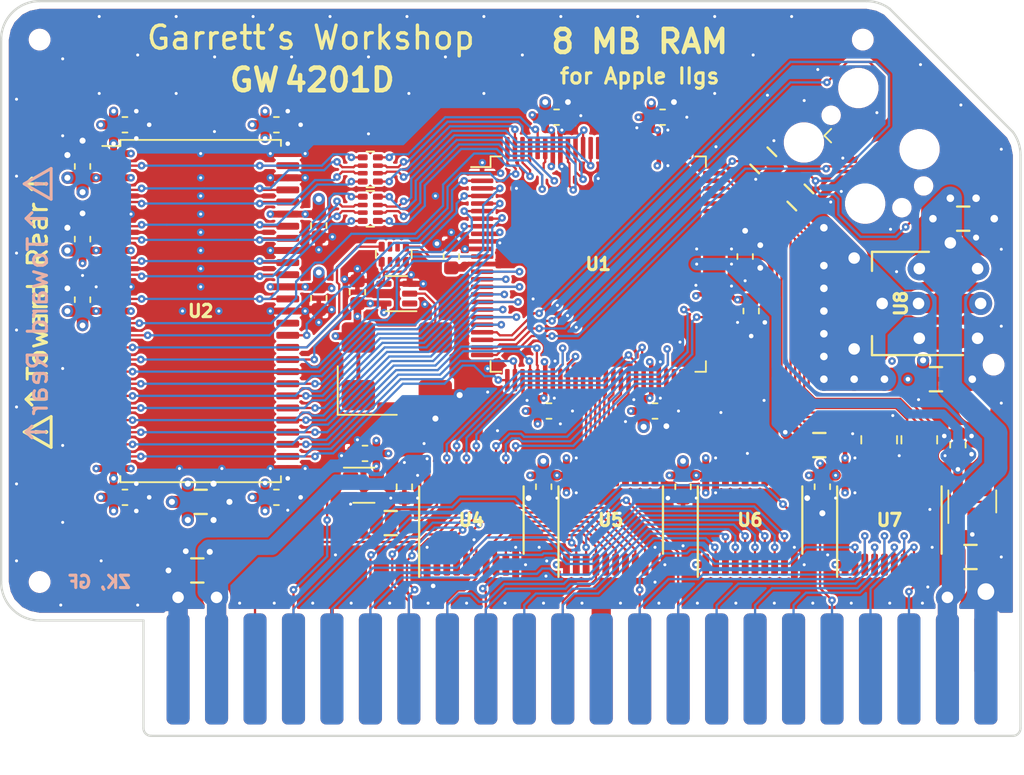
<source format=kicad_pcb>
(kicad_pcb (version 20171130) (host pcbnew "(5.1.5-0-10_14)")
  (title_block (title "GW4201D (RAM2GS II) - EPM240 / 5M240Z / AG256") (date 2021-04-30) (rev 2.0) (company "Garrett's Workshop"))
  (layers (0 F.Cu signal) (1 In1.Cu power) (2 In2.Cu power) (31 B.Cu signal) (34 B.Paste user) (35 F.Paste user) (36 B.SilkS user) (37 F.SilkS user) (38 B.Mask user) (39 F.Mask user) (44 Edge.Cuts user))
  (net 0 "")
  (net 1 GND)
  (net 2 /FA15)
  (net 3 /FA14)
  (net 4 /FA13)
  (net 5 /FA12)
  (net 6 /FA11)
  (net 7 /FA10)
  (net 8 /~CRAS~)
  (net 9 /ABORT)
  (net 10 /PH2)
  (net 11 /~CSEL~)
  (net 12 /~CROMSEL~)
  (net 13 /CROW1)
  (net 14 /CROW0)
  (net 15 /~CCAS~)
  (net 16 /~FWE~)
  (net 17 /FRA1)
  (net 18 /FRA2)
  (net 19 /FRA0)
  (net 20 /FRA7)
  (net 21 /FRA5)
  (net 22 /FRA4)
  (net 23 /FRA3)
  (net 24 /FRA6)
  (net 25 /FRA8)
  (net 26 /FRA9)
  (net 27 /FD2)
  (net 28 /FD7)
  (net 29 /FD0)
  (net 30 /FD6)
  (net 31 /FD4)
  (net 32 /FD5)
  (net 33 /FD3)
  (net 34 /FD1)
  (net 35 "Net-(RN1-Pad1)")
  (net 36 /AClk)
  (net 37 /RClk)
  (net 38 "Net-(U1-Pad58)")
  (net 39 "Net-(U1-Pad61)")
  (net 40 "Net-(U1-Pad62)")
  (net 41 "Net-(U1-Pad64)")
  (net 42 "Net-(U1-Pad66)")
  (net 43 "Net-(U1-Pad75)")
  (net 44 "Net-(U1-Pad76)")
  (net 45 "Net-(U1-Pad78)")
  (net 46 "Net-(U1-Pad81)")
  (net 47 "Net-(U1-Pad82)")
  (net 48 "Net-(U1-Pad84)")
  (net 49 "Net-(U1-Pad86)")
  (net 50 "Net-(U1-Pad88)")
  (net 51 +3V3)
  (net 52 /Dout5)
  (net 53 /Dout6)
  (net 54 /Dout4)
  (net 55 /Dout7)
  (net 56 /Dout2)
  (net 57 /Dout1)
  (net 58 /Dout0)
  (net 59 /Dout3)
  (net 60 /Din3)
  (net 61 /Din0)
  (net 62 /Din1)
  (net 63 /Din2)
  (net 64 /Din7)
  (net 65 /Din4)
  (net 66 /Din6)
  (net 67 /Din5)
  (net 68 /~WE~in)
  (net 69 /Ain0)
  (net 70 /Ain2)
  (net 71 /Ain1)
  (net 72 /PH2in)
  (net 73 /~CCAS~in)
  (net 74 /CROWin0)
  (net 75 /CROWin1)
  (net 76 /~CRAS~in)
  (net 77 /RD0)
  (net 78 /RD2)
  (net 79 /RD1)
  (net 80 /RD3)
  (net 81 /RD1r)
  (net 82 /RD0r)
  (net 83 /RD2r)
  (net 84 /RD3r)
  (net 85 /RD7r)
  (net 86 /RD6r)
  (net 87 /RD4r)
  (net 88 /RD5r)
  (net 89 /RD7)
  (net 90 /RD5)
  (net 91 /RD6)
  (net 92 /RD4)
  (net 93 /Ain7)
  (net 94 /Ain5)
  (net 95 /Ain4)
  (net 96 /Ain3)
  (net 97 /Ain6)
  (net 98 /Ain8)
  (net 99 /Ain9)
  (net 100 /DQMH)
  (net 101 /CKE)
  (net 102 /RA11)
  (net 103 /RA9)
  (net 104 /RA8)
  (net 105 /RA7)
  (net 106 /RA6)
  (net 107 /RA5)
  (net 108 /RA4)
  (net 109 /RA3)
  (net 110 /RA2)
  (net 111 /RA1)
  (net 112 /RA0)
  (net 113 /RA10)
  (net 114 /BA1)
  (net 115 /BA0)
  (net 116 /R~CS~)
  (net 117 /R~RAS~)
  (net 118 /R~CAS~)
  (net 119 /R~WE~)
  (net 120 /DQML)
  (net 121 "Net-(RN4-Pad1)")
  (net 122 "Net-(RN4-Pad3)")
  (net 123 "Net-(RN4-Pad2)")
  (net 124 "Net-(RN4-Pad4)")
  (net 125 "Net-(RN5-Pad4)")
  (net 126 "Net-(RN5-Pad2)")
  (net 127 "Net-(RN5-Pad3)")
  (net 128 "Net-(RN5-Pad1)")
  (net 129 "Net-(U10-Pad2)")
  (net 130 /TDI)
  (net 131 "Net-(J2-Pad8)")
  (net 132 "Net-(J2-Pad7)")
  (net 133 "Net-(J2-Pad6)")
  (net 134 /TMS)
  (net 135 /TDO)
  (net 136 /TCK)
  (net 137 +5V)
  (net 138 "Net-(U9-Pad1)")
  (net 139 "Net-(U10-Pad1)")
  (net 140 "Net-(R3-Pad2)")
  (net 141 "Net-(R3-Pad1)")
  (net 142 "Net-(RN1-Pad6)")
  (net 143 "Net-(RN1-Pad7)")
  (net 144 "Net-(RN1-Pad2)")
  (net 145 "Net-(RN1-Pad3)")
  (net 146 +1V8)
  (net 147 "Net-(U11-Pad4)")
  (net 148 /MISO)
  (net 149 /MOSI)
  (net 150 /SCK)
  (net 151 /S~CS~)
  (module stdpads:TQFP-100_14x14mm_P0.5mm (layer F.Cu) (at 85.4 108.55 270)
    (fp_text reference U1)
    (fp_text value EPM240T100C5N)
    (fp_text user %R (at 0 0) (layer F.SilkS) (effects (font (size 0.8128 0.8128) (thickness 0.2032))))
    (pad 1 smd roundrect (at -6 7.6625) (size 1.475 0.3) (layers F.Cu F.Paste F.Mask) (net 1 GND))
    (pad 2 smd roundrect (at -5.5 7.6625) (size 1.475 0.3) (layers F.Cu F.Paste F.Mask) (net 100 /DQMH))
    (pad 3 smd roundrect (at -5 7.6625) (size 1.475 0.3) (layers F.Cu F.Paste F.Mask) (net 116 /R~CS~))
    (pad 4 smd roundrect (at -4.5 7.6625) (size 1.475 0.3) (layers F.Cu F.Paste F.Mask) (net 118 /R~CAS~))
    (pad 5 smd roundrect (at -4 7.6625) (size 1.475 0.3) (layers F.Cu F.Paste F.Mask) (net 115 /BA0))
    (pad 6 smd roundrect (at -3.5 7.6625) (size 1.475 0.3) (layers F.Cu F.Paste F.Mask) (net 117 /R~RAS~))
    (pad 7 smd roundrect (at -3 7.6625) (size 1.475 0.3) (layers F.Cu F.Paste F.Mask) (net 102 /RA11))
    (pad 8 smd roundrect (at -2.5 7.6625) (size 1.475 0.3) (layers F.Cu F.Paste F.Mask) (net 101 /CKE))
    (pad 9 smd roundrect (at -2 7.6625) (size 1.475 0.3) (layers F.Cu F.Paste F.Mask) (net 51 +3V3))
    (pad 10 smd roundrect (at -1.5 7.6625) (size 1.475 0.3) (layers F.Cu F.Paste F.Mask) (net 1 GND))
    (pad 11 smd roundrect (at -1 7.6625) (size 1.475 0.3) (layers F.Cu F.Paste F.Mask) (net 1 GND))
    (pad 12 smd roundrect (at -0.5 7.6625) (size 1.475 0.3) (layers F.Cu F.Paste F.Mask) (net 36 /AClk))
    (pad 13 smd roundrect (at 0 7.6625) (size 1.475 0.3) (layers F.Cu F.Paste F.Mask) (net 146 +1V8))
    (pad 14 smd roundrect (at 0.5 7.6625) (size 1.475 0.3) (layers F.Cu F.Paste F.Mask) (net 114 /BA1))
    (pad 15 smd roundrect (at 1 7.6625) (size 1.475 0.3) (layers F.Cu F.Paste F.Mask) (net 103 /RA9))
    (pad 16 smd roundrect (at 1.5 7.6625) (size 1.475 0.3) (layers F.Cu F.Paste F.Mask) (net 113 /RA10))
    (pad 17 smd roundrect (at 2 7.6625) (size 1.475 0.3) (layers F.Cu F.Paste F.Mask) (net 104 /RA8))
    (pad 18 smd roundrect (at 2.5 7.6625) (size 1.475 0.3) (layers F.Cu F.Paste F.Mask) (net 112 /RA0))
    (pad 19 smd roundrect (at 3 7.6625) (size 1.475 0.3) (layers F.Cu F.Paste F.Mask) (net 105 /RA7))
    (pad 20 smd roundrect (at 3.5 7.6625) (size 1.475 0.3) (layers F.Cu F.Paste F.Mask) (net 111 /RA1))
    (pad 21 smd roundrect (at 4 7.6625) (size 1.475 0.3) (layers F.Cu F.Paste F.Mask) (net 106 /RA6))
    (pad 22 smd roundrect (at 4.5 7.6625) (size 1.475 0.3) (layers F.Cu F.Paste F.Mask) (net 134 /TMS))
    (pad 23 smd roundrect (at 5 7.6625) (size 1.475 0.3) (layers F.Cu F.Paste F.Mask) (net 130 /TDI))
    (pad 24 smd roundrect (at 5.5 7.6625) (size 1.475 0.3) (layers F.Cu F.Paste F.Mask) (net 136 /TCK))
    (pad 25 smd roundrect (at 6 7.6625) (size 1.475 0.3) (layers F.Cu F.Paste F.Mask) (net 135 /TDO))
    (pad 26 smd roundrect (at 7.6625 6) (size 0.3 1.475) (layers F.Cu F.Paste F.Mask) (net 108 /RA4))
    (pad 27 smd roundrect (at 7.6625 5.5) (size 0.3 1.475) (layers F.Cu F.Paste F.Mask) (net 109 /RA3))
    (pad 28 smd roundrect (at 7.6625 5) (size 0.3 1.475) (layers F.Cu F.Paste F.Mask) (net 52 /Dout5))
    (pad 29 smd roundrect (at 7.6625 4.5) (size 0.3 1.475) (layers F.Cu F.Paste F.Mask) (net 107 /RA5))
    (pad 30 smd roundrect (at 7.6625 4) (size 0.3 1.475) (layers F.Cu F.Paste F.Mask) (net 110 /RA2))
    (pad 31 smd roundrect (at 7.6625 3.5) (size 0.3 1.475) (layers F.Cu F.Paste F.Mask) (net 51 +3V3))
    (pad 32 smd roundrect (at 7.6625 3) (size 0.3 1.475) (layers F.Cu F.Paste F.Mask) (net 1 GND))
    (pad 33 smd roundrect (at 7.6625 2.5) (size 0.3 1.475) (layers F.Cu F.Paste F.Mask) (net 58 /Dout0))
    (pad 34 smd roundrect (at 7.6625 2) (size 0.3 1.475) (layers F.Cu F.Paste F.Mask) (net 53 /Dout6))
    (pad 35 smd roundrect (at 7.6625 1.5) (size 0.3 1.475) (layers F.Cu F.Paste F.Mask) (net 63 /Din2))
    (pad 36 smd roundrect (at 7.6625 1) (size 0.3 1.475) (layers F.Cu F.Paste F.Mask) (net 62 /Din1))
    (pad 37 smd roundrect (at 7.6625 0.5) (size 0.3 1.475) (layers F.Cu F.Paste F.Mask) (net 60 /Din3))
    (pad 38 smd roundrect (at 7.6625 0) (size 0.3 1.475) (layers F.Cu F.Paste F.Mask) (net 67 /Din5))
    (pad 39 smd roundrect (at 7.6625 -0.5) (size 0.3 1.475) (layers F.Cu F.Paste F.Mask) (net 65 /Din4))
    (pad 40 smd roundrect (at 7.6625 -1) (size 0.3 1.475) (layers F.Cu F.Paste F.Mask) (net 64 /Din7))
    (pad 41 smd roundrect (at 7.6625 -1.5) (size 0.3 1.475) (layers F.Cu F.Paste F.Mask) (net 66 /Din6))
    (pad 42 smd roundrect (at 7.6625 -2) (size 0.3 1.475) (layers F.Cu F.Paste F.Mask) (net 61 /Din0))
    (pad 43 smd roundrect (at 7.6625 -2.5) (size 0.3 1.475) (layers F.Cu F.Paste F.Mask) (net 55 /Dout7))
    (pad 44 smd roundrect (at 7.6625 -3) (size 0.3 1.475) (layers F.Cu F.Paste F.Mask) (net 54 /Dout4))
    (pad 45 smd roundrect (at 7.6625 -3.5) (size 0.3 1.475) (layers F.Cu F.Paste F.Mask) (net 51 +3V3))
    (pad 46 smd roundrect (at 7.6625 -4) (size 0.3 1.475) (layers F.Cu F.Paste F.Mask) (net 1 GND))
    (pad 47 smd roundrect (at 7.6625 -4.5) (size 0.3 1.475) (layers F.Cu F.Paste F.Mask) (net 59 /Dout3))
    (pad 48 smd roundrect (at 7.6625 -5) (size 0.3 1.475) (layers F.Cu F.Paste F.Mask) (net 68 /~WE~in))
    (pad 49 smd roundrect (at 7.6625 -5.5) (size 0.3 1.475) (layers F.Cu F.Paste F.Mask) (net 69 /Ain0))
    (pad 50 smd roundrect (at 7.6625 -6) (size 0.3 1.475) (layers F.Cu F.Paste F.Mask) (net 70 /Ain2))
    (pad 51 smd roundrect (at 6 -7.6625) (size 1.475 0.3) (layers F.Cu F.Paste F.Mask) (net 71 /Ain1))
    (pad 52 smd roundrect (at 5.5 -7.6625) (size 1.475 0.3) (layers F.Cu F.Paste F.Mask) (net 72 /PH2in))
    (pad 53 smd roundrect (at 5 -7.6625) (size 1.475 0.3) (layers F.Cu F.Paste F.Mask) (net 73 /~CCAS~in))
    (pad 54 smd roundrect (at 4.5 -7.6625) (size 1.475 0.3) (layers F.Cu F.Paste F.Mask) (net 74 /CROWin0))
    (pad 55 smd roundrect (at 4 -7.6625) (size 1.475 0.3) (layers F.Cu F.Paste F.Mask) (net 75 /CROWin1))
    (pad 56 smd roundrect (at 3.5 -7.6625) (size 1.475 0.3) (layers F.Cu F.Paste F.Mask) (net 56 /Dout2))
    (pad 57 smd roundrect (at 3 -7.6625) (size 1.475 0.3) (layers F.Cu F.Paste F.Mask) (net 57 /Dout1))
    (pad 58 smd roundrect (at 2.5 -7.6625) (size 1.475 0.3) (layers F.Cu F.Paste F.Mask) (net 38 "Net-(U1-Pad58)"))
    (pad 59 smd roundrect (at 2 -7.6625) (size 1.475 0.3) (layers F.Cu F.Paste F.Mask) (net 51 +3V3))
    (pad 60 smd roundrect (at 1.5 -7.6625) (size 1.475 0.3) (layers F.Cu F.Paste F.Mask) (net 1 GND))
    (pad 61 smd roundrect (at 1 -7.6625) (size 1.475 0.3) (layers F.Cu F.Paste F.Mask) (net 39 "Net-(U1-Pad61)"))
    (pad 62 smd roundrect (at 0.5 -7.6625) (size 1.475 0.3) (layers F.Cu F.Paste F.Mask) (net 40 "Net-(U1-Pad62)"))
    (pad 63 smd roundrect (at 0 -7.6625) (size 1.475 0.3) (layers F.Cu F.Paste F.Mask) (net 146 +1V8))
    (pad 64 smd roundrect (at -0.5 -7.6625) (size 1.475 0.3) (layers F.Cu F.Paste F.Mask) (net 41 "Net-(U1-Pad64)"))
    (pad 65 smd roundrect (at -1 -7.6625) (size 1.475 0.3) (layers F.Cu F.Paste F.Mask) (net 1 GND))
    (pad 66 smd roundrect (at -1.5 -7.6625) (size 1.475 0.3) (layers F.Cu F.Paste F.Mask) (net 42 "Net-(U1-Pad66)"))
    (pad 67 smd roundrect (at -2 -7.6625) (size 1.475 0.3) (layers F.Cu F.Paste F.Mask) (net 76 /~CRAS~in))
    (pad 68 smd roundrect (at -2.5 -7.6625) (size 1.475 0.3) (layers F.Cu F.Paste F.Mask) (net 93 /Ain7))
    (pad 69 smd roundrect (at -3 -7.6625) (size 1.475 0.3) (layers F.Cu F.Paste F.Mask) (net 94 /Ain5))
    (pad 70 smd roundrect (at -3.5 -7.6625) (size 1.475 0.3) (layers F.Cu F.Paste F.Mask) (net 95 /Ain4))
    (pad 71 smd roundrect (at -4 -7.6625) (size 1.475 0.3) (layers F.Cu F.Paste F.Mask) (net 96 /Ain3))
    (pad 72 smd roundrect (at -4.5 -7.6625) (size 1.475 0.3) (layers F.Cu F.Paste F.Mask) (net 97 /Ain6))
    (pad 73 smd roundrect (at -5 -7.6625) (size 1.475 0.3) (layers F.Cu F.Paste F.Mask) (net 98 /Ain8))
    (pad 74 smd roundrect (at -5.5 -7.6625) (size 1.475 0.3) (layers F.Cu F.Paste F.Mask) (net 99 /Ain9))
    (pad 75 smd roundrect (at -6 -7.6625) (size 1.475 0.3) (layers F.Cu F.Paste F.Mask) (net 43 "Net-(U1-Pad75)"))
    (pad 76 smd roundrect (at -7.6625 -6) (size 0.3 1.475) (layers F.Cu F.Paste F.Mask) (net 44 "Net-(U1-Pad76)"))
    (pad 77 smd roundrect (at -7.6625 -5.5) (size 0.3 1.475) (layers F.Cu F.Paste F.Mask) (net 148 /MISO))
    (pad 78 smd roundrect (at -7.6625 -5) (size 0.3 1.475) (layers F.Cu F.Paste F.Mask) (net 45 "Net-(U1-Pad78)"))
    (pad 79 smd roundrect (at -7.6625 -4.5) (size 0.3 1.475) (layers F.Cu F.Paste F.Mask) (net 1 GND))
    (pad 80 smd roundrect (at -7.6625 -4) (size 0.3 1.475) (layers F.Cu F.Paste F.Mask) (net 51 +3V3))
    (pad 81 smd roundrect (at -7.6625 -3.5) (size 0.3 1.475) (layers F.Cu F.Paste F.Mask) (net 46 "Net-(U1-Pad81)"))
    (pad 82 smd roundrect (at -7.6625 -3) (size 0.3 1.475) (layers F.Cu F.Paste F.Mask) (net 47 "Net-(U1-Pad82)"))
    (pad 83 smd roundrect (at -7.6625 -2.5) (size 0.3 1.475) (layers F.Cu F.Paste F.Mask) (net 149 /MOSI))
    (pad 84 smd roundrect (at -7.6625 -2) (size 0.3 1.475) (layers F.Cu F.Paste F.Mask) (net 48 "Net-(U1-Pad84)"))
    (pad 85 smd roundrect (at -7.6625 -1.5) (size 0.3 1.475) (layers F.Cu F.Paste F.Mask) (net 150 /SCK))
    (pad 86 smd roundrect (at -7.6625 -1) (size 0.3 1.475) (layers F.Cu F.Paste F.Mask) (net 49 "Net-(U1-Pad86)"))
    (pad 87 smd roundrect (at -7.6625 -0.5) (size 0.3 1.475) (layers F.Cu F.Paste F.Mask) (net 151 /S~CS~))
    (pad 88 smd roundrect (at -7.6625 0) (size 0.3 1.475) (layers F.Cu F.Paste F.Mask) (net 50 "Net-(U1-Pad88)"))
    (pad 89 smd roundrect (at -7.6625 0.5) (size 0.3 1.475) (layers F.Cu F.Paste F.Mask) (net 83 /RD2r))
    (pad 90 smd roundrect (at -7.6625 1) (size 0.3 1.475) (layers F.Cu F.Paste F.Mask) (net 81 /RD1r))
    (pad 91 smd roundrect (at -7.6625 1.5) (size 0.3 1.475) (layers F.Cu F.Paste F.Mask) (net 88 /RD5r))
    (pad 92 smd roundrect (at -7.6625 2) (size 0.3 1.475) (layers F.Cu F.Paste F.Mask) (net 87 /RD4r))
    (pad 93 smd roundrect (at -7.6625 2.5) (size 0.3 1.475) (layers F.Cu F.Paste F.Mask) (net 1 GND))
    (pad 94 smd roundrect (at -7.6625 3) (size 0.3 1.475) (layers F.Cu F.Paste F.Mask) (net 51 +3V3))
    (pad 95 smd roundrect (at -7.6625 3.5) (size 0.3 1.475) (layers F.Cu F.Paste F.Mask) (net 86 /RD6r))
    (pad 96 smd roundrect (at -7.6625 4) (size 0.3 1.475) (layers F.Cu F.Paste F.Mask) (net 82 /RD0r))
    (pad 97 smd roundrect (at -7.6625 4.5) (size 0.3 1.475) (layers F.Cu F.Paste F.Mask) (net 85 /RD7r))
    (pad 98 smd roundrect (at -7.6625 5) (size 0.3 1.475) (layers F.Cu F.Paste F.Mask) (net 120 /DQML))
    (pad 99 smd roundrect (at -7.6625 5.5) (size 0.3 1.475) (layers F.Cu F.Paste F.Mask) (net 84 /RD3r))
    (pad 100 smd roundrect (at -7.6625 6) (size 0.3 1.475) (layers F.Cu F.Paste F.Mask) (net 119 /R~WE~))
  )
  (module stdpads:SOT-223 (layer F.Cu) (at 105.387 111.15)
    (fp_text reference U8 (at 0 0 270) (layer F.SilkS) (effects (font (size 0.8128 0.8128) (thickness 0.2032))))
    (fp_text value AZ1117CH-3.3TRG1)
    (pad 1 smd roundrect (at 3.15 2.3 180) (size 2 1.5) (layers F.Cu F.Paste F.Mask) (roundrect_rratio 0.2) (net 1 GND))
    (pad 3 smd roundrect (at 3.15 -2.3 180) (size 2 1.5) (layers F.Cu F.Paste F.Mask) (roundrect_rratio 0.2) (net 137 +5V))
    (pad 2 smd roundrect (at 3.15 0 180) (size 2 1.5) (layers F.Cu F.Paste F.Mask) (roundrect_rratio 0.2) (net 51 +3V3))
    (pad 2 smd roundrect (at -3.15 0 180) (size 2 3.8) (layers F.Cu F.Paste F.Mask) (roundrect_rratio 0.15) (net 51 +3V3))
  )
  (module stdpads:SOT-23-5 (layer F.Cu) (at 110.1 124.25 270)
    (fp_text reference U11)
    (fp_text value AP2127K-1.8TRG1)
    (pad 1 smd roundrect (at 1.05 0.95 90) (size 1.35 0.65) (layers F.Cu F.Paste F.Mask) (net 137 +5V))
    (pad 3 smd roundrect (at 1.05 -0.95 90) (size 1.35 0.65) (layers F.Cu F.Paste F.Mask) (net 137 +5V))
    (pad 2 smd roundrect (at 1.05 0 90) (size 1.35 0.65) (layers F.Cu F.Paste F.Mask) (net 1 GND))
    (pad 5 smd roundrect (at -1.05 0.95 90) (size 1.35 0.65) (layers F.Cu F.Paste F.Mask) (net 146 +1V8))
    (pad 4 smd roundrect (at -1.05 -0.95 90) (size 1.35 0.65) (layers F.Cu F.Paste F.Mask) (net 147 "Net-(U11-Pad4)"))
  )
  (module stdpads:R_0805 (layer F.Cu) (at 100 120.5 180)
    (fp_text reference R4)
    (fp_text value 0)
    (pad 2 smd roundrect (at 0.95 0 180) (size 0.85 1.4) (layers F.Cu F.Paste F.Mask) (net 146 +1V8))
    (pad 1 smd roundrect (at -0.95 0 180) (size 0.85 1.4) (layers F.Cu F.Paste F.Mask) (net 51 +3V3))
  )
  (module stdpads:C_0603 (layer F.Cu) (at 109.15 120.5 90)
    (fp_text reference C28)
    (fp_text value 2u2)
    (pad 2 smd roundrect (at 0.75 0 90) (size 0.85 0.95) (layers F.Cu F.Paste F.Mask) (net 1 GND))
    (pad 1 smd roundrect (at -0.75 0 90) (size 0.85 0.95) (layers F.Cu F.Paste F.Mask) (net 146 +1V8))
  )
  (module stdpads:PasteHole_1.152mm_NPTH (layer F.Cu) (at 111.506 115.189)
    (fp_text reference H5)
    (fp_text value " " hide)
    (pad "" np_thru_hole circle (at 0 0) (size 1.152 1.152) (drill 1.152) (layers *.Cu *.Mask))
  )
  (module stdpads:Fiducial (layer F.Cu) (at 110.236 117.983)
    (fp_text reference FID3)
    (fp_text value Fiducial hide)
    (pad ~ smd circle (at 0 0) (size 1 1) (layers F.Cu F.Mask) (clearance 0.575))
  )
  (module stdpads:C_0603 (layer F.Cu) (at 100.2 123.25 270)
    (fp_text reference C8)
    (fp_text value 2u2)
    (pad 1 smd roundrect (at -0.75 0 270) (size 0.85 0.95) (layers F.Cu F.Paste F.Mask) (net 51 +3V3))
    (pad 2 smd roundrect (at 0.75 0 270) (size 0.85 0.95) (layers F.Cu F.Paste F.Mask) (net 1 GND))
  )
  (module stdpads:TSSOP-20_4.4x6.5mm_P0.65mm (layer F.Cu) (at 77.025 125.45)
    (fp_text reference U4)
    (fp_text value 74AHCT245PW)
    (fp_text user %R (at 0 0) (layer F.SilkS) (effects (font (size 0.8128 0.8128) (thickness 0.2032))))
    (pad 20 smd roundrect (at -2.925 -2.95 90) (size 1.45 0.45) (layers F.Cu F.Paste F.Mask) (net 137 +5V))
    (pad 19 smd roundrect (at -2.275 -2.95 90) (size 1.45 0.45) (layers F.Cu F.Paste F.Mask) (net 140 "Net-(R3-Pad2)"))
    (pad 18 smd roundrect (at -1.625 -2.95 90) (size 1.45 0.45) (layers F.Cu F.Paste F.Mask) (net 58 /Dout0))
    (pad 17 smd roundrect (at -0.975 -2.95 90) (size 1.45 0.45) (layers F.Cu F.Paste F.Mask) (net 53 /Dout6))
    (pad 16 smd roundrect (at -0.325 -2.95 90) (size 1.45 0.45) (layers F.Cu F.Paste F.Mask) (net 55 /Dout7))
    (pad 15 smd roundrect (at 0.325 -2.95 90) (size 1.45 0.45) (layers F.Cu F.Paste F.Mask) (net 54 /Dout4))
    (pad 14 smd roundrect (at 0.975 -2.95 90) (size 1.45 0.45) (layers F.Cu F.Paste F.Mask) (net 52 /Dout5))
    (pad 13 smd roundrect (at 1.625 -2.95 90) (size 1.45 0.45) (layers F.Cu F.Paste F.Mask) (net 59 /Dout3))
    (pad 12 smd roundrect (at 2.275 -2.95 90) (size 1.45 0.45) (layers F.Cu F.Paste F.Mask) (net 57 /Dout1))
    (pad 11 smd roundrect (at 2.925 -2.95 90) (size 1.45 0.45) (layers F.Cu F.Paste F.Mask) (net 56 /Dout2))
    (pad 10 smd roundrect (at 2.925 2.95 90) (size 1.45 0.45) (layers F.Cu F.Paste F.Mask) (net 1 GND))
    (pad 9 smd roundrect (at 2.275 2.95 90) (size 1.45 0.45) (layers F.Cu F.Paste F.Mask) (net 27 /FD2))
    (pad 8 smd roundrect (at 1.625 2.95 90) (size 1.45 0.45) (layers F.Cu F.Paste F.Mask) (net 34 /FD1))
    (pad 7 smd roundrect (at 0.975 2.95 90) (size 1.45 0.45) (layers F.Cu F.Paste F.Mask) (net 33 /FD3))
    (pad 6 smd roundrect (at 0.325 2.95 90) (size 1.45 0.45) (layers F.Cu F.Paste F.Mask) (net 32 /FD5))
    (pad 5 smd roundrect (at -0.325 2.95 90) (size 1.45 0.45) (layers F.Cu F.Paste F.Mask) (net 31 /FD4))
    (pad 4 smd roundrect (at -0.975 2.95 90) (size 1.45 0.45) (layers F.Cu F.Paste F.Mask) (net 28 /FD7))
    (pad 3 smd roundrect (at -1.625 2.95 90) (size 1.45 0.45) (layers F.Cu F.Paste F.Mask) (net 30 /FD6))
    (pad 2 smd roundrect (at -2.275 2.95 90) (size 1.45 0.45) (layers F.Cu F.Paste F.Mask) (net 29 /FD0))
    (pad 1 smd roundrect (at -2.925 2.95 90) (size 1.45 0.45) (layers F.Cu F.Paste F.Mask) (net 1 GND))
  )
  (module stdpads:SOT-353 (layer F.Cu) (at 72.1 110.5)
    (fp_text reference U10)
    (fp_text value 74LVC1G04GW)
    (pad 5 smd roundrect (at -0.85 0.65 180) (size 1 0.4) (layers F.Cu F.Paste F.Mask) (net 51 +3V3))
    (pad 4 smd roundrect (at -0.85 -0.65 180) (size 1 0.4) (layers F.Cu F.Paste F.Mask) (net 35 "Net-(RN1-Pad1)"))
    (pad 2 smd roundrect (at 0.85 0 180) (size 1 0.4) (layers F.Cu F.Paste F.Mask) (net 129 "Net-(U10-Pad2)"))
    (pad 1 smd roundrect (at 0.85 0.65 180) (size 1 0.4) (layers F.Cu F.Paste F.Mask) (net 139 "Net-(U10-Pad1)"))
    (pad 3 smd roundrect (at 0.85 -0.65 180) (size 1 0.4) (layers F.Cu F.Paste F.Mask) (net 1 GND))
  )
  (module stdpads:SOT-353 (layer F.Cu) (at 69.9 123.15 180)
    (fp_text reference U9)
    (fp_text value 74LVC1G04GW)
    (pad 5 smd roundrect (at -0.85 0.65) (size 1 0.4) (layers F.Cu F.Paste F.Mask) (net 51 +3V3))
    (pad 4 smd roundrect (at -0.85 -0.65) (size 1 0.4) (layers F.Cu F.Paste F.Mask) (net 141 "Net-(R3-Pad1)"))
    (pad 2 smd roundrect (at 0.85 0) (size 1 0.4) (layers F.Cu F.Paste F.Mask) (net 11 /~CSEL~))
    (pad 1 smd roundrect (at 0.85 0.65) (size 1 0.4) (layers F.Cu F.Paste F.Mask) (net 138 "Net-(U9-Pad1)"))
    (pad 3 smd roundrect (at 0.85 -0.65) (size 1 0.4) (layers F.Cu F.Paste F.Mask) (net 1 GND))
  )
  (module stdpads:TSSOP-20_4.4x6.5mm_P0.65mm (layer F.Cu) (at 95.425 125.45)
    (fp_text reference U6)
    (fp_text value 74LVC245APW)
    (fp_text user %R (at 0 0) (layer F.SilkS) (effects (font (size 0.8128 0.8128) (thickness 0.2032))))
    (pad 20 smd roundrect (at -2.925 -2.95 90) (size 1.45 0.45) (layers F.Cu F.Paste F.Mask) (net 51 +3V3))
    (pad 19 smd roundrect (at -2.275 -2.95 90) (size 1.45 0.45) (layers F.Cu F.Paste F.Mask) (net 1 GND))
    (pad 18 smd roundrect (at -1.625 -2.95 90) (size 1.45 0.45) (layers F.Cu F.Paste F.Mask) (net 68 /~WE~in))
    (pad 17 smd roundrect (at -0.975 -2.95 90) (size 1.45 0.45) (layers F.Cu F.Paste F.Mask) (net 69 /Ain0))
    (pad 16 smd roundrect (at -0.325 -2.95 90) (size 1.45 0.45) (layers F.Cu F.Paste F.Mask) (net 70 /Ain2))
    (pad 15 smd roundrect (at 0.325 -2.95 90) (size 1.45 0.45) (layers F.Cu F.Paste F.Mask) (net 71 /Ain1))
    (pad 14 smd roundrect (at 0.975 -2.95 90) (size 1.45 0.45) (layers F.Cu F.Paste F.Mask) (net 72 /PH2in))
    (pad 13 smd roundrect (at 1.625 -2.95 90) (size 1.45 0.45) (layers F.Cu F.Paste F.Mask) (net 73 /~CCAS~in))
    (pad 12 smd roundrect (at 2.275 -2.95 90) (size 1.45 0.45) (layers F.Cu F.Paste F.Mask) (net 74 /CROWin0))
    (pad 11 smd roundrect (at 2.925 -2.95 90) (size 1.45 0.45) (layers F.Cu F.Paste F.Mask) (net 75 /CROWin1))
    (pad 10 smd roundrect (at 2.925 2.95 90) (size 1.45 0.45) (layers F.Cu F.Paste F.Mask) (net 1 GND))
    (pad 9 smd roundrect (at 2.275 2.95 90) (size 1.45 0.45) (layers F.Cu F.Paste F.Mask) (net 13 /CROW1))
    (pad 8 smd roundrect (at 1.625 2.95 90) (size 1.45 0.45) (layers F.Cu F.Paste F.Mask) (net 14 /CROW0))
    (pad 7 smd roundrect (at 0.975 2.95 90) (size 1.45 0.45) (layers F.Cu F.Paste F.Mask) (net 15 /~CCAS~))
    (pad 6 smd roundrect (at 0.325 2.95 90) (size 1.45 0.45) (layers F.Cu F.Paste F.Mask) (net 10 /PH2))
    (pad 5 smd roundrect (at -0.325 2.95 90) (size 1.45 0.45) (layers F.Cu F.Paste F.Mask) (net 17 /FRA1))
    (pad 4 smd roundrect (at -0.975 2.95 90) (size 1.45 0.45) (layers F.Cu F.Paste F.Mask) (net 18 /FRA2))
    (pad 3 smd roundrect (at -1.625 2.95 90) (size 1.45 0.45) (layers F.Cu F.Paste F.Mask) (net 19 /FRA0))
    (pad 2 smd roundrect (at -2.275 2.95 90) (size 1.45 0.45) (layers F.Cu F.Paste F.Mask) (net 16 /~FWE~))
    (pad 1 smd roundrect (at -2.925 2.95 90) (size 1.45 0.45) (layers F.Cu F.Paste F.Mask) (net 51 +3V3))
  )
  (module stdpads:TSSOP-20_4.4x6.5mm_P0.65mm (layer F.Cu) (at 104.625 125.45)
    (fp_text reference U7)
    (fp_text value 74LVC245APW)
    (fp_text user %R (at 0 0) (layer F.SilkS) (effects (font (size 0.8128 0.8128) (thickness 0.2032))))
    (pad 20 smd roundrect (at -2.925 -2.95 90) (size 1.45 0.45) (layers F.Cu F.Paste F.Mask) (net 51 +3V3))
    (pad 19 smd roundrect (at -2.275 -2.95 90) (size 1.45 0.45) (layers F.Cu F.Paste F.Mask) (net 1 GND))
    (pad 18 smd roundrect (at -1.625 -2.95 90) (size 1.45 0.45) (layers F.Cu F.Paste F.Mask) (net 121 "Net-(RN4-Pad1)"))
    (pad 17 smd roundrect (at -0.975 -2.95 90) (size 1.45 0.45) (layers F.Cu F.Paste F.Mask) (net 123 "Net-(RN4-Pad2)"))
    (pad 16 smd roundrect (at -0.325 -2.95 90) (size 1.45 0.45) (layers F.Cu F.Paste F.Mask) (net 122 "Net-(RN4-Pad3)"))
    (pad 15 smd roundrect (at 0.325 -2.95 90) (size 1.45 0.45) (layers F.Cu F.Paste F.Mask) (net 124 "Net-(RN4-Pad4)"))
    (pad 14 smd roundrect (at 0.975 -2.95 90) (size 1.45 0.45) (layers F.Cu F.Paste F.Mask) (net 128 "Net-(RN5-Pad1)"))
    (pad 13 smd roundrect (at 1.625 -2.95 90) (size 1.45 0.45) (layers F.Cu F.Paste F.Mask) (net 126 "Net-(RN5-Pad2)"))
    (pad 12 smd roundrect (at 2.275 -2.95 90) (size 1.45 0.45) (layers F.Cu F.Paste F.Mask) (net 127 "Net-(RN5-Pad3)"))
    (pad 11 smd roundrect (at 2.925 -2.95 90) (size 1.45 0.45) (layers F.Cu F.Paste F.Mask) (net 125 "Net-(RN5-Pad4)"))
    (pad 10 smd roundrect (at 2.925 2.95 90) (size 1.45 0.45) (layers F.Cu F.Paste F.Mask) (net 1 GND))
    (pad 9 smd roundrect (at 2.275 2.95 90) (size 1.45 0.45) (layers F.Cu F.Paste F.Mask) (net 26 /FRA9))
    (pad 8 smd roundrect (at 1.625 2.95 90) (size 1.45 0.45) (layers F.Cu F.Paste F.Mask) (net 25 /FRA8))
    (pad 7 smd roundrect (at 0.975 2.95 90) (size 1.45 0.45) (layers F.Cu F.Paste F.Mask) (net 24 /FRA6))
    (pad 6 smd roundrect (at 0.325 2.95 90) (size 1.45 0.45) (layers F.Cu F.Paste F.Mask) (net 23 /FRA3))
    (pad 5 smd roundrect (at -0.325 2.95 90) (size 1.45 0.45) (layers F.Cu F.Paste F.Mask) (net 22 /FRA4))
    (pad 4 smd roundrect (at -0.975 2.95 90) (size 1.45 0.45) (layers F.Cu F.Paste F.Mask) (net 21 /FRA5))
    (pad 3 smd roundrect (at -1.625 2.95 90) (size 1.45 0.45) (layers F.Cu F.Paste F.Mask) (net 20 /FRA7))
    (pad 2 smd roundrect (at -2.275 2.95 90) (size 1.45 0.45) (layers F.Cu F.Paste F.Mask) (net 8 /~CRAS~))
    (pad 1 smd roundrect (at -2.925 2.95 90) (size 1.45 0.45) (layers F.Cu F.Paste F.Mask) (net 51 +3V3))
  )
  (module stdpads:TSSOP-20_4.4x6.5mm_P0.65mm (layer F.Cu) (at 86.225 125.45)
    (fp_text reference U5)
    (fp_text value 74LVC245APW)
    (fp_text user %R (at 0 0) (layer F.SilkS) (effects (font (size 0.8128 0.8128) (thickness 0.2032))))
    (pad 20 smd roundrect (at -2.925 -2.95 90) (size 1.45 0.45) (layers F.Cu F.Paste F.Mask) (net 51 +3V3))
    (pad 19 smd roundrect (at -2.275 -2.95 90) (size 1.45 0.45) (layers F.Cu F.Paste F.Mask) (net 1 GND))
    (pad 18 smd roundrect (at -1.625 -2.95 90) (size 1.45 0.45) (layers F.Cu F.Paste F.Mask) (net 63 /Din2))
    (pad 17 smd roundrect (at -0.975 -2.95 90) (size 1.45 0.45) (layers F.Cu F.Paste F.Mask) (net 62 /Din1))
    (pad 16 smd roundrect (at -0.325 -2.95 90) (size 1.45 0.45) (layers F.Cu F.Paste F.Mask) (net 60 /Din3))
    (pad 15 smd roundrect (at 0.325 -2.95 90) (size 1.45 0.45) (layers F.Cu F.Paste F.Mask) (net 67 /Din5))
    (pad 14 smd roundrect (at 0.975 -2.95 90) (size 1.45 0.45) (layers F.Cu F.Paste F.Mask) (net 65 /Din4))
    (pad 13 smd roundrect (at 1.625 -2.95 90) (size 1.45 0.45) (layers F.Cu F.Paste F.Mask) (net 64 /Din7))
    (pad 12 smd roundrect (at 2.275 -2.95 90) (size 1.45 0.45) (layers F.Cu F.Paste F.Mask) (net 66 /Din6))
    (pad 11 smd roundrect (at 2.925 -2.95 90) (size 1.45 0.45) (layers F.Cu F.Paste F.Mask) (net 61 /Din0))
    (pad 10 smd roundrect (at 2.925 2.95 90) (size 1.45 0.45) (layers F.Cu F.Paste F.Mask) (net 1 GND))
    (pad 9 smd roundrect (at 2.275 2.95 90) (size 1.45 0.45) (layers F.Cu F.Paste F.Mask) (net 29 /FD0))
    (pad 8 smd roundrect (at 1.625 2.95 90) (size 1.45 0.45) (layers F.Cu F.Paste F.Mask) (net 30 /FD6))
    (pad 7 smd roundrect (at 0.975 2.95 90) (size 1.45 0.45) (layers F.Cu F.Paste F.Mask) (net 28 /FD7))
    (pad 6 smd roundrect (at 0.325 2.95 90) (size 1.45 0.45) (layers F.Cu F.Paste F.Mask) (net 31 /FD4))
    (pad 5 smd roundrect (at -0.325 2.95 90) (size 1.45 0.45) (layers F.Cu F.Paste F.Mask) (net 32 /FD5))
    (pad 4 smd roundrect (at -0.975 2.95 90) (size 1.45 0.45) (layers F.Cu F.Paste F.Mask) (net 33 /FD3))
    (pad 3 smd roundrect (at -1.625 2.95 90) (size 1.45 0.45) (layers F.Cu F.Paste F.Mask) (net 34 /FD1))
    (pad 2 smd roundrect (at -2.275 2.95 90) (size 1.45 0.45) (layers F.Cu F.Paste F.Mask) (net 27 /FD2))
    (pad 1 smd roundrect (at -2.925 2.95 90) (size 1.45 0.45) (layers F.Cu F.Paste F.Mask) (net 51 +3V3))
  )
  (module stdpads:C_0603 (layer F.Cu) (at 54.15 99.35)
    (fp_text reference C17)
    (fp_text value 2u2)
    (pad 2 smd roundrect (at 0.75 0) (size 0.85 0.95) (layers F.Cu F.Paste F.Mask) (net 1 GND))
    (pad 1 smd roundrect (at -0.75 0) (size 0.85 0.95) (layers F.Cu F.Paste F.Mask) (net 51 +3V3))
  )
  (module stdpads:C_0805 (layer F.Cu) (at 59.15 124.25)
    (fp_text reference C26)
    (fp_text value 10u)
    (pad 2 smd roundrect (at 0.85 0) (size 1.05 1.4) (layers F.Cu F.Paste F.Mask) (net 1 GND))
    (pad 1 smd roundrect (at -0.85 0) (size 1.05 1.4) (layers F.Cu F.Paste F.Mask) (net 51 +3V3))
  )
  (module stdpads:C_0603 (layer F.Cu) (at 70 121.05 180)
    (fp_text reference C27)
    (fp_text value 2u2)
    (pad 2 smd roundrect (at 0.75 0 180) (size 0.85 0.95) (layers F.Cu F.Paste F.Mask) (net 1 GND))
    (pad 1 smd roundrect (at -0.75 0 180) (size 0.85 0.95) (layers F.Cu F.Paste F.Mask) (net 51 +3V3))
  )
  (module stdpads:C_0603 (layer F.Cu) (at 69.5 110.4 90)
    (fp_text reference C10)
    (fp_text value 2u2)
    (pad 2 smd roundrect (at 0.75 0 90) (size 0.85 0.95) (layers F.Cu F.Paste F.Mask) (net 1 GND))
    (pad 1 smd roundrect (at -0.75 0 90) (size 0.85 0.95) (layers F.Cu F.Paste F.Mask) (net 51 +3V3))
  )
  (module stdpads:AppleIIgsMemoryExpansion_Edge (layer F.Cu) (at 84.328 135.382)
    (fp_text reference J1)
    (fp_text value "Memory Expansion")
    (pad 1 smd roundrect (at 26.67 -0.1) (size 1.524 7.34) (layers B.Cu B.Mask) (net 1 GND))
    (pad 2 smd roundrect (at 24.13 -0.1) (size 1.524 7.34) (layers B.Cu B.Mask) (net 137 +5V))
    (pad 3 smd roundrect (at 21.59 -0.1) (size 1.524 7.34) (layers B.Cu B.Mask) (net 26 /FRA9))
    (pad 4 smd roundrect (at 19.05 -0.1) (size 1.524 7.34) (layers B.Cu B.Mask) (net 25 /FRA8))
    (pad 5 smd roundrect (at 16.51 -0.1) (size 1.524 7.34) (layers B.Cu B.Mask) (net 27 /FD2))
    (pad 6 smd roundrect (at 13.97 -0.1) (size 1.524 7.34) (layers B.Cu B.Mask) (net 24 /FRA6))
    (pad 7 smd roundrect (at 11.43 -0.1) (size 1.524 7.34) (layers B.Cu B.Mask) (net 23 /FRA3))
    (pad 8 smd roundrect (at 8.89 -0.1) (size 1.524 7.34) (layers B.Cu B.Mask) (net 22 /FRA4))
    (pad 9 smd roundrect (at 6.35 -0.1) (size 1.524 7.34) (layers B.Cu B.Mask) (net 21 /FRA5))
    (pad 10 smd roundrect (at 3.81 -0.1) (size 1.524 7.34) (layers B.Cu B.Mask) (net 20 /FRA7))
    (pad 11 smd roundrect (at 1.27 -0.1) (size 1.524 7.34) (layers B.Cu B.Mask) (net 137 +5V))
    (pad 12 smd roundrect (at -1.27 -0.1) (size 1.524 7.34) (layers B.Cu B.Mask) (net 16 /~FWE~))
    (pad 13 smd roundrect (at -3.81 -0.1) (size 1.524 7.34) (layers B.Cu B.Mask) (net 19 /FRA0))
    (pad 14 smd roundrect (at -6.35 -0.1) (size 1.524 7.34) (layers B.Cu B.Mask) (net 18 /FRA2))
    (pad 15 smd roundrect (at -8.89 -0.1) (size 1.524 7.34) (layers B.Cu B.Mask) (net 17 /FRA1))
    (pad 16 smd roundrect (at -11.43 -0.1) (size 1.524 7.34) (layers B.Cu B.Mask) (net 28 /FD7))
    (pad 17 smd roundrect (at -13.97 -0.1) (size 1.524 7.34) (layers B.Cu B.Mask) (net 15 /~CCAS~))
    (pad 18 smd roundrect (at -16.51 -0.1) (size 1.524 7.34) (layers B.Cu B.Mask) (net 14 /CROW0))
    (pad 19 smd roundrect (at -19.05 -0.1) (size 1.524 7.34) (layers B.Cu B.Mask) (net 13 /CROW1))
    (pad 20 smd roundrect (at -21.59 -0.1) (size 1.524 7.34) (layers B.Cu B.Mask) (net 12 /~CROMSEL~))
    (pad 21 smd roundrect (at -24.13 -0.1) (size 1.524 7.34) (layers B.Cu B.Mask) (net 137 +5V))
    (pad 22 smd roundrect (at -26.67 -0.1) (size 1.524 7.34) (layers B.Cu B.Mask) (net 1 GND))
    (pad 23 smd roundrect (at -26.67 -0.1) (size 1.524 7.34) (layers F.Cu F.Mask) (net 1 GND))
    (pad 24 smd roundrect (at -24.13 -0.1) (size 1.524 7.34) (layers F.Cu F.Mask) (net 137 +5V))
    (pad 25 smd roundrect (at -21.59 -0.1) (size 1.524 7.34) (layers F.Cu F.Mask) (net 29 /FD0))
    (pad 26 smd roundrect (at -19.05 -0.1) (size 1.524 7.34) (layers F.Cu F.Mask) (net 11 /~CSEL~))
    (pad 27 smd roundrect (at -16.51 -0.1) (size 1.524 7.34) (layers F.Cu F.Mask) (net 1 GND))
    (pad 28 smd roundrect (at -13.97 -0.1) (size 1.524 7.34) (layers F.Cu F.Mask) (net 30 /FD6))
    (pad 29 smd roundrect (at -11.43 -0.1) (size 1.524 7.34) (layers F.Cu F.Mask) (net 31 /FD4))
    (pad 30 smd roundrect (at -8.89 -0.1) (size 1.524 7.34) (layers F.Cu F.Mask) (net 32 /FD5))
    (pad 31 smd roundrect (at -6.35 -0.1) (size 1.524 7.34) (layers F.Cu F.Mask) (net 10 /PH2))
    (pad 32 smd roundrect (at -3.81 -0.1) (size 1.524 7.34) (layers F.Cu F.Mask) (net 9 /ABORT))
    (pad 33 smd roundrect (at -1.27 -0.1) (size 1.524 7.34) (layers F.Cu F.Mask) (net 33 /FD3))
    (pad 34 smd roundrect (at 1.27 -0.1) (size 1.524 7.34) (layers F.Cu F.Mask) (net 1 GND))
    (pad 35 smd roundrect (at 3.81 -0.1) (size 1.524 7.34) (layers F.Cu F.Mask) (net 8 /~CRAS~))
    (pad 36 smd roundrect (at 6.35 -0.1) (size 1.524 7.34) (layers F.Cu F.Mask) (net 34 /FD1))
    (pad 37 smd roundrect (at 8.89 -0.1) (size 1.524 7.34) (layers F.Cu F.Mask) (net 7 /FA10))
    (pad 38 smd roundrect (at 11.43 -0.1) (size 1.524 7.34) (layers F.Cu F.Mask) (net 6 /FA11))
    (pad 39 smd roundrect (at 13.97 -0.1) (size 1.524 7.34) (layers F.Cu F.Mask) (net 5 /FA12))
    (pad 40 smd roundrect (at 16.51 -0.1) (size 1.524 7.34) (layers F.Cu F.Mask) (net 4 /FA13))
    (pad 41 smd roundrect (at 19.05 -0.1) (size 1.524 7.34) (layers F.Cu F.Mask) (net 3 /FA14))
    (pad 42 smd roundrect (at 21.59 -0.1) (size 1.524 7.34) (layers F.Cu F.Mask) (net 2 /FA15))
    (pad 43 smd roundrect (at 24.13 -0.1) (size 1.524 7.34) (layers F.Cu F.Mask) (net 137 +5V))
    (pad 44 smd roundrect (at 26.67 -0.1) (size 1.524 7.34) (layers F.Cu F.Mask) (net 1 GND))
  )
  (module Connector:Tag-Connect_TC2050-IDC-FP_2x05_P1.27mm_Vertical (layer F.Cu) (at 103.474 101.415 315)
    (fp_text reference J2)
    (fp_text value JTAG)
    (pad "" np_thru_hole circle (at 1.905 -2.54 315) (size 2.3749 2.3749) (drill 2.3749) (layers *.Cu *.Mask))
    (pad "" np_thru_hole circle (at 1.905 2.54 315) (size 2.3749 2.3749) (drill 2.3749) (layers *.Cu *.Mask))
    (pad "" np_thru_hole circle (at -3.81 2.54 315) (size 2.3749 2.3749) (drill 2.3749) (layers *.Cu *.Mask))
    (pad "" np_thru_hole circle (at -3.81 -2.54 315) (size 2.3749 2.3749) (drill 2.3749) (layers *.Cu *.Mask))
    (pad 10 connect circle (at -2.54 -0.635 315) (size 0.7874 0.7874) (layers F.Cu F.Mask) (net 1 GND))
    (pad 9 connect circle (at -1.27 -0.635 315) (size 0.7874 0.7874) (layers F.Cu F.Mask) (net 130 /TDI))
    (pad 8 connect circle (at 0 -0.635 315) (size 0.7874 0.7874) (layers F.Cu F.Mask) (net 131 "Net-(J2-Pad8)"))
    (pad 7 connect circle (at 1.27 -0.635 315) (size 0.7874 0.7874) (layers F.Cu F.Mask) (net 132 "Net-(J2-Pad7)"))
    (pad 6 connect circle (at 2.54 -0.635 315) (size 0.7874 0.7874) (layers F.Cu F.Mask) (net 133 "Net-(J2-Pad6)"))
    (pad 5 connect circle (at 2.54 0.635 315) (size 0.7874 0.7874) (layers F.Cu F.Mask) (net 134 /TMS))
    (pad 4 connect circle (at 1.27 0.635 315) (size 0.7874 0.7874) (layers F.Cu F.Mask) (net 51 +3V3))
    (pad 3 connect circle (at 0 0.635 315) (size 0.7874 0.7874) (layers F.Cu F.Mask) (net 135 /TDO))
    (pad 2 connect circle (at -1.27 0.635 315) (size 0.7874 0.7874) (layers F.Cu F.Mask) (net 1 GND))
    (pad 1 connect circle (at -2.54 0.635 315) (size 0.7874 0.7874) (layers F.Cu F.Mask) (net 136 /TCK))
    (pad "" np_thru_hole circle (at -3.81 0 315) (size 0.9906 0.9906) (drill 0.9906) (layers *.Cu *.Mask))
    (pad "" np_thru_hole circle (at 3.81 1.016 315) (size 0.9906 0.9906) (drill 0.9906) (layers *.Cu *.Mask))
    (pad "" np_thru_hole circle (at 3.81 -1.016 315) (size 0.9906 0.9906) (drill 0.9906) (layers *.Cu *.Mask))
  )
  (module stdpads:TSOP-II-54_22.2x10.16mm_P0.8mm (layer F.Cu) (at 59.15 111.65)
    (fp_text reference U2)
    (fp_text value W9812G6KH-6)
    (fp_text user %R (at 0 0) (layer F.SilkS) (effects (font (size 0.8128 0.8128) (thickness 0.2032))))
    (pad 54 smd roundrect (at 5.75 -10.4) (size 1.51 0.458) (layers F.Cu F.Paste F.Mask) (net 1 GND))
    (pad 53 smd roundrect (at 5.75 -9.6) (size 1.51 0.458) (layers F.Cu F.Paste F.Mask) (net 77 /RD0))
    (pad 52 smd roundrect (at 5.75 -8.8) (size 1.51 0.458) (layers F.Cu F.Paste F.Mask) (net 1 GND))
    (pad 51 smd roundrect (at 5.75 -8) (size 1.51 0.458) (layers F.Cu F.Paste F.Mask) (net 79 /RD1))
    (pad 50 smd roundrect (at 5.75 -7.2) (size 1.51 0.458) (layers F.Cu F.Paste F.Mask) (net 78 /RD2))
    (pad 49 smd roundrect (at 5.75 -6.4) (size 1.51 0.458) (layers F.Cu F.Paste F.Mask) (net 51 +3V3))
    (pad 48 smd roundrect (at 5.75 -5.6) (size 1.51 0.458) (layers F.Cu F.Paste F.Mask) (net 80 /RD3))
    (pad 47 smd roundrect (at 5.75 -4.8) (size 1.51 0.458) (layers F.Cu F.Paste F.Mask) (net 92 /RD4))
    (pad 46 smd roundrect (at 5.75 -4) (size 1.51 0.458) (layers F.Cu F.Paste F.Mask) (net 1 GND))
    (pad 45 smd roundrect (at 5.75 -3.2) (size 1.51 0.458) (layers F.Cu F.Paste F.Mask) (net 90 /RD5))
    (pad 44 smd roundrect (at 5.75 -2.4) (size 1.51 0.458) (layers F.Cu F.Paste F.Mask) (net 91 /RD6))
    (pad 43 smd roundrect (at 5.75 -1.6) (size 1.51 0.458) (layers F.Cu F.Paste F.Mask) (net 51 +3V3))
    (pad 42 smd roundrect (at 5.75 -0.8) (size 1.51 0.458) (layers F.Cu F.Paste F.Mask) (net 89 /RD7))
    (pad 41 smd roundrect (at 5.75 0) (size 1.51 0.458) (layers F.Cu F.Paste F.Mask) (net 1 GND))
    (pad 40 smd roundrect (at 5.75 0.8) (size 1.51 0.458) (layers F.Cu F.Paste F.Mask))
    (pad 39 smd roundrect (at 5.75 1.6) (size 1.51 0.458) (layers F.Cu F.Paste F.Mask) (net 100 /DQMH))
    (pad 38 smd roundrect (at 5.75 2.4) (size 1.51 0.458) (layers F.Cu F.Paste F.Mask) (net 37 /RClk))
    (pad 37 smd roundrect (at 5.75 3.2) (size 1.51 0.458) (layers F.Cu F.Paste F.Mask) (net 101 /CKE))
    (pad 36 smd roundrect (at 5.75 4) (size 1.51 0.458) (layers F.Cu F.Paste F.Mask) (net 1 GND))
    (pad 35 smd roundrect (at 5.75 4.8) (size 1.51 0.458) (layers F.Cu F.Paste F.Mask) (net 102 /RA11))
    (pad 34 smd roundrect (at 5.75 5.6) (size 1.51 0.458) (layers F.Cu F.Paste F.Mask) (net 103 /RA9))
    (pad 33 smd roundrect (at 5.75 6.4) (size 1.51 0.458) (layers F.Cu F.Paste F.Mask) (net 104 /RA8))
    (pad 32 smd roundrect (at 5.75 7.2) (size 1.51 0.458) (layers F.Cu F.Paste F.Mask) (net 105 /RA7))
    (pad 31 smd roundrect (at 5.75 8) (size 1.51 0.458) (layers F.Cu F.Paste F.Mask) (net 106 /RA6))
    (pad 30 smd roundrect (at 5.75 8.8) (size 1.51 0.458) (layers F.Cu F.Paste F.Mask) (net 107 /RA5))
    (pad 29 smd roundrect (at 5.75 9.6) (size 1.51 0.458) (layers F.Cu F.Paste F.Mask) (net 108 /RA4))
    (pad 28 smd roundrect (at 5.75 10.4) (size 1.51 0.458) (layers F.Cu F.Paste F.Mask) (net 1 GND))
    (pad 27 smd roundrect (at -5.75 10.4) (size 1.51 0.458) (layers F.Cu F.Paste F.Mask) (net 51 +3V3))
    (pad 26 smd roundrect (at -5.75 9.6) (size 1.51 0.458) (layers F.Cu F.Paste F.Mask) (net 109 /RA3))
    (pad 25 smd roundrect (at -5.75 8.8) (size 1.51 0.458) (layers F.Cu F.Paste F.Mask) (net 110 /RA2))
    (pad 24 smd roundrect (at -5.75 8) (size 1.51 0.458) (layers F.Cu F.Paste F.Mask) (net 111 /RA1))
    (pad 23 smd roundrect (at -5.75 7.2) (size 1.51 0.458) (layers F.Cu F.Paste F.Mask) (net 112 /RA0))
    (pad 22 smd roundrect (at -5.75 6.4) (size 1.51 0.458) (layers F.Cu F.Paste F.Mask) (net 113 /RA10))
    (pad 21 smd roundrect (at -5.75 5.6) (size 1.51 0.458) (layers F.Cu F.Paste F.Mask) (net 114 /BA1))
    (pad 20 smd roundrect (at -5.75 4.8) (size 1.51 0.458) (layers F.Cu F.Paste F.Mask) (net 115 /BA0))
    (pad 19 smd roundrect (at -5.75 4) (size 1.51 0.458) (layers F.Cu F.Paste F.Mask) (net 116 /R~CS~))
    (pad 18 smd roundrect (at -5.75 3.2) (size 1.51 0.458) (layers F.Cu F.Paste F.Mask) (net 117 /R~RAS~))
    (pad 17 smd roundrect (at -5.75 2.4) (size 1.51 0.458) (layers F.Cu F.Paste F.Mask) (net 118 /R~CAS~))
    (pad 16 smd roundrect (at -5.75 1.6) (size 1.51 0.458) (layers F.Cu F.Paste F.Mask) (net 119 /R~WE~))
    (pad 15 smd roundrect (at -5.75 0.8) (size 1.51 0.458) (layers F.Cu F.Paste F.Mask) (net 120 /DQML))
    (pad 14 smd roundrect (at -5.75 0) (size 1.51 0.458) (layers F.Cu F.Paste F.Mask) (net 51 +3V3))
    (pad 13 smd roundrect (at -5.75 -0.8) (size 1.51 0.458) (layers F.Cu F.Paste F.Mask) (net 89 /RD7))
    (pad 12 smd roundrect (at -5.75 -1.6) (size 1.51 0.458) (layers F.Cu F.Paste F.Mask) (net 1 GND))
    (pad 11 smd roundrect (at -5.75 -2.4) (size 1.51 0.458) (layers F.Cu F.Paste F.Mask) (net 91 /RD6))
    (pad 10 smd roundrect (at -5.75 -3.2) (size 1.51 0.458) (layers F.Cu F.Paste F.Mask) (net 90 /RD5))
    (pad 9 smd roundrect (at -5.75 -4) (size 1.51 0.458) (layers F.Cu F.Paste F.Mask) (net 51 +3V3))
    (pad 8 smd roundrect (at -5.75 -4.8) (size 1.51 0.458) (layers F.Cu F.Paste F.Mask) (net 92 /RD4))
    (pad 7 smd roundrect (at -5.75 -5.6) (size 1.51 0.458) (layers F.Cu F.Paste F.Mask) (net 80 /RD3))
    (pad 6 smd roundrect (at -5.75 -6.4) (size 1.51 0.458) (layers F.Cu F.Paste F.Mask) (net 1 GND))
    (pad 5 smd roundrect (at -5.75 -7.2) (size 1.51 0.458) (layers F.Cu F.Paste F.Mask) (net 78 /RD2))
    (pad 4 smd roundrect (at -5.75 -8) (size 1.51 0.458) (layers F.Cu F.Paste F.Mask) (net 79 /RD1))
    (pad 3 smd roundrect (at -5.75 -8.8) (size 1.51 0.458) (layers F.Cu F.Paste F.Mask) (net 51 +3V3))
    (pad 2 smd roundrect (at -5.75 -9.6) (size 1.51 0.458) (layers F.Cu F.Paste F.Mask) (net 77 /RD0))
    (pad 1 smd roundrect (at -5.75 -10.4) (size 1.51 0.458) (layers F.Cu F.Paste F.Mask) (net 51 +3V3))
  )
  (module stdpads:C_0805 (layer F.Cu) (at 107.7 116.15)
    (fp_text reference C4)
    (fp_text value 10u)
    (pad 2 smd roundrect (at 0.85 0) (size 1.05 1.4) (layers F.Cu F.Paste F.Mask) (net 1 GND))
    (pad 1 smd roundrect (at -0.85 0) (size 1.05 1.4) (layers F.Cu F.Paste F.Mask) (net 51 +3V3))
  )
  (module stdpads:C_0805 (layer F.Cu) (at 109.5 105.55)
    (fp_text reference C3)
    (fp_text value 10u)
    (pad 2 smd roundrect (at 0.85 0) (size 1.05 1.4) (layers F.Cu F.Paste F.Mask) (net 1 GND))
    (pad 1 smd roundrect (at -0.85 0) (size 1.05 1.4) (layers F.Cu F.Paste F.Mask) (net 137 +5V))
  )
  (module stdpads:C_0805 (layer F.Cu) (at 109.982 127.889)
    (fp_text reference C2)
    (fp_text value 10u)
    (pad 2 smd roundrect (at 0.85 0) (size 1.05 1.4) (layers F.Cu F.Paste F.Mask) (net 1 GND))
    (pad 1 smd roundrect (at -0.85 0) (size 1.05 1.4) (layers F.Cu F.Paste F.Mask) (net 137 +5V))
  )
  (module stdpads:C_0805 (layer F.Cu) (at 58.928 128.778 180)
    (fp_text reference C1)
    (fp_text value 10u)
    (pad 2 smd roundrect (at 0.85 0 180) (size 1.05 1.4) (layers F.Cu F.Paste F.Mask) (net 1 GND))
    (pad 1 smd roundrect (at -0.85 0 180) (size 1.05 1.4) (layers F.Cu F.Paste F.Mask) (net 137 +5V))
  )
  (module stdpads:C_0603 (layer F.Cu) (at 72.6 123.25 270)
    (fp_text reference C5)
    (fp_text value 2u2)
    (pad 2 smd roundrect (at 0.75 0 270) (size 0.85 0.95) (layers F.Cu F.Paste F.Mask) (net 1 GND))
    (pad 1 smd roundrect (at -0.75 0 270) (size 0.85 0.95) (layers F.Cu F.Paste F.Mask) (net 137 +5V))
  )
  (module stdpads:C_0603 (layer F.Cu) (at 95.1 108.05 90)
    (fp_text reference C14)
    (fp_text value 2u2)
    (pad 2 smd roundrect (at 0.75 0 90) (size 0.85 0.95) (layers F.Cu F.Paste F.Mask) (net 1 GND))
    (pad 1 smd roundrect (at -0.75 0 90) (size 0.85 0.95) (layers F.Cu F.Paste F.Mask) (net 146 +1V8))
  )
  (module stdpads:C_0603 (layer F.Cu) (at 64.15 123.95)
    (fp_text reference C22)
    (fp_text value 2u2)
    (pad 2 smd roundrect (at 0.75 0) (size 0.85 0.95) (layers F.Cu F.Paste F.Mask) (net 1 GND))
    (pad 1 smd roundrect (at -0.75 0) (size 0.85 0.95) (layers F.Cu F.Paste F.Mask) (net 51 +3V3))
  )
  (module stdpads:C_0603 (layer F.Cu) (at 51.35 102.1 90)
    (fp_text reference C18)
    (fp_text value 2u2)
    (pad 2 smd roundrect (at 0.75 0 90) (size 0.85 0.95) (layers F.Cu F.Paste F.Mask) (net 1 GND))
    (pad 1 smd roundrect (at -0.75 0 90) (size 0.85 0.95) (layers F.Cu F.Paste F.Mask) (net 51 +3V3))
  )
  (module stdpads:C_0603 (layer F.Cu) (at 89.65 98.85)
    (fp_text reference C15)
    (fp_text value 2u2)
    (pad 2 smd roundrect (at 0.75 0) (size 0.85 0.95) (layers F.Cu F.Paste F.Mask) (net 1 GND))
    (pad 1 smd roundrect (at -0.75 0) (size 0.85 0.95) (layers F.Cu F.Paste F.Mask) (net 51 +3V3))
  )
  (module stdpads:C_0603 (layer F.Cu) (at 95.5 111.65 270)
    (fp_text reference C13)
    (fp_text value 2u2)
    (pad 2 smd roundrect (at 0.75 0 270) (size 0.85 0.95) (layers F.Cu F.Paste F.Mask) (net 1 GND))
    (pad 1 smd roundrect (at -0.75 0 270) (size 0.85 0.95) (layers F.Cu F.Paste F.Mask) (net 51 +3V3))
  )
  (module stdpads:C_0603 (layer F.Cu) (at 82.65 98.85)
    (fp_text reference C16)
    (fp_text value 2u2)
    (pad 2 smd roundrect (at 0.75 0) (size 0.85 0.95) (layers F.Cu F.Paste F.Mask) (net 1 GND))
    (pad 1 smd roundrect (at -0.75 0) (size 0.85 0.95) (layers F.Cu F.Paste F.Mask) (net 51 +3V3))
  )
  (module stdpads:C_0603 (layer F.Cu) (at 64.15 99.35)
    (fp_text reference C25)
    (fp_text value 2u2)
    (pad 2 smd roundrect (at 0.75 0) (size 0.85 0.95) (layers F.Cu F.Paste F.Mask) (net 1 GND))
    (pad 1 smd roundrect (at -0.75 0) (size 0.85 0.95) (layers F.Cu F.Paste F.Mask) (net 51 +3V3))
  )
  (module stdpads:C_0603 (layer F.Cu) (at 54.15 123.95)
    (fp_text reference C21)
    (fp_text value 2u2)
    (pad 2 smd roundrect (at 0.75 0) (size 0.85 0.95) (layers F.Cu F.Paste F.Mask) (net 1 GND))
    (pad 1 smd roundrect (at -0.75 0) (size 0.85 0.95) (layers F.Cu F.Paste F.Mask) (net 51 +3V3))
  )
  (module stdpads:C_0603 (layer F.Cu) (at 66.95 110.8 270)
    (fp_text reference C23)
    (fp_text value 2u2)
    (pad 2 smd roundrect (at 0.75 0 270) (size 0.85 0.95) (layers F.Cu F.Paste F.Mask) (net 1 GND))
    (pad 1 smd roundrect (at -0.75 0 270) (size 0.85 0.95) (layers F.Cu F.Paste F.Mask) (net 51 +3V3))
  )
  (module stdpads:C_0603 (layer F.Cu) (at 51.35 106.9 90)
    (fp_text reference C19)
    (fp_text value 2u2)
    (pad 2 smd roundrect (at 0.75 0 90) (size 0.85 0.95) (layers F.Cu F.Paste F.Mask) (net 1 GND))
    (pad 1 smd roundrect (at -0.75 0 90) (size 0.85 0.95) (layers F.Cu F.Paste F.Mask) (net 51 +3V3))
  )
  (module stdpads:C_0603 (layer F.Cu) (at 89.15 118.25)
    (fp_text reference C12)
    (fp_text value 2u2)
    (pad 2 smd roundrect (at 0.75 0) (size 0.85 0.95) (layers F.Cu F.Paste F.Mask) (net 1 GND))
    (pad 1 smd roundrect (at -0.75 0) (size 0.85 0.95) (layers F.Cu F.Paste F.Mask) (net 51 +3V3))
  )
  (module stdpads:C_0603 (layer F.Cu) (at 82.15 118.25)
    (fp_text reference C11)
    (fp_text value 2u2)
    (pad 2 smd roundrect (at 0.75 0) (size 0.85 0.95) (layers F.Cu F.Paste F.Mask) (net 1 GND))
    (pad 1 smd roundrect (at -0.75 0) (size 0.85 0.95) (layers F.Cu F.Paste F.Mask) (net 51 +3V3))
  )
  (module stdpads:C_0603 (layer F.Cu) (at 75.7 108.05 90)
    (fp_text reference C9)
    (fp_text value 2u2)
    (pad 2 smd roundrect (at 0.75 0 90) (size 0.85 0.95) (layers F.Cu F.Paste F.Mask) (net 1 GND))
    (pad 1 smd roundrect (at -0.75 0 90) (size 0.85 0.95) (layers F.Cu F.Paste F.Mask) (net 146 +1V8))
  )
  (module stdpads:C_0603 (layer F.Cu) (at 51.35 110.9 90)
    (fp_text reference C20)
    (fp_text value 2u2)
    (pad 2 smd roundrect (at 0.75 0 90) (size 0.85 0.95) (layers F.Cu F.Paste F.Mask) (net 1 GND))
    (pad 1 smd roundrect (at -0.75 0 90) (size 0.85 0.95) (layers F.Cu F.Paste F.Mask) (net 51 +3V3))
  )
  (module stdpads:C_0603 (layer F.Cu) (at 66.95 106 270)
    (fp_text reference C24)
    (fp_text value 2u2)
    (pad 2 smd roundrect (at 0.75 0 270) (size 0.85 0.95) (layers F.Cu F.Paste F.Mask) (net 1 GND))
    (pad 1 smd roundrect (at -0.75 0 270) (size 0.85 0.95) (layers F.Cu F.Paste F.Mask) (net 51 +3V3))
  )
  (module stdpads:C_0603 (layer F.Cu) (at 81.8 123.25 270)
    (fp_text reference C6)
    (fp_text value 2u2)
    (pad 2 smd roundrect (at 0.75 0 270) (size 0.85 0.95) (layers F.Cu F.Paste F.Mask) (net 1 GND))
    (pad 1 smd roundrect (at -0.75 0 270) (size 0.85 0.95) (layers F.Cu F.Paste F.Mask) (net 51 +3V3))
  )
  (module stdpads:C_0603 (layer F.Cu) (at 91 123.25 270)
    (fp_text reference C7)
    (fp_text value 2u2)
    (pad 2 smd roundrect (at 0.75 0 270) (size 0.85 0.95) (layers F.Cu F.Paste F.Mask) (net 1 GND))
    (pad 1 smd roundrect (at -0.75 0 270) (size 0.85 0.95) (layers F.Cu F.Paste F.Mask) (net 51 +3V3))
  )
  (module stdpads:Fiducial (layer F.Cu) (at 51.054 93.726)
    (fp_text reference FID1)
    (fp_text value Fiducial hide)
    (pad ~ smd circle (at 0 0) (size 1 1) (layers F.Cu F.Mask) (clearance 0.575))
  )
  (module stdpads:Fiducial (layer F.Cu) (at 51.054 129.54)
    (fp_text reference FID4)
    (fp_text value Fiducial hide)
    (pad ~ smd circle (at 0 0) (size 1 1) (layers F.Cu F.Mask) (clearance 0.575))
  )
  (module stdpads:Fiducial (layer F.Cu) (at 100.33 93.726)
    (fp_text reference FID2)
    (fp_text value Fiducial hide)
    (pad ~ smd circle (at 0 0) (size 1 1) (layers F.Cu F.Mask) (clearance 0.575))
  )
  (module stdpads:PasteHole_1.1mm_PTH (layer F.Cu) (at 110.998 130.175)
    (fp_text reference H3)
    (fp_text value " " hide)
    (pad 1 thru_hole circle (at 0 0) (size 2 2) (drill 1.1) (layers *.Cu *.Mask) (net 1 GND))
  )
  (module stdpads:R_0805 (layer F.Cu) (at 96.3 101.7 315)
    (fp_text reference R1)
    (fp_text value 22k)
    (pad 2 smd roundrect (at 0.95 0 315) (size 0.85 1.4) (layers F.Cu F.Paste F.Mask) (net 1 GND))
    (pad 1 smd roundrect (at -0.95 0 315) (size 0.85 1.4) (layers F.Cu F.Paste F.Mask) (net 136 /TCK))
  )
  (module stdpads:R_0805 (layer F.Cu) (at 98.75 104.15 135)
    (fp_text reference R2)
    (fp_text value 22k)
    (pad 2 smd roundrect (at 0.95 0 135) (size 0.85 1.4) (layers F.Cu F.Paste F.Mask) (net 134 /TMS))
    (pad 1 smd roundrect (at -0.95 0 135) (size 0.85 1.4) (layers F.Cu F.Paste F.Mask) (net 51 +3V3))
  )
  (module stdpads:R_0805 (layer F.Cu) (at 71.7 125.65)
    (fp_text reference R3)
    (fp_text value 100)
    (pad 2 smd roundrect (at 0.95 0) (size 0.85 1.4) (layers F.Cu F.Paste F.Mask) (net 140 "Net-(R3-Pad2)"))
    (pad 1 smd roundrect (at -0.95 0) (size 0.85 1.4) (layers F.Cu F.Paste F.Mask) (net 141 "Net-(R3-Pad1)"))
  )
  (module stdpads:PasteHole_1.152mm_NPTH (layer F.Cu) (at 48.514 93.726)
    (fp_text reference H1)
    (fp_text value " " hide)
    (pad "" np_thru_hole circle (at 0 0) (size 1.152 1.152) (drill 1.152) (layers *.Cu *.Mask))
  )
  (module stdpads:PasteHole_1.152mm_NPTH (layer F.Cu) (at 102.87 93.726)
    (fp_text reference H2)
    (fp_text value " " hide)
    (pad "" np_thru_hole circle (at 0 0) (size 1.152 1.152) (drill 1.152) (layers *.Cu *.Mask))
  )
  (module stdpads:PasteHole_1.152mm_NPTH (layer F.Cu) (at 48.514 129.54)
    (fp_text reference H4)
    (fp_text value " " hide)
    (pad "" np_thru_hole circle (at 0 0) (size 1.152 1.152) (drill 1.152) (layers *.Cu *.Mask))
  )
  (module stdpads:R4_0402 (layer F.Cu) (at 71.9 107.9)
    (fp_text reference RN1)
    (fp_text value 4x33)
    (pad 1 smd roundrect (at -0.8 0.5 90) (size 0.65 0.4) (layers F.Cu F.Paste F.Mask) (net 35 "Net-(RN1-Pad1)"))
    (pad 3 smd roundrect (at 0.25 0.5 90) (size 0.65 0.3) (layers F.Cu F.Paste F.Mask) (net 145 "Net-(RN1-Pad3)"))
    (pad 2 smd roundrect (at -0.25 0.5 90) (size 0.65 0.3) (layers F.Cu F.Paste F.Mask) (net 144 "Net-(RN1-Pad2)"))
    (pad 4 smd roundrect (at 0.8 0.5 90) (size 0.65 0.4) (layers F.Cu F.Paste F.Mask) (net 35 "Net-(RN1-Pad1)"))
    (pad 7 smd roundrect (at -0.25 -0.5 90) (size 0.65 0.3) (layers F.Cu F.Paste F.Mask) (net 143 "Net-(RN1-Pad7)"))
    (pad 8 smd roundrect (at -0.8 -0.5 90) (size 0.65 0.4) (layers F.Cu F.Paste F.Mask) (net 37 /RClk))
    (pad 6 smd roundrect (at 0.25 -0.5 90) (size 0.65 0.3) (layers F.Cu F.Paste F.Mask) (net 142 "Net-(RN1-Pad6)"))
    (pad 5 smd roundrect (at 0.8 -0.5 90) (size 0.65 0.4) (layers F.Cu F.Paste F.Mask) (net 36 /AClk))
  )
  (module stdpads:R4_0402 (layer F.Cu) (at 70.35 102.3 270)
    (fp_text reference RN2)
    (fp_text value 4x33)
    (pad 1 smd roundrect (at -0.8 0.5) (size 0.65 0.4) (layers F.Cu F.Paste F.Mask) (net 77 /RD0))
    (pad 3 smd roundrect (at 0.25 0.5) (size 0.65 0.3) (layers F.Cu F.Paste F.Mask) (net 78 /RD2))
    (pad 2 smd roundrect (at -0.25 0.5) (size 0.65 0.3) (layers F.Cu F.Paste F.Mask) (net 79 /RD1))
    (pad 4 smd roundrect (at 0.8 0.5) (size 0.65 0.4) (layers F.Cu F.Paste F.Mask) (net 80 /RD3))
    (pad 7 smd roundrect (at -0.25 -0.5) (size 0.65 0.3) (layers F.Cu F.Paste F.Mask) (net 81 /RD1r))
    (pad 8 smd roundrect (at -0.8 -0.5) (size 0.65 0.4) (layers F.Cu F.Paste F.Mask) (net 82 /RD0r))
    (pad 6 smd roundrect (at 0.25 -0.5) (size 0.65 0.3) (layers F.Cu F.Paste F.Mask) (net 83 /RD2r))
    (pad 5 smd roundrect (at 0.8 -0.5) (size 0.65 0.4) (layers F.Cu F.Paste F.Mask) (net 84 /RD3r))
  )
  (module stdpads:R4_0402 (layer F.Cu) (at 70.35 104.9 270)
    (fp_text reference RN3)
    (fp_text value 4x33)
    (pad 1 smd roundrect (at -0.8 0.5) (size 0.65 0.4) (layers F.Cu F.Paste F.Mask) (net 92 /RD4))
    (pad 3 smd roundrect (at 0.25 0.5) (size 0.65 0.3) (layers F.Cu F.Paste F.Mask) (net 91 /RD6))
    (pad 2 smd roundrect (at -0.25 0.5) (size 0.65 0.3) (layers F.Cu F.Paste F.Mask) (net 90 /RD5))
    (pad 4 smd roundrect (at 0.8 0.5) (size 0.65 0.4) (layers F.Cu F.Paste F.Mask) (net 89 /RD7))
    (pad 7 smd roundrect (at -0.25 -0.5) (size 0.65 0.3) (layers F.Cu F.Paste F.Mask) (net 88 /RD5r))
    (pad 8 smd roundrect (at -0.8 -0.5) (size 0.65 0.4) (layers F.Cu F.Paste F.Mask) (net 87 /RD4r))
    (pad 6 smd roundrect (at 0.25 -0.5) (size 0.65 0.3) (layers F.Cu F.Paste F.Mask) (net 86 /RD6r))
    (pad 5 smd roundrect (at 0.8 -0.5) (size 0.65 0.4) (layers F.Cu F.Paste F.Mask) (net 85 /RD7r))
  )
  (module stdpads:R4_0402 (layer F.Cu) (at 103.95 120.15)
    (fp_text reference RN4)
    (fp_text value 4x33)
    (pad 1 smd roundrect (at -0.8 0.5 90) (size 0.65 0.4) (layers F.Cu F.Paste F.Mask) (net 121 "Net-(RN4-Pad1)"))
    (pad 3 smd roundrect (at 0.25 0.5 90) (size 0.65 0.3) (layers F.Cu F.Paste F.Mask) (net 122 "Net-(RN4-Pad3)"))
    (pad 2 smd roundrect (at -0.25 0.5 90) (size 0.65 0.3) (layers F.Cu F.Paste F.Mask) (net 123 "Net-(RN4-Pad2)"))
    (pad 4 smd roundrect (at 0.8 0.5 90) (size 0.65 0.4) (layers F.Cu F.Paste F.Mask) (net 124 "Net-(RN4-Pad4)"))
    (pad 7 smd roundrect (at -0.25 -0.5 90) (size 0.65 0.3) (layers F.Cu F.Paste F.Mask) (net 93 /Ain7))
    (pad 8 smd roundrect (at -0.8 -0.5 90) (size 0.65 0.4) (layers F.Cu F.Paste F.Mask) (net 76 /~CRAS~in))
    (pad 6 smd roundrect (at 0.25 -0.5 90) (size 0.65 0.3) (layers F.Cu F.Paste F.Mask) (net 94 /Ain5))
    (pad 5 smd roundrect (at 0.8 -0.5 90) (size 0.65 0.4) (layers F.Cu F.Paste F.Mask) (net 95 /Ain4))
  )
  (module stdpads:R4_0402 (layer F.Cu) (at 106.6 120.15)
    (fp_text reference RN5)
    (fp_text value 4x33)
    (pad 1 smd roundrect (at -0.8 0.5 90) (size 0.65 0.4) (layers F.Cu F.Paste F.Mask) (net 128 "Net-(RN5-Pad1)"))
    (pad 3 smd roundrect (at 0.25 0.5 90) (size 0.65 0.3) (layers F.Cu F.Paste F.Mask) (net 127 "Net-(RN5-Pad3)"))
    (pad 2 smd roundrect (at -0.25 0.5 90) (size 0.65 0.3) (layers F.Cu F.Paste F.Mask) (net 126 "Net-(RN5-Pad2)"))
    (pad 4 smd roundrect (at 0.8 0.5 90) (size 0.65 0.4) (layers F.Cu F.Paste F.Mask) (net 125 "Net-(RN5-Pad4)"))
    (pad 7 smd roundrect (at -0.25 -0.5 90) (size 0.65 0.3) (layers F.Cu F.Paste F.Mask) (net 97 /Ain6))
    (pad 8 smd roundrect (at -0.8 -0.5 90) (size 0.65 0.4) (layers F.Cu F.Paste F.Mask) (net 96 /Ain3))
    (pad 6 smd roundrect (at 0.25 -0.5 90) (size 0.65 0.3) (layers F.Cu F.Paste F.Mask) (net 98 /Ain8))
    (pad 5 smd roundrect (at 0.8 -0.5 90) (size 0.65 0.4) (layers F.Cu F.Paste F.Mask) (net 99 /Ain9))
  )
  (module stdpads:Crystal_SMD_7050-4Pin_7.0x5.0mm_SiTime (layer F.Cu) (at 72.1 115.3)
    (fp_text reference U3)
    (fp_text value 60M)
    (pad 4 smd roundrect (at -2.54 -1.905) (size 2.2 2) (layers F.Cu F.Paste F.Mask) (roundrect_rratio 0.15) (net 51 +3V3))
    (pad 3 smd roundrect (at 2.54 -1.905) (size 2.2 2) (layers F.Cu F.Paste F.Mask) (roundrect_rratio 0.15) (net 129 "Net-(U10-Pad2)"))
    (pad 2 smd roundrect (at 2.54 1.905) (size 2.2 2) (layers F.Cu F.Paste F.Mask) (roundrect_rratio 0.15) (net 1 GND))
    (pad 1 smd roundrect (at -2.54 1.905) (size 2.2 2) (layers F.Cu F.Paste F.Mask) (roundrect_rratio 0.15) (net 51 +3V3))
  )
  (gr_line (start 48.895 103.251) (end 47.625 103.251) (layer F.SilkS) (width 0.2))
  (gr_line (start 47.625 119.634) (end 48.006 119.253) (layer B.SilkS) (width 0.2))
  (gr_line (start 47.498 103.251) (end 49.276 102.235) (layer B.SilkS) (width 0.2))
  (gr_line (start 49.276 102.235) (end 49.276 104.267) (layer B.SilkS) (width 0.2))
  (gr_line (start 47.625 103.251) (end 48.006 103.632) (layer F.SilkS) (width 0.2))
  (gr_line (start 48.895 117.475) (end 47.625 117.475) (layer F.SilkS) (width 0.2))
  (gr_line (start 47.625 103.251) (end 48.006 102.87) (layer F.SilkS) (width 0.2))
  (gr_line (start 49.276 120.65) (end 49.276 118.618) (layer F.SilkS) (width 0.2))
  (gr_line (start 49.276 118.618) (end 47.498 119.634) (layer F.SilkS) (width 0.2))
  (gr_line (start 47.498 119.634) (end 49.276 120.65) (layer F.SilkS) (width 0.2))
  (gr_line (start 47.625 105.537) (end 48.006 105.156) (layer B.SilkS) (width 0.2))
  (gr_line (start 48.895 105.537) (end 47.625 105.537) (layer B.SilkS) (width 0.2))
  (gr_line (start 47.625 119.634) (end 48.006 120.015) (layer B.SilkS) (width 0.2))
  (gr_line (start 48.895 119.634) (end 47.625 119.634) (layer B.SilkS) (width 0.2))
  (gr_line (start 47.625 117.475) (end 48.006 117.856) (layer F.SilkS) (width 0.2))
  (gr_line (start 47.625 105.537) (end 48.006 105.918) (layer B.SilkS) (width 0.2))
  (gr_line (start 49.276 104.267) (end 47.498 103.251) (layer B.SilkS) (width 0.2))
  (gr_line (start 47.625 117.475) (end 48.006 117.094) (layer F.SilkS) (width 0.2))
  (gr_text "Toward Rear" (at 48.387 110.363 90) (layer F.SilkS) (effects (font (size 1.27 1.27) (thickness 0.2))))
  (gr_text "Toward Rear" (at 48.387 112.649 90) (layer B.SilkS) (effects (font (size 1.27 1.27) (thickness 0.2)) (justify mirror)))
  (gr_text ! (at 48.641 119.634 90) (layer F.SilkS) (effects (font (size 0.762 0.762) (thickness 0.1905))))
  (gr_text ! (at 48.641 103.251 90) (layer B.SilkS) (effects (font (size 0.762 0.762) (thickness 0.1905)) (justify mirror)))
  (gr_text 4201D (at 64.516 96.393) (layer F.SilkS) (effects (font (size 1.5 1.5) (thickness 0.3)) (justify left)))
  (gr_text "for Apple IIgs" (at 88.138 96.139) (layer F.SilkS) (effects (font (size 1.016 1.016) (thickness 0.2032))))
  (gr_text GW (at 64.516 96.393) (layer F.SilkS) (effects (font (size 1.5 1.5) (thickness 0.3)) (justify right)))
  (gr_text "ZK, GF" (at 52.451 129.54) (layer B.SilkS) (effects (font (size 0.8128 0.8128) (thickness 0.2032)) (justify mirror)))
  (gr_text "Garrett’s Workshop" (at 66.421 93.599) (layer F.SilkS) (effects (font (size 1.524 1.524) (thickness 0.225))))
  (gr_arc (start 112.776 139.192) (end 112.776 139.7) (angle -90) (layer Edge.Cuts) (width 0.15))
  (gr_arc (start 55.88 139.192) (end 55.372 139.192) (angle -90) (layer Edge.Cuts) (width 0.15))
  (gr_line (start 103.124 91.186) (end 48.514 91.186) (angle 90) (layer Edge.Cuts) (width 0.15))
  (gr_arc (start 48.514 93.726) (end 48.514 91.186) (angle -90) (layer Edge.Cuts) (width 0.15))
  (gr_arc (start 103.124 93.726) (end 103.124 91.186) (angle 36.86991118) (layer Edge.Cuts) (width 0.15))
  (gr_line (start 112.776 99.822) (end 104.648 91.694) (layer Edge.Cuts) (width 0.15))
  (gr_arc (start 110.744 101.346) (end 113.284 101.346) (angle -36.86989765) (layer Edge.Cuts) (width 0.15))
  (gr_text "8 MB RAM" (at 88.138 93.853) (layer F.SilkS) (effects (font (size 1.524 1.524) (thickness 0.3))))
  (gr_line (start 113.284 139.192) (end 113.284 101.346) (angle 90) (layer Edge.Cuts) (width 0.15))
  (gr_arc (start 48.514 129.54) (end 45.974 129.54) (angle -90) (layer Edge.Cuts) (width 0.15))
  (gr_line (start 48.514 132.08) (end 55.372 132.08) (layer Edge.Cuts) (width 0.15))
  (gr_line (start 45.974 129.54) (end 45.974 93.726) (layer Edge.Cuts) (width 0.15))
  (gr_line (start 55.372 139.192) (end 55.372 132.08) (layer Edge.Cuts) (width 0.15))
  (gr_line (start 112.776 139.7) (end 55.88 139.7) (layer Edge.Cuts) (width 0.15))
  (via (at 112.014 117.729) (size 0.5) (drill 0.2) (layers F.Cu B.Cu) (net 1))
  (via (at 99.2 124) (size 0.762) (drill 0.381) (layers F.Cu B.Cu) (net 1))
  (via (at 110.05 119.9) (size 0.6) (drill 0.3) (layers F.Cu B.Cu) (net 1))
  (via (at 110.1 126.4) (size 0.6) (drill 0.3) (layers F.Cu B.Cu) (net 1))
  (segment (start 109.15 119.75) (end 109.9 119.75) (width 0.6) (layer F.Cu) (net 1))
  (segment (start 109.15 119.75) (end 108.4 119.75) (width 0.6) (layer F.Cu) (net 1))
  (segment (start 108.4 119.75) (end 108.25 119.9) (width 0.6) (layer F.Cu) (net 1))
  (segment (start 109.9 119.75) (end 110.05 119.9) (width 0.6) (layer F.Cu) (net 1))
  (via (at 108.25 119.9) (size 0.6) (drill 0.3) (layers F.Cu B.Cu) (net 1))
  (segment (start 110.1 126.4) (end 110.1 125.3) (width 0.6) (layer F.Cu) (net 1))
  (via (at 101.075 124) (size 0.5) (drill 0.2) (layers F.Cu B.Cu) (net 1))
  (segment (start 100.2 124) (end 100.2 125) (width 0.8) (layer F.Cu) (net 1))
  (segment (start 100.175 124) (end 99.2 124) (width 0.762) (layer F.Cu) (net 1))
  (via (at 100.2 125) (size 0.8) (drill 0.4) (layers F.Cu B.Cu) (net 1))
  (segment (start 100.175 124) (end 101.075 124) (width 0.508) (layer F.Cu) (net 1))
  (via (at 80 103.55) (size 0.5) (drill 0.2) (layers F.Cu B.Cu) (net 1))
  (via (at 85.4 102.9) (size 0.5) (drill 0.2) (layers F.Cu B.Cu) (net 1))
  (via (at 78.9 107.15) (size 0.5) (drill 0.2) (layers F.Cu B.Cu) (net 1))
  (via (at 91.85 109.95) (size 0.5) (drill 0.2) (layers F.Cu B.Cu) (net 1))
  (segment (start 91.95 110.05) (end 91.85 109.95) (width 0.3) (layer F.Cu) (net 1))
  (segment (start 93.075 110.05) (end 91.95 110.05) (width 0.3) (layer F.Cu) (net 1))
  (segment (start 77.725 107.05) (end 78.8 107.05) (width 0.3) (layer F.Cu) (net 1))
  (segment (start 78.8 107.05) (end 78.9 107.15) (width 0.3) (layer F.Cu) (net 1))
  (segment (start 64.9 102.85) (end 63.75 102.85) (width 0.45) (layer F.Cu) (net 1))
  (via (at 63.75 102.85) (size 0.5) (drill 0.2) (layers F.Cu B.Cu) (net 1))
  (via (at 66.05 102.85) (size 0.5) (drill 0.2) (layers F.Cu B.Cu) (net 1))
  (segment (start 64.9 102.85) (end 66.05 102.85) (width 0.45) (layer F.Cu) (net 1))
  (via (at 79.95 127.25) (size 0.5) (drill 0.2) (layers F.Cu B.Cu) (net 1))
  (via (at 80.6 128.4) (size 0.5) (drill 0.2) (layers F.Cu B.Cu) (net 1))
  (segment (start 79.95 128.4) (end 80.6 128.4) (width 0.45) (layer F.Cu) (net 1))
  (segment (start 72.575 124) (end 73.475 124) (width 0.508) (layer F.Cu) (net 1))
  (segment (start 79.95 128.4) (end 79.95 127.25) (width 0.45) (layer F.Cu) (net 1))
  (segment (start 81.775 124) (end 80.8 124) (width 0.762) (layer F.Cu) (net 1))
  (via (at 82.675 124) (size 0.5) (drill 0.2) (layers F.Cu B.Cu) (net 1))
  (segment (start 81.775 124) (end 82.675 124) (width 0.508) (layer F.Cu) (net 1))
  (via (at 80.8 124) (size 0.762) (drill 0.381) (layers F.Cu B.Cu) (net 1))
  (via (at 73.475 124) (size 0.5) (drill 0.2) (layers F.Cu B.Cu) (net 1))
  (via (at 91.875 124) (size 0.5) (drill 0.2) (layers F.Cu B.Cu) (net 1))
  (segment (start 90.975 124) (end 91.875 124) (width 0.508) (layer F.Cu) (net 1))
  (via (at 74.1 127.25) (size 0.5) (drill 0.2) (layers F.Cu B.Cu) (net 1))
  (segment (start 74.1 128.4) (end 74.1 127.25) (width 0.45) (layer F.Cu) (net 1))
  (segment (start 90.4 98.85) (end 90.4 97.85) (width 0.762) (layer F.Cu) (net 1))
  (via (at 89.9 119.25) (size 0.762) (drill 0.381) (layers F.Cu B.Cu) (net 1))
  (via (at 76.6 107.55) (size 0.5) (drill 0.2) (layers F.Cu B.Cu) (net 1))
  (via (at 94.2 107.55) (size 0.5) (drill 0.2) (layers F.Cu B.Cu) (net 1))
  (via (at 90 99.7) (size 0.5) (drill 0.2) (layers F.Cu B.Cu) (net 1))
  (via (at 83.4 97.85) (size 0.762) (drill 0.381) (layers F.Cu B.Cu) (net 1))
  (segment (start 83.4 98.85) (end 83.4 97.85) (width 0.762) (layer F.Cu) (net 1))
  (via (at 90.4 97.85) (size 0.762) (drill 0.381) (layers F.Cu B.Cu) (net 1))
  (via (at 83 102.1) (size 0.5) (drill 0.2) (layers F.Cu B.Cu) (net 1))
  (via (at 90 102.05) (size 0.5) (drill 0.2) (layers F.Cu B.Cu) (net 1))
  (via (at 89.5 115) (size 0.5) (drill 0.2) (layers F.Cu B.Cu) (net 1))
  (segment (start 89.9 118.25) (end 89.9 119.25) (width 0.762) (layer F.Cu) (net 1))
  (segment (start 94.2 107.55) (end 94.45 107.3) (width 0.508) (layer F.Cu) (net 1))
  (via (at 54.55 105.25) (size 0.5) (drill 0.2) (layers F.Cu B.Cu) (net 1))
  (segment (start 94.45 107.3) (end 95.1 107.3) (width 0.508) (layer F.Cu) (net 1))
  (via (at 82.55 114.95) (size 0.5) (drill 0.2) (layers F.Cu B.Cu) (net 1))
  (segment (start 76.35 107.3) (end 76.6 107.55) (width 0.508) (layer F.Cu) (net 1))
  (segment (start 75.7 107.3) (end 76.35 107.3) (width 0.508) (layer F.Cu) (net 1))
  (segment (start 53.4 105.25) (end 54.55 105.25) (width 0.45) (layer F.Cu) (net 1))
  (via (at 84.25 98.75) (size 0.5) (drill 0.2) (layers F.Cu B.Cu) (net 1))
  (via (at 87.95 99.55) (size 0.5) (drill 0.2) (layers F.Cu B.Cu) (net 1))
  (via (at 96.1 107.3) (size 0.762) (drill 0.381) (layers F.Cu B.Cu) (net 1))
  (segment (start 95.1 107.3) (end 96.1 107.3) (width 0.762) (layer F.Cu) (net 1))
  (segment (start 95.1 107.3) (end 95.1 106.35) (width 0.762) (layer F.Cu) (net 1))
  (via (at 95.1 106.35) (size 0.762) (drill 0.381) (layers F.Cu B.Cu) (net 1))
  (via (at 94.6 112.4) (size 0.5) (drill 0.2) (layers F.Cu B.Cu) (net 1))
  (segment (start 95.5 112.4) (end 94.6 112.4) (width 0.5) (layer F.Cu) (net 1))
  (segment (start 91.25 98.85) (end 90.4 98.85) (width 0.508) (layer F.Cu) (net 1))
  (via (at 91.25 98.85) (size 0.5) (drill 0.2) (layers F.Cu B.Cu) (net 1))
  (segment (start 84.15 98.85) (end 84.25 98.75) (width 0.508) (layer F.Cu) (net 1))
  (segment (start 83.4 98.85) (end 84.15 98.85) (width 0.508) (layer F.Cu) (net 1))
  (segment (start 51.35 106.15) (end 50.35 106.15) (width 0.8) (layer F.Cu) (net 1))
  (segment (start 51.35 101.35) (end 51.35 100.4) (width 0.8) (layer F.Cu) (net 1))
  (via (at 51.35 100.4) (size 0.8) (drill 0.4) (layers F.Cu B.Cu) (net 1))
  (segment (start 51.35 101.35) (end 50.35 101.35) (width 0.8) (layer F.Cu) (net 1))
  (via (at 60.06 99.799) (size 0.5) (drill 0.2) (layers F.Cu B.Cu) (net 1))
  (segment (start 82.9 99.9) (end 83 99.8) (width 0.3) (layer F.Cu) (net 1))
  (segment (start 83 99.7) (end 83.05 99.7) (width 0.254) (layer F.Cu) (net 1))
  (segment (start 82.9 100.875) (end 82.9 99.9) (width 0.3) (layer F.Cu) (net 1))
  (segment (start 83 99.8) (end 83 99.7) (width 0.3) (layer F.Cu) (net 1))
  (via (at 59.15 105.25) (size 0.5) (drill 0.2) (layers F.Cu B.Cu) (net 1))
  (via (at 59.15 101.25) (size 0.5) (drill 0.2) (layers F.Cu B.Cu) (net 1))
  (via (at 59.15 102.85) (size 0.5) (drill 0.2) (layers F.Cu B.Cu) (net 1))
  (via (at 59.15 107.65) (size 0.5) (drill 0.2) (layers F.Cu B.Cu) (net 1))
  (via (at 59.15 110.05) (size 0.5) (drill 0.2) (layers F.Cu B.Cu) (net 1))
  (via (at 60.35 111.65) (size 0.5) (drill 0.2) (layers F.Cu B.Cu) (net 1))
  (via (at 57.95 111.65) (size 0.5) (drill 0.2) (layers F.Cu B.Cu) (net 1))
  (segment (start 89.9 100.875) (end 89.9 99.9) (width 0.3) (layer F.Cu) (net 1))
  (segment (start 82.9 100.875) (end 82.9 102) (width 0.3) (layer F.Cu) (net 1))
  (segment (start 90.35 99.7) (end 90 99.7) (width 0.4) (layer F.Cu) (net 1))
  (segment (start 90.4 99.65) (end 90.35 99.7) (width 0.4) (layer F.Cu) (net 1))
  (segment (start 89.9 99.9) (end 90 99.8) (width 0.3) (layer F.Cu) (net 1))
  (segment (start 89.9 100.875) (end 89.9 101.95) (width 0.3) (layer F.Cu) (net 1))
  (segment (start 90 99.8) (end 90 99.7) (width 0.3) (layer F.Cu) (net 1))
  (segment (start 82.9 102) (end 83 102.1) (width 0.3) (layer F.Cu) (net 1))
  (segment (start 90.4 98.85) (end 90.4 99.65) (width 0.5) (layer F.Cu) (net 1))
  (segment (start 90 99.7) (end 90.05 99.7) (width 0.254) (layer F.Cu) (net 1))
  (segment (start 89.9 101.95) (end 90 102.05) (width 0.3) (layer F.Cu) (net 1))
  (segment (start 89.4 116.225) (end 89.4 115.1) (width 0.3) (layer F.Cu) (net 1))
  (segment (start 82.4 115.1) (end 82.55 114.95) (width 0.3) (layer F.Cu) (net 1))
  (segment (start 82.4 116.225) (end 82.4 115.1) (width 0.3) (layer F.Cu) (net 1))
  (segment (start 89.4 115.1) (end 89.5 115) (width 0.3) (layer F.Cu) (net 1))
  (segment (start 77.725 107.55) (end 76.6 107.55) (width 0.3) (layer F.Cu) (net 1))
  (via (at 51.35 109.3) (size 0.5) (drill 0.2) (layers F.Cu B.Cu) (net 1))
  (via (at 51.35 105.2) (size 0.762) (drill 0.381) (layers F.Cu B.Cu) (net 1))
  (segment (start 51.35 110.15) (end 51.35 109.3) (width 0.508) (layer F.Cu) (net 1))
  (segment (start 51.4 105.25) (end 51.35 105.2) (width 0.508) (layer F.Cu) (net 1))
  (segment (start 51.35 110.15) (end 50.35 110.15) (width 0.762) (layer F.Cu) (net 1))
  (segment (start 53.4 105.25) (end 51.4 105.25) (width 0.508) (layer F.Cu) (net 1))
  (segment (start 66.15 111.55) (end 66.05 111.65) (width 0.508) (layer F.Cu) (net 1))
  (segment (start 64.9 111.65) (end 63.75 111.65) (width 0.45) (layer F.Cu) (net 1))
  (segment (start 66.95 111.55) (end 66.15 111.55) (width 0.508) (layer F.Cu) (net 1))
  (segment (start 52.15 110.15) (end 52.25 110.05) (width 0.508) (layer F.Cu) (net 1))
  (via (at 63.75 111.65) (size 0.5) (drill 0.2) (layers F.Cu B.Cu) (net 1))
  (segment (start 51.35 106.15) (end 51.35 105.2) (width 0.762) (layer F.Cu) (net 1))
  (segment (start 51.35 110.15) (end 52.15 110.15) (width 0.508) (layer F.Cu) (net 1))
  (segment (start 82.9 118.25) (end 82.9 117.45) (width 0.5) (layer F.Cu) (net 1))
  (segment (start 82.55 117.35) (end 82.9 117.35) (width 0.3) (layer F.Cu) (net 1))
  (segment (start 82.5 117.4) (end 82.55 117.35) (width 0.3) (layer F.Cu) (net 1))
  (segment (start 82.4 117.2) (end 82.5 117.3) (width 0.3) (layer F.Cu) (net 1))
  (segment (start 82.5 117.3) (end 82.5 117.4) (width 0.3) (layer F.Cu) (net 1))
  (segment (start 82.9 117.35) (end 82.9 117.45) (width 0.3) (layer F.Cu) (net 1))
  (segment (start 89.55 117.35) (end 89.9 117.35) (width 0.3) (layer F.Cu) (net 1))
  (via (at 83 99.7) (size 0.5) (drill 0.2) (layers F.Cu B.Cu) (net 1))
  (via (at 89.5 117.4) (size 0.5) (drill 0.2) (layers F.Cu B.Cu) (net 1))
  (via (at 82.5 117.4) (size 0.5) (drill 0.2) (layers F.Cu B.Cu) (net 1))
  (segment (start 82.4 116.225) (end 82.4 117.2) (width 0.3) (layer F.Cu) (net 1))
  (segment (start 89.9 117.35) (end 89.9 117.45) (width 0.3) (layer F.Cu) (net 1))
  (segment (start 89.5 117.3) (end 89.5 117.4) (width 0.3) (layer F.Cu) (net 1))
  (segment (start 89.9 118.25) (end 89.9 117.45) (width 0.5) (layer F.Cu) (net 1))
  (segment (start 89.4 116.225) (end 89.4 117.2) (width 0.3) (layer F.Cu) (net 1))
  (segment (start 89.4 117.2) (end 89.5 117.3) (width 0.3) (layer F.Cu) (net 1))
  (segment (start 89.5 117.4) (end 89.55 117.35) (width 0.3) (layer F.Cu) (net 1))
  (via (at 59.15 104.05) (size 0.5) (drill 0.2) (layers F.Cu B.Cu) (net 1))
  (segment (start 83.2 103.3) (end 83.099999 103.400001) (width 0.5) (layer B.Cu) (net 1))
  (via (at 57.75 122.05) (size 0.5) (drill 0.2) (layers F.Cu B.Cu) (net 1))
  (segment (start 83.2 102.3) (end 83.2 103.3) (width 0.5) (layer B.Cu) (net 1))
  (segment (start 83.2 103.3) (end 82.95 103.7) (width 0.5) (layer B.Cu) (net 1))
  (via (at 59.15 106.45) (size 0.5) (drill 0.2) (layers F.Cu B.Cu) (net 1))
  (via (at 60.55 122.05) (size 0.5) (drill 0.2) (layers F.Cu B.Cu) (net 1))
  (segment (start 83.2 103.3) (end 82.8 103.7) (width 0.5) (layer B.Cu) (net 1))
  (segment (start 83 102.1) (end 83.2 102.3) (width 0.5) (layer B.Cu) (net 1))
  (segment (start 83.099999 103.400001) (end 83.099999 103.949999) (width 0.5) (layer B.Cu) (net 1))
  (segment (start 82.95 103.7) (end 82.35 103.7) (width 0.5) (layer B.Cu) (net 1))
  (via (at 59.15 108.85) (size 0.5) (drill 0.2) (layers F.Cu B.Cu) (net 1))
  (via (at 63.75 107.65) (size 0.5) (drill 0.2) (layers F.Cu B.Cu) (net 1))
  (via (at 66.05 111.65) (size 0.5) (drill 0.2) (layers F.Cu B.Cu) (net 1))
  (segment (start 64.9 107.65) (end 63.75 107.65) (width 0.45) (layer F.Cu) (net 1))
  (segment (start 64.9 111.65) (end 66.05 111.65) (width 0.45) (layer F.Cu) (net 1))
  (segment (start 83.4 99.65) (end 83.35 99.7) (width 0.4) (layer F.Cu) (net 1))
  (segment (start 83.35 99.7) (end 83 99.7) (width 0.4) (layer F.Cu) (net 1))
  (segment (start 83.4 98.85) (end 83.4 99.65) (width 0.5) (layer F.Cu) (net 1))
  (segment (start 53.4 110.05) (end 52.25 110.05) (width 0.45) (layer F.Cu) (net 1))
  (via (at 54.55 110.05) (size 0.5) (drill 0.2) (layers F.Cu B.Cu) (net 1))
  (segment (start 64.9 101.25) (end 63.75 101.25) (width 0.45) (layer F.Cu) (net 1))
  (segment (start 53.4 110.05) (end 54.55 110.05) (width 0.45) (layer F.Cu) (net 1))
  (via (at 52.25 110.05) (size 0.5) (drill 0.2) (layers F.Cu B.Cu) (net 1))
  (segment (start 64.9 101.25) (end 66.05 101.25) (width 0.45) (layer F.Cu) (net 1))
  (via (at 63.75 101.25) (size 0.5) (drill 0.2) (layers F.Cu B.Cu) (net 1))
  (via (at 66.05 101.25) (size 0.5) (drill 0.2) (layers F.Cu B.Cu) (net 1))
  (segment (start 93.075 107.55) (end 94.2 107.55) (width 0.3) (layer F.Cu) (net 1))
  (via (at 90 124) (size 0.6) (drill 0.3) (layers F.Cu B.Cu) (net 1))
  (segment (start 90.975 124) (end 90 124) (width 0.6) (layer F.Cu) (net 1))
  (via (at 98.35 127.25) (size 0.5) (drill 0.2) (layers F.Cu B.Cu) (net 1))
  (via (at 99 128.4) (size 0.5) (drill 0.2) (layers F.Cu B.Cu) (net 1))
  (segment (start 89.15 128.4) (end 89.15 129.55) (width 0.45) (layer F.Cu) (net 1))
  (via (at 89.15 127.25) (size 0.5) (drill 0.2) (layers F.Cu B.Cu) (net 1))
  (via (at 89.8 128.4) (size 0.5) (drill 0.2) (layers F.Cu B.Cu) (net 1))
  (segment (start 89.15 128.4) (end 89.8 128.4) (width 0.45) (layer F.Cu) (net 1))
  (segment (start 89.15 128.4) (end 89.15 127.25) (width 0.45) (layer F.Cu) (net 1))
  (via (at 89.15 129.55) (size 0.5) (drill 0.2) (layers F.Cu B.Cu) (net 1))
  (via (at 63.75 122.05) (size 0.5) (drill 0.2) (layers F.Cu B.Cu) (net 1))
  (segment (start 64.9 122.05) (end 63.75 122.05) (width 0.45) (layer F.Cu) (net 1))
  (segment (start 64.9 122.05) (end 66.05 122.05) (width 0.45) (layer F.Cu) (net 1))
  (via (at 66.05 122.05) (size 0.5) (drill 0.2) (layers F.Cu B.Cu) (net 1))
  (segment (start 57.658 135.382) (end 57.658 130.556) (width 1.27) (layer F.Cu) (net 1))
  (segment (start 57.658 130.556) (end 57.658 135.382) (width 1.27) (layer B.Cu) (net 1))
  (via (at 57.658 130.556) (size 1.524) (drill 0.762) (layers F.Cu B.Cu) (net 1))
  (via (at 104.648 130.937) (size 0.5) (drill 0.2) (layers F.Cu B.Cu) (net 1))
  (via (at 61.722 130.937) (size 0.5) (drill 0.2) (layers F.Cu B.Cu) (net 1))
  (via (at 46.99 97.663) (size 0.5) (drill 0.2) (layers F.Cu B.Cu) (net 1))
  (via (at 112.014 100.965) (size 0.5) (drill 0.2) (layers F.Cu B.Cu) (net 1))
  (via (at 74.168 130.937) (size 0.5) (drill 0.2) (layers F.Cu B.Cu) (net 1))
  (via (at 102.108 130.937) (size 0.5) (drill 0.2) (layers F.Cu B.Cu) (net 1))
  (via (at 64.008 130.937) (size 0.5) (drill 0.2) (layers F.Cu B.Cu) (net 1))
  (via (at 106.68 95.377) (size 0.5) (drill 0.2) (layers F.Cu B.Cu) (net 1))
  (via (at 98.171 92.202) (size 0.5) (drill 0.2) (layers F.Cu B.Cu) (net 1))
  (via (at 93.091 92.202) (size 0.5) (drill 0.2) (layers F.Cu B.Cu) (net 1))
  (via (at 88.011 92.202) (size 0.5) (drill 0.2) (layers F.Cu B.Cu) (net 1))
  (via (at 82.931 92.202) (size 0.5) (drill 0.2) (layers F.Cu B.Cu) (net 1))
  (via (at 77.851 92.202) (size 0.5) (drill 0.2) (layers F.Cu B.Cu) (net 1))
  (via (at 72.771 92.202) (size 0.5) (drill 0.2) (layers F.Cu B.Cu) (net 1))
  (via (at 67.691 92.202) (size 0.5) (drill 0.2) (layers F.Cu B.Cu) (net 1))
  (via (at 62.611 92.202) (size 0.5) (drill 0.2) (layers F.Cu B.Cu) (net 1))
  (via (at 57.531 92.202) (size 0.5) (drill 0.2) (layers F.Cu B.Cu) (net 1))
  (via (at 52.451 92.202) (size 0.5) (drill 0.2) (layers F.Cu B.Cu) (net 1))
  (via (at 46.99 128.143) (size 0.5) (drill 0.2) (layers F.Cu B.Cu) (net 1))
  (via (at 112.014 112.649) (size 0.5) (drill 0.2) (layers F.Cu B.Cu) (net 1))
  (via (at 49.911 131.064) (size 0.5) (drill 0.2) (layers F.Cu B.Cu) (net 1))
  (via (at 94.488 130.937) (size 0.5) (drill 0.2) (layers F.Cu B.Cu) (net 1))
  (via (at 99.568 130.937) (size 0.5) (drill 0.2) (layers F.Cu B.Cu) (net 1))
  (via (at 106.807 130.937) (size 0.5) (drill 0.2) (layers F.Cu B.Cu) (net 1))
  (via (at 70.231 94.869) (size 0.5) (drill 0.2) (layers F.Cu B.Cu) (net 1))
  (via (at 65.151 94.869) (size 0.5) (drill 0.2) (layers F.Cu B.Cu) (net 1))
  (via (at 60.071 94.869) (size 0.5) (drill 0.2) (layers F.Cu B.Cu) (net 1))
  (via (at 72.898 97.282) (size 0.5) (drill 0.2) (layers F.Cu B.Cu) (net 1))
  (via (at 75.311 94.869) (size 0.5) (drill 0.2) (layers F.Cu B.Cu) (net 1))
  (via (at 54.991 131.064) (size 0.5) (drill 0.2) (layers F.Cu B.Cu) (net 1))
  (via (at 79.248 130.937) (size 0.5) (drill 0.2) (layers F.Cu B.Cu) (net 1))
  (via (at 76.708 130.937) (size 0.5) (drill 0.2) (layers F.Cu B.Cu) (net 1))
  (via (at 71.628 130.937) (size 0.5) (drill 0.2) (layers F.Cu B.Cu) (net 1))
  (via (at 81.788 130.937) (size 0.5) (drill 0.2) (layers F.Cu B.Cu) (net 1))
  (via (at 91.948 130.937) (size 0.5) (drill 0.2) (layers F.Cu B.Cu) (net 1))
  (via (at 89.408 130.937) (size 0.5) (drill 0.2) (layers F.Cu B.Cu) (net 1))
  (via (at 97.028 130.937) (size 0.5) (drill 0.2) (layers F.Cu B.Cu) (net 1))
  (via (at 66.548 130.937) (size 0.5) (drill 0.2) (layers F.Cu B.Cu) (net 1))
  (via (at 69.088 130.937) (size 0.5) (drill 0.2) (layers F.Cu B.Cu) (net 1))
  (via (at 52.578 128.143) (size 0.5) (drill 0.2) (layers F.Cu B.Cu) (net 1))
  (segment (start 85.598 135.382) (end 85.598 130.556) (width 1.27) (layer F.Cu) (net 1))
  (via (at 84.328 130.937) (size 0.5) (drill 0.2) (layers F.Cu B.Cu) (net 1))
  (via (at 86.868 130.937) (size 0.5) (drill 0.2) (layers F.Cu B.Cu) (net 1))
  (via (at 109.347 98.044) (size 0.5) (drill 0.2) (layers F.Cu B.Cu) (net 1))
  (segment (start 110.998 130.175) (end 110.998 135.382) (width 1.524) (layer F.Cu) (net 1))
  (segment (start 110.998 135.382) (end 110.998 130.175) (width 1.524) (layer B.Cu) (net 1))
  (via (at 81.95 129.15) (size 0.5) (drill 0.2) (layers F.Cu B.Cu) (net 1))
  (segment (start 90.7 118.25) (end 89.9 118.25) (width 0.508) (layer F.Cu) (net 1))
  (via (at 90.7 118.25) (size 0.5) (drill 0.2) (layers F.Cu B.Cu) (net 1))
  (segment (start 95.5 113.3) (end 95.5 112.4) (width 0.6) (layer F.Cu) (net 1))
  (via (at 95.5 113.3) (size 0.6) (drill 0.3) (layers F.Cu B.Cu) (net 1))
  (segment (start 66.95 112.4) (end 66.95 111.55) (width 0.508) (layer F.Cu) (net 1))
  (via (at 66.95 112.4) (size 0.5) (drill 0.2) (layers F.Cu B.Cu) (net 1))
  (segment (start 75.7 106.45) (end 75.7 107.3) (width 0.508) (layer F.Cu) (net 1))
  (via (at 75.7 106.45) (size 0.5) (drill 0.2) (layers F.Cu B.Cu) (net 1))
  (segment (start 58.078 130.136) (end 57.658 130.556) (width 1) (layer F.Cu) (net 1))
  (segment (start 58.078 128.778) (end 58.078 130.136) (width 1) (layer F.Cu) (net 1))
  (via (at 107.1626 129.8702) (size 0.5) (drill 0.2) (layers F.Cu B.Cu) (net 1))
  (segment (start 110.832 130.009) (end 110.998 130.175) (width 1) (layer F.Cu) (net 1))
  (segment (start 110.832 127.889) (end 110.832 130.009) (width 1) (layer F.Cu) (net 1))
  (via (at 112.014 127.889) (size 0.5) (drill 0.2) (layers F.Cu B.Cu) (net 1))
  (via (at 58.166 127.508) (size 0.762) (drill 0.381) (layers F.Cu B.Cu) (net 1))
  (segment (start 58.078 127.596) (end 58.166 127.508) (width 0.762) (layer F.Cu) (net 1))
  (segment (start 58.078 128.778) (end 58.078 127.596) (width 0.762) (layer F.Cu) (net 1))
  (via (at 57.023 128.778) (size 0.762) (drill 0.381) (layers F.Cu B.Cu) (net 1))
  (segment (start 58.078 128.778) (end 57.023 128.778) (width 0.762) (layer F.Cu) (net 1))
  (via (at 105.275 121.2) (size 0.5) (drill 0.2) (layers F.Cu B.Cu) (net 1))
  (segment (start 110.832 127.889) (end 112.014 127.889) (width 0.762) (layer F.Cu) (net 1))
  (via (at 106.6 113.45) (size 1.524) (drill 0.762) (layers F.Cu B.Cu) (net 1))
  (segment (start 108.537 113.45) (end 106.6 113.45) (width 1.27) (layer F.Cu) (net 1))
  (via (at 82 128.15) (size 0.5) (drill 0.2) (layers F.Cu B.Cu) (net 1))
  (via (at 81.5 127.25) (size 0.5) (drill 0.2) (layers F.Cu B.Cu) (net 1))
  (via (at 78.1 117) (size 0.5) (drill 0.2) (layers F.Cu B.Cu) (net 1))
  (via (at 73.9 120.4) (size 0.5) (drill 0.2) (layers F.Cu B.Cu) (net 1))
  (via (at 54.991 94.742) (size 0.5) (drill 0.2) (layers F.Cu B.Cu) (net 1))
  (via (at 52.451 97.282) (size 0.5) (drill 0.2) (layers F.Cu B.Cu) (net 1))
  (via (at 57.531 97.282) (size 0.5) (drill 0.2) (layers F.Cu B.Cu) (net 1))
  (via (at 80.391 94.742) (size 0.5) (drill 0.2) (layers F.Cu B.Cu) (net 1))
  (via (at 77.851 97.282) (size 0.5) (drill 0.2) (layers F.Cu B.Cu) (net 1))
  (via (at 95.631 94.742) (size 0.5) (drill 0.2) (layers F.Cu B.Cu) (net 1))
  (via (at 93.091 97.282) (size 0.5) (drill 0.2) (layers F.Cu B.Cu) (net 1))
  (via (at 95.25 121.05) (size 0.5) (drill 0.2) (layers F.Cu B.Cu) (net 1))
  (via (at 102.35 121.35) (size 0.5) (drill 0.2) (layers F.Cu B.Cu) (net 1))
  (segment (start 102.35 122.5) (end 102.35 121.35) (width 0.45) (layer F.Cu) (net 1))
  (segment (start 102.35 123.65) (end 102.35 122.5) (width 0.45) (layer F.Cu) (net 1))
  (via (at 102.35 123.65) (size 0.5) (drill 0.2) (layers F.Cu B.Cu) (net 1))
  (via (at 83.95 121.35) (size 0.5) (drill 0.2) (layers F.Cu B.Cu) (net 1))
  (segment (start 83.95 122.5) (end 83.95 121.35) (width 0.45) (layer F.Cu) (net 1))
  (via (at 83.95 123.65) (size 0.5) (drill 0.2) (layers F.Cu B.Cu) (net 1))
  (segment (start 83.95 122.5) (end 83.95 123.65) (width 0.45) (layer F.Cu) (net 1))
  (via (at 93.15 121.35) (size 0.5) (drill 0.2) (layers F.Cu B.Cu) (net 1))
  (segment (start 93.15 122.5) (end 93.15 121.35) (width 0.45) (layer F.Cu) (net 1))
  (via (at 93.15 123.65) (size 0.5) (drill 0.2) (layers F.Cu B.Cu) (net 1))
  (segment (start 93.15 122.5) (end 93.15 123.65) (width 0.45) (layer F.Cu) (net 1))
  (via (at 104.85 118.55) (size 0.5) (drill 0.2) (layers F.Cu B.Cu) (net 1))
  (via (at 110.35 104.2) (size 1) (drill 0.5) (layers F.Cu B.Cu) (net 1))
  (segment (start 110.35 105.55) (end 110.35 104.2) (width 1) (layer F.Cu) (net 1))
  (via (at 111.55 105.55) (size 1) (drill 0.5) (layers F.Cu B.Cu) (net 1))
  (segment (start 110.35 105.55) (end 111.55 105.55) (width 1) (layer F.Cu) (net 1))
  (via (at 110.35 106.8) (size 0.8) (drill 0.4) (layers F.Cu B.Cu) (net 1))
  (segment (start 110.35 105.55) (end 110.35 106.8) (width 0.8) (layer F.Cu) (net 1))
  (segment (start 108.55 113.463) (end 108.537 113.45) (width 1) (layer F.Cu) (net 1))
  (segment (start 108.55 116.15) (end 108.55 113.463) (width 1) (layer F.Cu) (net 1))
  (via (at 110.1 116.15) (size 1) (drill 0.5) (layers F.Cu B.Cu) (net 1))
  (segment (start 108.55 116.15) (end 110.1 116.15) (width 1) (layer F.Cu) (net 1))
  (via (at 70.231 99.949) (size 0.5) (drill 0.2) (layers F.Cu B.Cu) (net 1))
  (via (at 50.038 100.076) (size 0.5) (drill 0.2) (layers F.Cu B.Cu) (net 1))
  (via (at 106.55 117.5) (size 0.5) (drill 0.2) (layers F.Cu B.Cu) (net 1))
  (segment (start 107.55 129.4828) (end 107.1626 129.8702) (width 0.45) (layer F.Cu) (net 1))
  (segment (start 107.55 128.4) (end 107.55 129.4828) (width 0.45) (layer F.Cu) (net 1))
  (via (at 90.8 113.7) (size 0.5) (drill 0.2) (layers F.Cu B.Cu) (net 1))
  (via (at 110.45 113.45) (size 1.524) (drill 0.762) (layers F.Cu B.Cu) (net 1))
  (segment (start 110.45 113.45) (end 108.537 113.45) (width 1.27) (layer F.Cu) (net 1))
  (via (at 50.038 94.996) (size 0.5) (drill 0.2) (layers F.Cu B.Cu) (net 1))
  (via (at 102.2 119.75) (size 0.5) (drill 0.2) (layers F.Cu B.Cu) (net 1))
  (segment (start 67.85 106.75) (end 66.95 106.75) (width 0.5) (layer F.Cu) (net 1))
  (via (at 67.85 106.75) (size 0.5) (drill 0.2) (layers F.Cu B.Cu) (net 1))
  (segment (start 66.95 107.6) (end 66.95 106.75) (width 0.5) (layer F.Cu) (net 1))
  (via (at 66.95 107.6) (size 0.5) (drill 0.2) (layers F.Cu B.Cu) (net 1))
  (via (at 87.2 118.95) (size 0.5) (drill 0.2) (layers F.Cu B.Cu) (net 1))
  (via (at 87.75 117.5) (size 0.5) (drill 0.2) (layers F.Cu B.Cu) (net 1))
  (via (at 71.7 124) (size 0.5) (drill 0.2) (layers F.Cu B.Cu) (net 1))
  (segment (start 72.6 124) (end 71.7 124) (width 0.5) (layer F.Cu) (net 1))
  (via (at 69.05 124.4) (size 0.5) (drill 0.2) (layers F.Cu B.Cu) (net 1))
  (segment (start 69.05 123.8) (end 69.05 124.4) (width 0.4) (layer F.Cu) (net 1))
  (via (at 112.014 107.569) (size 0.5) (drill 0.2) (layers F.Cu B.Cu) (net 1))
  (via (at 50.038 120.523) (size 0.5) (drill 0.2) (layers F.Cu B.Cu) (net 1))
  (via (at 50.038 125.603) (size 0.5) (drill 0.2) (layers F.Cu B.Cu) (net 1))
  (via (at 50.038 115.443) (size 0.5) (drill 0.2) (layers F.Cu B.Cu) (net 1))
  (via (at 46.99 112.903) (size 0.5) (drill 0.2) (layers F.Cu B.Cu) (net 1))
  (via (at 46.99 117.983) (size 0.5) (drill 0.2) (layers F.Cu B.Cu) (net 1))
  (via (at 46.99 102.743) (size 0.5) (drill 0.2) (layers F.Cu B.Cu) (net 1))
  (via (at 46.99 107.823) (size 0.5) (drill 0.2) (layers F.Cu B.Cu) (net 1))
  (via (at 46.99 123.063) (size 0.5) (drill 0.2) (layers F.Cu B.Cu) (net 1))
  (via (at 50.35 106.15) (size 0.8) (drill 0.4) (layers F.Cu B.Cu) (net 1))
  (via (at 50.35 110.15) (size 0.762) (drill 0.381) (layers F.Cu B.Cu) (net 1))
  (via (at 50.35 101.35) (size 0.8) (drill 0.4) (layers F.Cu B.Cu) (net 1))
  (segment (start 66.9 107.65) (end 66.95 107.6) (width 0.45) (layer F.Cu) (net 1))
  (segment (start 64.9 107.65) (end 66.9 107.65) (width 0.45) (layer F.Cu) (net 1))
  (via (at 101.55 101.55) (size 0.5) (drill 0.2) (layers F.Cu B.Cu) (net 1))
  (segment (start 101.55 101.542949) (end 101.55 101.55) (width 0.5) (layer F.Cu) (net 1))
  (segment (start 102.126962 100.965987) (end 101.55 101.542949) (width 0.55) (layer F.Cu) (net 1))
  (via (at 80.7 117.55) (size 0.5) (drill 0.2) (layers F.Cu B.Cu) (net 1))
  (segment (start 67.818 135.382) (end 67.818 131.191) (width 0.25) (layer F.Cu) (net 1))
  (via (at 100.75 104.45) (size 0.5) (drill 0.2) (layers F.Cu B.Cu) (net 1))
  (segment (start 96.971751 102.371751) (end 96.343502 103) (width 0.15) (layer F.Cu) (net 1))
  (via (at 95.8 102.95) (size 0.5) (drill 0.2) (layers F.Cu B.Cu) (net 1))
  (segment (start 95.85 103) (end 95.8 102.95) (width 0.15) (layer F.Cu) (net 1))
  (segment (start 96.343502 103) (end 95.85 103) (width 0.15) (layer F.Cu) (net 1))
  (via (at 96.35 117.55) (size 0.5) (drill 0.2) (layers F.Cu B.Cu) (net 1))
  (via (at 78.75 119.55) (size 0.5) (drill 0.2) (layers F.Cu B.Cu) (net 1))
  (via (at 93.5 118.35) (size 0.5) (drill 0.2) (layers F.Cu B.Cu) (net 1))
  (via (at 105.1 109.05) (size 0.5) (drill 0.2) (layers F.Cu B.Cu) (net 1))
  (via (at 104.7 106.25) (size 0.5) (drill 0.2) (layers F.Cu B.Cu) (net 1))
  (via (at 101.45 103.75) (size 0.5) (drill 0.2) (layers F.Cu B.Cu) (net 1))
  (via (at 103.8 98.55) (size 0.5) (drill 0.2) (layers F.Cu B.Cu) (net 1))
  (via (at 99.9 95.7) (size 0.5) (drill 0.2) (layers F.Cu B.Cu) (net 1))
  (via (at 97 100.4) (size 0.5) (drill 0.2) (layers F.Cu B.Cu) (net 1))
  (via (at 96.575 97.4) (size 0.5) (drill 0.2) (layers F.Cu B.Cu) (net 1))
  (via (at 93.175 100.8) (size 0.5) (drill 0.2) (layers F.Cu B.Cu) (net 1))
  (via (at 99 97.75) (size 0.5) (drill 0.2) (layers F.Cu B.Cu) (net 1))
  (via (at 68.05 127.75) (size 0.5) (drill 0.2) (layers F.Cu B.Cu) (net 1))
  (via (at 91 127.15) (size 0.5) (drill 0.2) (layers F.Cu B.Cu) (net 1))
  (via (at 100.55 127.75) (size 0.5) (drill 0.2) (layers F.Cu B.Cu) (net 1))
  (via (at 78.1 115.45) (size 0.5) (drill 0.2) (layers F.Cu B.Cu) (net 1))
  (via (at 74.65 104.05) (size 0.5) (drill 0.2) (layers F.Cu B.Cu) (net 1))
  (segment (start 107.55 127.35) (end 107.55 128.4) (width 0.45) (layer F.Cu) (net 1))
  (segment (start 107.45 127.25) (end 107.55 127.35) (width 0.45) (layer F.Cu) (net 1))
  (via (at 107.45 127.25) (size 0.5) (drill 0.2) (layers F.Cu B.Cu) (net 1))
  (segment (start 79.95 128.4) (end 79.95 129.3) (width 0.45) (layer F.Cu) (net 1))
  (segment (start 99 128.4) (end 98.35 128.4) (width 0.45) (layer F.Cu) (net 1))
  (segment (start 98.35 128.4) (end 98.35 127.25) (width 0.45) (layer F.Cu) (net 1))
  (segment (start 98.35 128.4) (end 98.35 129.3) (width 0.45) (layer F.Cu) (net 1))
  (segment (start 107.55 128.4) (end 107.95 128.4) (width 0.45) (layer F.Cu) (net 1))
  (segment (start 74.85 107.3) (end 74.75 107.2) (width 0.6) (layer F.Cu) (net 1))
  (via (at 74.75 107.2) (size 0.6) (drill 0.3) (layers F.Cu B.Cu) (net 1))
  (segment (start 75.7 107.3) (end 74.85 107.3) (width 0.6) (layer F.Cu) (net 1))
  (segment (start 74.1 129.4) (end 74.5 129.8) (width 0.45) (layer F.Cu) (net 1))
  (segment (start 74.1 128.4) (end 74.1 129.4) (width 0.45) (layer F.Cu) (net 1))
  (via (at 74.5 129.8) (size 0.6) (drill 0.3) (layers F.Cu B.Cu) (net 1))
  (via (at 91.9 107.55) (size 0.5) (drill 0.2) (layers F.Cu B.Cu) (net 1))
  (segment (start 93.0625 107.55) (end 91.9 107.55) (width 0.3) (layer F.Cu) (net 1))
  (via (at 77.2 126.75) (size 0.5) (drill 0.2) (layers F.Cu B.Cu) (net 1))
  (segment (start 108.55 117.15) (end 108.55 116.15) (width 0.8) (layer F.Cu) (net 1))
  (via (at 86.8 125) (size 0.5) (drill 0.2) (layers F.Cu B.Cu) (net 1))
  (via (at 94.2 110) (size 0.5) (drill 0.2) (layers F.Cu B.Cu) (net 1))
  (segment (start 94.15 110.05) (end 94.2 110) (width 0.25) (layer F.Cu) (net 1))
  (segment (start 93.0625 110.05) (end 94.15 110.05) (width 0.25) (layer F.Cu) (net 1))
  (segment (start 72.95 109.85) (end 73.85 109.85) (width 0.4) (layer F.Cu) (net 1))
  (via (at 73.85 109.85) (size 0.5) (drill 0.2) (layers F.Cu B.Cu) (net 1))
  (segment (start 67.8 111.55) (end 66.95 111.55) (width 0.5) (layer F.Cu) (net 1))
  (via (at 67.8 111.55) (size 0.5) (drill 0.2) (layers F.Cu B.Cu) (net 1))
  (via (at 73.05 109.25) (size 0.5) (drill 0.2) (layers F.Cu B.Cu) (net 1))
  (segment (start 72.95 109.35) (end 73.05 109.25) (width 0.4) (layer F.Cu) (net 1))
  (segment (start 72.95 109.85) (end 72.95 109.35) (width 0.4) (layer F.Cu) (net 1))
  (via (at 69.5 108.85) (size 0.5) (drill 0.2) (layers F.Cu B.Cu) (net 1))
  (segment (start 69.5 109.65) (end 69.5 108.85) (width 0.5) (layer F.Cu) (net 1))
  (segment (start 68.75 109.65) (end 69.5 109.65) (width 0.5) (layer F.Cu) (net 1))
  (segment (start 68.65 109.55) (end 68.75 109.65) (width 0.5) (layer F.Cu) (net 1))
  (via (at 68.65 109.55) (size 0.5) (drill 0.2) (layers F.Cu B.Cu) (net 1))
  (via (at 76.25 117.2) (size 0.8) (drill 0.4) (layers F.Cu B.Cu) (net 1))
  (segment (start 76.245 117.205) (end 76.25 117.2) (width 0.8) (layer F.Cu) (net 1))
  (segment (start 74.64 117.205) (end 76.245 117.205) (width 0.8) (layer F.Cu) (net 1))
  (via (at 74.65 118.75) (size 0.8) (drill 0.4) (layers F.Cu B.Cu) (net 1))
  (segment (start 74.64 118.74) (end 74.65 118.75) (width 0.8) (layer F.Cu) (net 1))
  (segment (start 74.64 117.205) (end 74.64 118.74) (width 0.8) (layer F.Cu) (net 1))
  (via (at 73.95 111.2) (size 0.5) (drill 0.2) (layers F.Cu B.Cu) (net 1))
  (segment (start 83.7 118.25) (end 82.9 118.25) (width 0.508) (layer F.Cu) (net 1))
  (via (at 83.7 118.25) (size 0.5) (drill 0.2) (layers F.Cu B.Cu) (net 1))
  (segment (start 82.9 119.1) (end 82.9 118.25) (width 0.5) (layer F.Cu) (net 1))
  (via (at 82.9 119.1) (size 0.5) (drill 0.2) (layers F.Cu B.Cu) (net 1))
  (via (at 68.45 121.2) (size 0.5) (drill 0.2) (layers F.Cu B.Cu) (net 1))
  (segment (start 68.6 121.05) (end 68.45 121.2) (width 0.5) (layer F.Cu) (net 1))
  (segment (start 69.25 121.05) (end 68.6 121.05) (width 0.5) (layer F.Cu) (net 1))
  (segment (start 69.25 121.05) (end 69.25 120.35) (width 0.5) (layer F.Cu) (net 1))
  (via (at 69.5 120.15) (size 0.5) (drill 0.2) (layers F.Cu B.Cu) (net 1))
  (segment (start 69.45 120.15) (end 69.5 120.15) (width 0.5) (layer F.Cu) (net 1))
  (segment (start 69.25 120.35) (end 69.45 120.15) (width 0.5) (layer F.Cu) (net 1))
  (segment (start 64.9 101.25) (end 64.9 100.6) (width 0.45) (layer F.Cu) (net 1))
  (via (at 64.9 100.6) (size 0.6) (drill 0.3) (layers F.Cu B.Cu) (net 1))
  (segment (start 64.9 99.35) (end 64.9 100.6) (width 0.6) (layer F.Cu) (net 1))
  (via (at 54.9 98.45) (size 0.6) (drill 0.3) (layers F.Cu B.Cu) (net 1))
  (segment (start 54.9 99.35) (end 54.9 98.45) (width 0.6) (layer F.Cu) (net 1))
  (via (at 55.75 99.35) (size 0.6) (drill 0.3) (layers F.Cu B.Cu) (net 1))
  (segment (start 54.9 99.35) (end 55.75 99.35) (width 0.6) (layer F.Cu) (net 1))
  (via (at 54.9 100.25) (size 0.6) (drill 0.3) (layers F.Cu B.Cu) (net 1))
  (segment (start 54.9 99.35) (end 54.9 100.25) (width 0.6) (layer F.Cu) (net 1))
  (via (at 64.9 98.45) (size 0.6) (drill 0.3) (layers F.Cu B.Cu) (net 1))
  (segment (start 64.9 99.35) (end 64.9 98.45) (width 0.6) (layer F.Cu) (net 1))
  (via (at 65.75 99.35) (size 0.6) (drill 0.3) (layers F.Cu B.Cu) (net 1))
  (segment (start 64.9 99.35) (end 65.75 99.35) (width 0.6) (layer F.Cu) (net 1))
  (via (at 54.9 123.05) (size 0.6) (drill 0.3) (layers F.Cu B.Cu) (net 1))
  (segment (start 54.9 123.95) (end 54.9 123.05) (width 0.6) (layer F.Cu) (net 1))
  (via (at 55.75 123.95) (size 0.6) (drill 0.3) (layers F.Cu B.Cu) (net 1))
  (segment (start 54.9 123.95) (end 55.75 123.95) (width 0.6) (layer F.Cu) (net 1))
  (via (at 54.9 124.85) (size 0.6) (drill 0.3) (layers F.Cu B.Cu) (net 1))
  (segment (start 54.9 123.95) (end 54.9 124.85) (width 0.6) (layer F.Cu) (net 1))
  (via (at 64.9 124.8) (size 0.5) (drill 0.2) (layers F.Cu B.Cu) (net 1))
  (segment (start 64.9 123.95) (end 64.9 124.8) (width 0.5) (layer F.Cu) (net 1))
  (via (at 65.75 123.95) (size 0.6) (drill 0.3) (layers F.Cu B.Cu) (net 1))
  (segment (start 64.9 123.95) (end 65.75 123.95) (width 0.6) (layer F.Cu) (net 1))
  (segment (start 64.9 122.05) (end 64.9 122.7) (width 0.45) (layer F.Cu) (net 1))
  (segment (start 64.9 123.95) (end 64.9 122.7) (width 0.8) (layer F.Cu) (net 1))
  (via (at 64.9 122.7) (size 0.6) (drill 0.3) (layers F.Cu B.Cu) (net 1))
  (via (at 60 123.05) (size 0.8) (drill 0.4) (layers F.Cu B.Cu) (net 1))
  (segment (start 60 124.25) (end 60 123.05) (width 0.8) (layer F.Cu) (net 1))
  (via (at 61.05 124.25) (size 0.8) (drill 0.4) (layers F.Cu B.Cu) (net 1))
  (segment (start 60 124.25) (end 61.05 124.25) (width 0.8) (layer F.Cu) (net 1))
  (via (at 60 125.45) (size 0.8) (drill 0.4) (layers F.Cu B.Cu) (net 1))
  (segment (start 60 124.25) (end 60 125.45) (width 0.8) (layer F.Cu) (net 1))
  (segment (start 95.5 112.4) (end 96.4 112.4) (width 0.6) (layer F.Cu) (net 1))
  (via (at 96.4 112.4) (size 0.6) (drill 0.3) (layers F.Cu B.Cu) (net 1))
  (via (at 78.95 102.55) (size 0.5) (drill 0.2) (layers F.Cu B.Cu) (net 1))
  (segment (start 77.725 102.55) (end 78.95 102.55) (width 0.3) (layer F.Cu) (net 1))
  (segment (start 77.725 101.875) (end 77.725 102.55) (width 0.3) (layer F.Cu) (net 1))
  (segment (start 77.75 101.85) (end 77.725 101.875) (width 0.3) (layer F.Cu) (net 1))
  (via (at 77.75 101.85) (size 0.5) (drill 0.2) (layers F.Cu B.Cu) (net 1))
  (via (at 107.3 124.75) (size 0.5) (drill 0.2) (layers F.Cu B.Cu) (net 1))
  (via (at 82.7 111.275) (size 0.5) (drill 0.2) (layers F.Cu B.Cu) (net 1))
  (via (at 81.1 110.85) (size 0.5) (drill 0.2) (layers F.Cu B.Cu) (net 1))
  (via (at 83.95 112.725) (size 0.5) (drill 0.2) (layers F.Cu B.Cu) (net 1))
  (via (at 83.375 111.95) (size 0.5) (drill 0.2) (layers F.Cu B.Cu) (net 1))
  (segment (start 88.138 135.382) (end 88.138 130.048) (width 0.15) (layer F.Cu) (net 8))
  (via (at 88.138 130.048) (size 0.5) (drill 0.2) (layers F.Cu B.Cu) (net 8))
  (segment (start 102.35 127.25) (end 102.35 128.4) (width 0.15) (layer F.Cu) (net 8))
  (via (at 102.35 127.25) (size 0.5) (drill 0.2) (layers F.Cu B.Cu) (net 8))
  (segment (start 99.1 127.25) (end 102.35 127.25) (width 0.15) (layer B.Cu) (net 8))
  (segment (start 98.0165 128.3335) (end 99.1 127.25) (width 0.15) (layer B.Cu) (net 8))
  (segment (start 91.5 127.4) (end 92.15 127.4) (width 0.15) (layer B.Cu) (net 8))
  (segment (start 91.25 127.65) (end 91.5 127.4) (width 0.15) (layer B.Cu) (net 8))
  (segment (start 89.764 127.65) (end 91.25 127.65) (width 0.15) (layer B.Cu) (net 8))
  (segment (start 88.138 129.276) (end 89.764 127.65) (width 0.15) (layer B.Cu) (net 8))
  (segment (start 93.0835 128.3335) (end 98.0165 128.3335) (width 0.15) (layer B.Cu) (net 8))
  (segment (start 92.15 127.4) (end 93.0835 128.3335) (width 0.15) (layer B.Cu) (net 8))
  (segment (start 88.138 130.048) (end 88.138 129.276) (width 0.15) (layer B.Cu) (net 8))
  (via (at 95.75 127.25) (size 0.5) (drill 0.2) (layers F.Cu B.Cu) (net 10))
  (segment (start 95.75 128.4) (end 95.75 127.25) (width 0.15) (layer F.Cu) (net 10))
  (via (at 77.775 129.975) (size 0.5) (drill 0.2) (layers F.Cu B.Cu) (net 10))
  (segment (start 77.978 130.178) (end 77.978 135.382) (width 0.15) (layer F.Cu) (net 10))
  (segment (start 77.775 129.975) (end 77.978 130.178) (width 0.15) (layer F.Cu) (net 10))
  (segment (start 95.75 126.45) (end 95.75 127.25) (width 0.15) (layer B.Cu) (net 10))
  (segment (start 94.74999 125.44999) (end 95.75 126.45) (width 0.15) (layer B.Cu) (net 10))
  (segment (start 88.40001 125.44999) (end 94.74999 125.44999) (width 0.15) (layer B.Cu) (net 10))
  (segment (start 84.8 129.05) (end 88.40001 125.44999) (width 0.15) (layer B.Cu) (net 10))
  (segment (start 82.599981 129.05) (end 84.8 129.05) (width 0.15) (layer B.Cu) (net 10))
  (segment (start 82.199981 128.65) (end 82.599981 129.05) (width 0.15) (layer B.Cu) (net 10))
  (segment (start 81.7 128.65) (end 82.199981 128.65) (width 0.15) (layer B.Cu) (net 10))
  (segment (start 81.35 129) (end 81.7 128.65) (width 0.15) (layer B.Cu) (net 10))
  (segment (start 78.75 129) (end 81.35 129) (width 0.15) (layer B.Cu) (net 10))
  (segment (start 77.775 129.975) (end 78.75 129) (width 0.15) (layer B.Cu) (net 10))
  (segment (start 65.278 135.382) (end 65.278 130.048) (width 0.15) (layer F.Cu) (net 11))
  (via (at 65.278 130.048) (size 0.5) (drill 0.2) (layers F.Cu B.Cu) (net 11))
  (segment (start 65.302 130.048) (end 65.278 130.048) (width 0.15) (layer B.Cu) (net 11))
  (segment (start 67.5 127.85) (end 65.302 130.048) (width 0.15) (layer B.Cu) (net 11))
  (segment (start 67.5 125.45) (end 67.5 127.85) (width 0.15) (layer B.Cu) (net 11))
  (segment (start 68.2 123.15) (end 69.05 123.15) (width 0.15) (layer F.Cu) (net 11))
  (segment (start 67.5 123.85) (end 68.2 123.15) (width 0.15) (layer F.Cu) (net 11))
  (segment (start 67.5 125.45) (end 67.5 123.85) (width 0.15) (layer F.Cu) (net 11))
  (via (at 67.5 125.45) (size 0.5) (drill 0.2) (layers F.Cu B.Cu) (net 11))
  (via (at 97.7 126.5) (size 0.5) (drill 0.2) (layers F.Cu B.Cu) (net 13))
  (segment (start 97.7 128.4) (end 97.7 126.55) (width 0.15) (layer F.Cu) (net 13))
  (segment (start 87.990928 124.54996) (end 84.790898 127.74999) (width 0.15) (layer B.Cu) (net 13))
  (segment (start 75.75 124.6) (end 71.996 124.6) (width 0.15) (layer B.Cu) (net 13))
  (segment (start 76.3 124.05) (end 75.75 124.6) (width 0.15) (layer B.Cu) (net 13))
  (segment (start 79.874278 124.05) (end 76.3 124.05) (width 0.15) (layer B.Cu) (net 13))
  (segment (start 83.574268 127.74999) (end 79.874278 124.05) (width 0.15) (layer B.Cu) (net 13))
  (segment (start 84.790898 127.74999) (end 83.574268 127.74999) (width 0.15) (layer B.Cu) (net 13))
  (segment (start 65.278 131.318) (end 65.278 135.382) (width 0.15) (layer B.Cu) (net 13))
  (segment (start 95.69996 124.54996) (end 87.990928 124.54996) (width 0.15) (layer B.Cu) (net 13))
  (segment (start 71.996 124.6) (end 65.278 131.318) (width 0.15) (layer B.Cu) (net 13))
  (segment (start 97.7 126.55) (end 95.69996 124.54996) (width 0.15) (layer B.Cu) (net 13))
  (via (at 97.05 127.25) (size 0.5) (drill 0.2) (layers F.Cu B.Cu) (net 14))
  (segment (start 97.05 128.4) (end 97.05 127.25) (width 0.15) (layer F.Cu) (net 14))
  (segment (start 67.818 131.318) (end 67.818 135.382) (width 0.15) (layer B.Cu) (net 14))
  (segment (start 82 126.6) (end 78.05 126.6) (width 0.15) (layer B.Cu) (net 14))
  (segment (start 78.05 126.6) (end 76.05 128.6) (width 0.15) (layer B.Cu) (net 14))
  (segment (start 88.115196 124.84997) (end 84.915166 128.05) (width 0.15) (layer B.Cu) (net 14))
  (segment (start 84.915166 128.05) (end 83.45 128.05) (width 0.15) (layer B.Cu) (net 14))
  (segment (start 95.43747 124.84997) (end 88.115196 124.84997) (width 0.15) (layer B.Cu) (net 14))
  (segment (start 83.45 128.05) (end 82 126.6) (width 0.15) (layer B.Cu) (net 14))
  (segment (start 76.05 128.6) (end 70.536 128.6) (width 0.15) (layer B.Cu) (net 14))
  (segment (start 97.05 126.4625) (end 95.43747 124.84997) (width 0.15) (layer B.Cu) (net 14))
  (segment (start 97.05 127.25) (end 97.05 126.4625) (width 0.15) (layer B.Cu) (net 14))
  (segment (start 70.536 128.6) (end 67.818 131.318) (width 0.15) (layer B.Cu) (net 14))
  (via (at 96.4 126.5) (size 0.5) (drill 0.2) (layers F.Cu B.Cu) (net 15))
  (segment (start 96.4 128.4) (end 96.4 126.55) (width 0.15) (layer F.Cu) (net 15))
  (segment (start 70.358 135.382) (end 70.358 131.318) (width 0.15) (layer B.Cu) (net 15))
  (segment (start 95.04998 125.14998) (end 96.4 126.5) (width 0.15) (layer B.Cu) (net 15))
  (segment (start 72.426 129.25) (end 77.3 129.25) (width 0.15) (layer B.Cu) (net 15))
  (segment (start 83.3 128.35) (end 85.052305 128.35) (width 0.15) (layer B.Cu) (net 15))
  (segment (start 77.3 129.25) (end 78.8 127.75) (width 0.15) (layer B.Cu) (net 15))
  (segment (start 81.7 127.75) (end 81.8 127.65) (width 0.15) (layer B.Cu) (net 15))
  (segment (start 88.252325 125.14998) (end 95.04998 125.14998) (width 0.15) (layer B.Cu) (net 15))
  (segment (start 85.052305 128.35) (end 88.252325 125.14998) (width 0.15) (layer B.Cu) (net 15))
  (segment (start 82.6 127.65) (end 83.3 128.35) (width 0.15) (layer B.Cu) (net 15))
  (segment (start 81.8 127.65) (end 82.6 127.65) (width 0.15) (layer B.Cu) (net 15))
  (segment (start 78.8 127.75) (end 81.7 127.75) (width 0.15) (layer B.Cu) (net 15))
  (segment (start 70.358 131.318) (end 72.426 129.25) (width 0.15) (layer B.Cu) (net 15))
  (segment (start 83.058 131.064) (end 83.058 135.382) (width 0.15) (layer B.Cu) (net 16))
  (segment (start 83.82 130.302) (end 83.058 131.064) (width 0.15) (layer B.Cu) (net 16))
  (segment (start 85.398 130.302) (end 83.82 130.302) (width 0.15) (layer B.Cu) (net 16))
  (segment (start 89.05 126.65) (end 85.398 130.302) (width 0.15) (layer B.Cu) (net 16))
  (segment (start 92.5 126.65) (end 89.05 126.65) (width 0.15) (layer B.Cu) (net 16))
  (segment (start 93.1 127.25) (end 92.5 126.65) (width 0.15) (layer B.Cu) (net 16))
  (segment (start 93.15 127.3) (end 93.1 127.25) (width 0.15) (layer F.Cu) (net 16))
  (segment (start 93.15 128.4) (end 93.15 127.3) (width 0.15) (layer F.Cu) (net 16))
  (via (at 93.1 127.25) (size 0.5) (drill 0.2) (layers F.Cu B.Cu) (net 16))
  (via (at 95.1 126.5) (size 0.5) (drill 0.2) (layers F.Cu B.Cu) (net 17))
  (segment (start 95.1 128.4) (end 95.1 126.55) (width 0.15) (layer F.Cu) (net 17))
  (segment (start 94.35 125.75) (end 95.1 126.5) (width 0.15) (layer B.Cu) (net 17))
  (segment (start 84.95 129.35) (end 88.55 125.75) (width 0.15) (layer B.Cu) (net 17))
  (segment (start 83.4385 129.35) (end 84.95 129.35) (width 0.15) (layer B.Cu) (net 17))
  (segment (start 83.1215 129.667) (end 83.4385 129.35) (width 0.15) (layer B.Cu) (net 17))
  (segment (start 79.203 129.667) (end 83.1215 129.667) (width 0.15) (layer B.Cu) (net 17))
  (segment (start 88.55 125.75) (end 94.35 125.75) (width 0.15) (layer B.Cu) (net 17))
  (segment (start 78.02 130.85) (end 79.203 129.667) (width 0.15) (layer B.Cu) (net 17))
  (segment (start 76.99375 130.302) (end 77.54175 130.85) (width 0.15) (layer B.Cu) (net 17))
  (segment (start 76.2 130.302) (end 76.99375 130.302) (width 0.15) (layer B.Cu) (net 17))
  (segment (start 75.438 131.064) (end 76.2 130.302) (width 0.15) (layer B.Cu) (net 17))
  (segment (start 77.54175 130.85) (end 78.02 130.85) (width 0.15) (layer B.Cu) (net 17))
  (segment (start 75.438 135.382) (end 75.438 131.064) (width 0.15) (layer B.Cu) (net 17))
  (via (at 94.45 127.25) (size 0.5) (drill 0.2) (layers F.Cu B.Cu) (net 18))
  (segment (start 94.45 128.4) (end 94.45 127.25) (width 0.15) (layer F.Cu) (net 18))
  (segment (start 77.978 131.322) (end 77.978 135.382) (width 0.15) (layer B.Cu) (net 18))
  (segment (start 83.2485 129.9845) (end 79.3155 129.9845) (width 0.15) (layer B.Cu) (net 18))
  (segment (start 83.566 129.667) (end 83.2485 129.9845) (width 0.15) (layer B.Cu) (net 18))
  (segment (start 85.083 129.667) (end 83.566 129.667) (width 0.15) (layer B.Cu) (net 18))
  (segment (start 94 126.05) (end 88.7 126.05) (width 0.15) (layer B.Cu) (net 18))
  (segment (start 88.7 126.05) (end 85.083 129.667) (width 0.15) (layer B.Cu) (net 18))
  (segment (start 79.3155 129.9845) (end 77.978 131.322) (width 0.15) (layer B.Cu) (net 18))
  (segment (start 94.45 126.5) (end 94 126.05) (width 0.15) (layer B.Cu) (net 18))
  (segment (start 94.45 127.25) (end 94.45 126.5) (width 0.15) (layer B.Cu) (net 18))
  (via (at 93.8 126.55) (size 0.5) (drill 0.2) (layers F.Cu B.Cu) (net 19))
  (segment (start 93.8 128.4) (end 93.8 126.55) (width 0.15) (layer F.Cu) (net 19))
  (segment (start 81.28 130.302) (end 80.518 131.064) (width 0.15) (layer B.Cu) (net 19))
  (segment (start 83.3755 130.302) (end 81.28 130.302) (width 0.15) (layer B.Cu) (net 19))
  (segment (start 83.693 129.9845) (end 83.3755 130.302) (width 0.15) (layer B.Cu) (net 19))
  (segment (start 88.85 126.35) (end 85.2155 129.9845) (width 0.15) (layer B.Cu) (net 19))
  (segment (start 85.2155 129.9845) (end 83.693 129.9845) (width 0.15) (layer B.Cu) (net 19))
  (segment (start 80.518 131.064) (end 80.518 135.382) (width 0.15) (layer B.Cu) (net 19))
  (segment (start 93.8 126.55) (end 93.6 126.35) (width 0.15) (layer B.Cu) (net 19))
  (segment (start 93.6 126.35) (end 88.85 126.35) (width 0.15) (layer B.Cu) (net 19))
  (via (at 103 126.5) (size 0.5) (drill 0.2) (layers F.Cu B.Cu) (net 20))
  (segment (start 103 126.5) (end 103 128.14) (width 0.15) (layer B.Cu) (net 20))
  (segment (start 103 128.14) (end 102.09 129.05) (width 0.15) (layer B.Cu) (net 20))
  (segment (start 92 129.35) (end 90.05 129.35) (width 0.15) (layer B.Cu) (net 20))
  (segment (start 102.09 129.05) (end 92.3 129.05) (width 0.15) (layer B.Cu) (net 20))
  (segment (start 92.3 129.05) (end 92 129.35) (width 0.15) (layer B.Cu) (net 20))
  (segment (start 90.05 129.35) (end 88.138 131.262) (width 0.15) (layer B.Cu) (net 20))
  (segment (start 88.138 131.262) (end 88.138 135.382) (width 0.15) (layer B.Cu) (net 20))
  (segment (start 103 128.4) (end 103 126.5) (width 0.15) (layer F.Cu) (net 20))
  (via (at 103.65 127.25) (size 0.5) (drill 0.2) (layers F.Cu B.Cu) (net 21))
  (segment (start 103.65 128.4) (end 103.65 127.25) (width 0.15) (layer F.Cu) (net 21))
  (segment (start 90.678 131.122) (end 90.678 135.382) (width 0.15) (layer B.Cu) (net 21))
  (segment (start 92.45 129.35) (end 90.678 131.122) (width 0.15) (layer B.Cu) (net 21))
  (segment (start 102.2345 129.35) (end 92.45 129.35) (width 0.15) (layer B.Cu) (net 21))
  (segment (start 103.65 127.9345) (end 102.2345 129.35) (width 0.15) (layer B.Cu) (net 21))
  (segment (start 103.65 127.25) (end 103.65 127.9345) (width 0.15) (layer B.Cu) (net 21))
  (segment (start 93.218 131.082) (end 93.218 135.382) (width 0.15) (layer B.Cu) (net 22))
  (segment (start 94.65 129.65) (end 93.218 131.082) (width 0.15) (layer B.Cu) (net 22))
  (segment (start 102.379 129.65) (end 94.65 129.65) (width 0.15) (layer B.Cu) (net 22))
  (segment (start 104.3 126.5) (end 104.3 127.729) (width 0.15) (layer B.Cu) (net 22))
  (segment (start 104.3 128.4) (end 104.3 126.5) (width 0.15) (layer F.Cu) (net 22))
  (segment (start 104.3 127.729) (end 102.379 129.65) (width 0.15) (layer B.Cu) (net 22))
  (via (at 104.3 126.5) (size 0.5) (drill 0.2) (layers F.Cu B.Cu) (net 22))
  (via (at 104.95 127.25) (size 0.5) (drill 0.2) (layers F.Cu B.Cu) (net 23))
  (segment (start 104.95 128.4) (end 104.95 127.25) (width 0.15) (layer F.Cu) (net 23))
  (segment (start 102.5235 129.95) (end 96.875 129.95) (width 0.15) (layer B.Cu) (net 23))
  (segment (start 96.875 129.95) (end 95.758 131.067) (width 0.15) (layer B.Cu) (net 23))
  (segment (start 104.95 127.5235) (end 102.5235 129.95) (width 0.15) (layer B.Cu) (net 23))
  (segment (start 95.758 131.067) (end 95.758 135.382) (width 0.15) (layer B.Cu) (net 23))
  (segment (start 104.95 127.25) (end 104.95 127.5235) (width 0.15) (layer B.Cu) (net 23))
  (segment (start 98.298 131.064) (end 98.298 135.382) (width 0.15) (layer B.Cu) (net 24))
  (segment (start 102.668 130.25) (end 99.112 130.25) (width 0.15) (layer B.Cu) (net 24))
  (segment (start 99.112 130.25) (end 98.298 131.064) (width 0.15) (layer B.Cu) (net 24))
  (segment (start 105.6 127.318) (end 102.668 130.25) (width 0.15) (layer B.Cu) (net 24))
  (via (at 105.6 126.5) (size 0.5) (drill 0.2) (layers F.Cu B.Cu) (net 24))
  (segment (start 105.6 126.5) (end 105.6 127.318) (width 0.15) (layer B.Cu) (net 24))
  (segment (start 105.6 128.4) (end 105.6 126.5) (width 0.15) (layer F.Cu) (net 24))
  (via (at 106.25 127.25) (size 0.5) (drill 0.2) (layers F.Cu B.Cu) (net 25))
  (segment (start 106.25 128.4) (end 106.25 127.25) (width 0.15) (layer F.Cu) (net 25))
  (segment (start 103.378 129.9845) (end 103.378 135.382) (width 0.15) (layer B.Cu) (net 25))
  (segment (start 106.1125 127.25) (end 103.378 129.9845) (width 0.15) (layer B.Cu) (net 25))
  (segment (start 106.25 127.25) (end 106.1125 127.25) (width 0.15) (layer B.Cu) (net 25))
  (segment (start 105.918 130.175) (end 105.918 135.382) (width 0.15) (layer B.Cu) (net 26))
  (via (at 105.918 130.175) (size 0.5) (drill 0.2) (layers F.Cu B.Cu) (net 26))
  (segment (start 106.553 129.794) (end 106.9 129.447) (width 0.15) (layer F.Cu) (net 26))
  (segment (start 106.9 129.447) (end 106.9 128.4) (width 0.15) (layer F.Cu) (net 26))
  (segment (start 105.918 130.175) (end 106.299 129.794) (width 0.15) (layer F.Cu) (net 26))
  (segment (start 106.299 129.794) (end 106.553 129.794) (width 0.15) (layer F.Cu) (net 26))
  (via (at 97.6 124.4) (size 0.5) (drill 0.2) (layers F.Cu B.Cu) (net 27))
  (segment (start 83.95 127.2) (end 83.95 128.4) (width 0.15) (layer F.Cu) (net 27))
  (segment (start 100.838 130.7465) (end 100.838 135.382) (width 0.15) (layer B.Cu) (net 27))
  (via (at 100.838 130.7465) (size 0.5) (drill 0.2) (layers F.Cu B.Cu) (net 27))
  (via (at 83.65 126.95) (size 0.5) (drill 0.2) (layers F.Cu B.Cu) (net 27))
  (segment (start 83.6 126.9) (end 83.65 126.95) (width 0.15) (layer F.Cu) (net 27))
  (segment (start 83.6 126.85) (end 83.6 126.9) (width 0.15) (layer F.Cu) (net 27))
  (segment (start 83.6 126.85) (end 83.95 127.2) (width 0.15) (layer F.Cu) (net 27))
  (via (at 97.6 124.4) (size 0.5) (drill 0.2) (layers F.Cu B.Cu) (net 27))
  (segment (start 100.05 126.85) (end 97.6 124.4) (width 0.15) (layer F.Cu) (net 27))
  (segment (start 100.05 129.9585) (end 100.05 126.85) (width 0.15) (layer F.Cu) (net 27))
  (segment (start 100.838 130.7465) (end 100.05 129.9585) (width 0.15) (layer F.Cu) (net 27))
  (segment (start 83.65 126.425) (end 83.65 126.95) (width 0.15) (layer B.Cu) (net 27))
  (segment (start 86.925 123.15) (end 83.65 126.425) (width 0.15) (layer B.Cu) (net 27))
  (segment (start 96.35 123.15) (end 86.925 123.15) (width 0.15) (layer B.Cu) (net 27))
  (segment (start 97.6 124.4) (end 96.35 123.15) (width 0.15) (layer B.Cu) (net 27))
  (segment (start 79.75 126.75) (end 83.5 126.75) (width 0.15) (layer F.Cu) (net 27))
  (segment (start 79.3 127.2) (end 79.75 126.75) (width 0.15) (layer F.Cu) (net 27))
  (segment (start 83.5 126.75) (end 83.6 126.85) (width 0.15) (layer F.Cu) (net 27))
  (segment (start 79.3 128.4) (end 79.3 127.2) (width 0.15) (layer F.Cu) (net 27))
  (via (at 73.1 127.8) (size 0.5) (drill 0.2) (layers F.Cu B.Cu) (net 28))
  (segment (start 85.05 125.25) (end 87.2 127.4) (width 0.15) (layer F.Cu) (net 28))
  (segment (start 77.3 125.25) (end 85.05 125.25) (width 0.15) (layer F.Cu) (net 28))
  (segment (start 87.2 127.4) (end 87.2 128.4) (width 0.15) (layer F.Cu) (net 28))
  (segment (start 76.05 128.4) (end 76.05 126.5) (width 0.15) (layer F.Cu) (net 28))
  (via (at 76.45 126.1) (size 0.5) (drill 0.2) (layers F.Cu B.Cu) (net 28))
  (segment (start 76.675 125.875) (end 76.45 126.1) (width 0.15) (layer F.Cu) (net 28))
  (segment (start 76.05 126.5) (end 76.675 125.875) (width 0.15) (layer F.Cu) (net 28))
  (segment (start 76.675 125.875) (end 77.3 125.25) (width 0.15) (layer F.Cu) (net 28))
  (segment (start 73.1 127.45) (end 73.1 127.8) (width 0.15) (layer B.Cu) (net 28))
  (segment (start 74.6 125.95) (end 73.1 127.45) (width 0.15) (layer B.Cu) (net 28))
  (segment (start 76.3 125.95) (end 74.6 125.95) (width 0.15) (layer B.Cu) (net 28))
  (segment (start 76.45 126.1) (end 76.3 125.95) (width 0.15) (layer B.Cu) (net 28))
  (segment (start 73.279 130.048) (end 72.898 130.429) (width 0.15) (layer B.Cu) (net 28))
  (segment (start 72.898 130.429) (end 72.898 135.382) (width 0.15) (layer B.Cu) (net 28))
  (via (at 73.279 130.048) (size 0.5) (drill 0.2) (layers F.Cu B.Cu) (net 28))
  (segment (start 72.771 128.129) (end 73.1 127.8) (width 0.15) (layer F.Cu) (net 28))
  (segment (start 72.771 129.54) (end 72.771 128.129) (width 0.15) (layer F.Cu) (net 28))
  (segment (start 73.279 130.048) (end 72.771 129.54) (width 0.15) (layer F.Cu) (net 28))
  (segment (start 62.738 135.382) (end 62.738 130.048) (width 0.15) (layer F.Cu) (net 29))
  (segment (start 76.5 124.65) (end 74.75 126.4) (width 0.15) (layer F.Cu) (net 29))
  (segment (start 85.75 124.65) (end 76.5 124.65) (width 0.15) (layer F.Cu) (net 29))
  (segment (start 88.5 127.4) (end 85.75 124.65) (width 0.15) (layer F.Cu) (net 29))
  (segment (start 88.5 128.4) (end 88.5 127.4) (width 0.15) (layer F.Cu) (net 29))
  (segment (start 74.75 128.4) (end 74.75 126.4) (width 0.15) (layer F.Cu) (net 29))
  (segment (start 74.75 126.4) (end 74.05 126.4) (width 0.15) (layer F.Cu) (net 29))
  (segment (start 74.05 126.4) (end 73.55 126.9) (width 0.15) (layer F.Cu) (net 29))
  (segment (start 65.886 126.9) (end 62.738 130.048) (width 0.15) (layer F.Cu) (net 29))
  (segment (start 73.55 126.9) (end 65.886 126.9) (width 0.15) (layer F.Cu) (net 29))
  (segment (start 85.4 124.95) (end 77.7 124.95) (width 0.15) (layer F.Cu) (net 30))
  (segment (start 87.85 127.4) (end 85.4 124.95) (width 0.15) (layer F.Cu) (net 30))
  (segment (start 87.85 128.4) (end 87.85 127.4) (width 0.15) (layer F.Cu) (net 30))
  (via (at 76.7 125.15) (size 0.5) (drill 0.2) (layers F.Cu B.Cu) (net 30))
  (segment (start 76.9 124.95) (end 76.7 125.15) (width 0.15) (layer F.Cu) (net 30))
  (segment (start 77.7 124.95) (end 76.9 124.95) (width 0.15) (layer F.Cu) (net 30))
  (segment (start 75.4 126.45) (end 75.4 128.4) (width 0.15) (layer F.Cu) (net 30))
  (segment (start 76.9 124.95) (end 75.4 126.45) (width 0.15) (layer F.Cu) (net 30))
  (segment (start 70.358 127.792) (end 70.358 135.382) (width 0.15) (layer F.Cu) (net 30))
  (segment (start 70.4 127.75) (end 70.358 127.792) (width 0.15) (layer F.Cu) (net 30))
  (via (at 70.4 127.75) (size 0.5) (drill 0.2) (layers F.Cu B.Cu) (net 30))
  (segment (start 76.55 125.3) (end 76.7 125.15) (width 0.15) (layer B.Cu) (net 30))
  (segment (start 73 125.3) (end 76.55 125.3) (width 0.15) (layer B.Cu) (net 30))
  (segment (start 70.55 127.75) (end 73 125.3) (width 0.15) (layer B.Cu) (net 30))
  (segment (start 70.4 127.75) (end 70.55 127.75) (width 0.15) (layer B.Cu) (net 30))
  (segment (start 86.55 127.4) (end 86.55 128.4) (width 0.15) (layer F.Cu) (net 31))
  (segment (start 84.7 125.55) (end 86.55 127.4) (width 0.15) (layer F.Cu) (net 31))
  (segment (start 77.7 125.55) (end 84.7 125.55) (width 0.15) (layer F.Cu) (net 31))
  (segment (start 76.7 126.55) (end 77.7 125.55) (width 0.15) (layer F.Cu) (net 31))
  (segment (start 76.7 128.4) (end 76.7 126.55) (width 0.15) (layer F.Cu) (net 31))
  (via (at 77.5 125.75) (size 0.5) (drill 0.2) (layers F.Cu B.Cu) (net 31))
  (segment (start 77.7 125.55) (end 77.5 125.75) (width 0.15) (layer F.Cu) (net 31))
  (via (at 71.8 127.7) (size 0.5) (drill 0.2) (layers F.Cu B.Cu) (net 31))
  (segment (start 71.8 129.712) (end 71.8 127.7) (width 0.15) (layer F.Cu) (net 31))
  (segment (start 72.898 130.81) (end 71.8 129.712) (width 0.15) (layer F.Cu) (net 31))
  (segment (start 72.898 135.382) (end 72.898 130.81) (width 0.15) (layer F.Cu) (net 31))
  (segment (start 74.475 125.625) (end 73.55 126.55) (width 0.15) (layer B.Cu) (net 31))
  (segment (start 72.95 126.55) (end 71.8 127.7) (width 0.15) (layer B.Cu) (net 31))
  (segment (start 77.375 125.625) (end 74.475 125.625) (width 0.15) (layer B.Cu) (net 31))
  (segment (start 73.55 126.55) (end 72.95 126.55) (width 0.15) (layer B.Cu) (net 31))
  (segment (start 77.5 125.75) (end 77.375 125.625) (width 0.15) (layer B.Cu) (net 31))
  (segment (start 77.35 129.3) (end 76.55 130.1) (width 0.15) (layer F.Cu) (net 32))
  (segment (start 75.438 130.812) (end 75.438 135.382) (width 0.15) (layer F.Cu) (net 32))
  (segment (start 76.55 130.1) (end 76.15 130.1) (width 0.15) (layer F.Cu) (net 32))
  (segment (start 77.35 128.4) (end 77.35 129.3) (width 0.15) (layer F.Cu) (net 32))
  (segment (start 76.15 130.1) (end 75.438 130.812) (width 0.15) (layer F.Cu) (net 32))
  (segment (start 77.35 127.3) (end 77.35 128.4) (width 0.15) (layer F.Cu) (net 32))
  (segment (start 84.35 125.85) (end 78.8 125.85) (width 0.15) (layer F.Cu) (net 32))
  (segment (start 78.8 125.85) (end 77.35 127.3) (width 0.15) (layer F.Cu) (net 32))
  (segment (start 85.9 127.4) (end 84.35 125.85) (width 0.15) (layer F.Cu) (net 32))
  (segment (start 85.9 128.4) (end 85.9 127.4) (width 0.15) (layer F.Cu) (net 32))
  (segment (start 79.25 126.15) (end 78 127.4) (width 0.15) (layer F.Cu) (net 33))
  (segment (start 85.25 127.2) (end 84.2 126.15) (width 0.15) (layer F.Cu) (net 33))
  (segment (start 85.25 128.4) (end 85.25 127.2) (width 0.15) (layer F.Cu) (net 33))
  (segment (start 84.2 126.15) (end 79.25 126.15) (width 0.15) (layer F.Cu) (net 33))
  (segment (start 78 127.4) (end 78 128.4) (width 0.15) (layer F.Cu) (net 33))
  (segment (start 83.058 130.81) (end 83.058 135.382) (width 0.15) (layer F.Cu) (net 33))
  (segment (start 84.074 129.794) (end 83.058 130.81) (width 0.15) (layer F.Cu) (net 33))
  (segment (start 84.806 129.794) (end 84.074 129.794) (width 0.15) (layer F.Cu) (net 33))
  (segment (start 85.25 129.35) (end 84.806 129.794) (width 0.15) (layer F.Cu) (net 33))
  (segment (start 85.25 128.4) (end 85.25 129.35) (width 0.15) (layer F.Cu) (net 33))
  (segment (start 78.65 127.4) (end 78.65 128.4) (width 0.15) (layer F.Cu) (net 34))
  (segment (start 79.6 126.45) (end 78.65 127.4) (width 0.15) (layer F.Cu) (net 34))
  (segment (start 83.95 126.45) (end 79.6 126.45) (width 0.15) (layer F.Cu) (net 34))
  (segment (start 84.6 127.1) (end 83.95 126.45) (width 0.15) (layer F.Cu) (net 34))
  (segment (start 84.6 127.25) (end 84.6 127.1) (width 0.15) (layer F.Cu) (net 34))
  (segment (start 84.6 128.4) (end 84.6 127.25) (width 0.15) (layer F.Cu) (net 34))
  (via (at 84.6 127.25) (size 0.5) (drill 0.2) (layers F.Cu B.Cu) (net 34))
  (via (at 87.249 124.1425) (size 0.5) (drill 0.2) (layers F.Cu B.Cu) (net 34))
  (segment (start 90.678 127.5715) (end 90.678 135.382) (width 0.15) (layer F.Cu) (net 34))
  (segment (start 87.249 124.1425) (end 90.678 127.5715) (width 0.15) (layer F.Cu) (net 34))
  (segment (start 84.6 126.5) (end 84.6 127.25) (width 0.15) (layer B.Cu) (net 34))
  (segment (start 86.9575 124.1425) (end 84.6 126.5) (width 0.15) (layer B.Cu) (net 34))
  (segment (start 87.249 124.1425) (end 86.9575 124.1425) (width 0.15) (layer B.Cu) (net 34))
  (segment (start 72.7 108.9) (end 72.7 108.4) (width 0.15) (layer F.Cu) (net 35))
  (segment (start 72.7 108.9) (end 72.55 109.05) (width 0.15) (layer F.Cu) (net 35))
  (segment (start 72.55 109.05) (end 71.25 109.05) (width 0.15) (layer F.Cu) (net 35))
  (segment (start 71.25 109.05) (end 71.1 108.9) (width 0.15) (layer F.Cu) (net 35))
  (segment (start 71.1 108.9) (end 71.1 108.4) (width 0.15) (layer F.Cu) (net 35))
  (segment (start 71.25 109.05) (end 71.25 109.85) (width 0.15) (layer F.Cu) (net 35))
  (segment (start 74.25 108.05) (end 77.7375 108.05) (width 0.15) (layer F.Cu) (net 36))
  (segment (start 73.6 107.4) (end 74.25 108.05) (width 0.15) (layer F.Cu) (net 36))
  (segment (start 72.7 107.4) (end 73.6 107.4) (width 0.15) (layer F.Cu) (net 36))
  (segment (start 69.5 107.4) (end 71.1 107.4) (width 0.15) (layer F.Cu) (net 37))
  (segment (start 68.15 108.75) (end 69.5 107.4) (width 0.15) (layer F.Cu) (net 37))
  (segment (start 68.3 109.9) (end 68.15 109.75) (width 0.15) (layer F.Cu) (net 37))
  (segment (start 66.15 114.05) (end 68.3 111.9) (width 0.15) (layer F.Cu) (net 37))
  (segment (start 68.15 109.75) (end 68.15 108.75) (width 0.15) (layer F.Cu) (net 37))
  (segment (start 68.3 111.9) (end 68.3 109.9) (width 0.15) (layer F.Cu) (net 37))
  (segment (start 64.9 114.05) (end 66.15 114.05) (width 0.15) (layer F.Cu) (net 37))
  (segment (start 100.95 121.4) (end 101.075 121.525) (width 0.3) (layer F.Cu) (net 51))
  (segment (start 100.2 122.5) (end 100.2 121.85) (width 0.5) (layer F.Cu) (net 51))
  (segment (start 100.95 120.5) (end 101.55 120.5) (width 0.3) (layer F.Cu) (net 51))
  (segment (start 101.7 120.65) (end 101.7 121.35) (width 0.3) (layer F.Cu) (net 51))
  (segment (start 101.55 120.5) (end 101.7 120.65) (width 0.3) (layer F.Cu) (net 51))
  (segment (start 101.075 121.525) (end 101.075 122.5) (width 0.3) (layer F.Cu) (net 51))
  (segment (start 100.95 120.5) (end 100.95 121.4) (width 0.3) (layer F.Cu) (net 51))
  (via (at 100.05 121.7) (size 0.5) (drill 0.2) (layers F.Cu B.Cu) (net 51))
  (segment (start 100.2 121.85) (end 100.05 121.7) (width 0.5) (layer F.Cu) (net 51))
  (segment (start 100.175 122.5) (end 101.075 122.5) (width 0.7) (layer F.Cu) (net 51))
  (via (at 99.3 122.5) (size 0.5) (drill 0.2) (layers F.Cu B.Cu) (net 51))
  (via (at 101.075 122.5) (size 0.5) (drill 0.2) (layers F.Cu B.Cu) (net 51))
  (segment (start 100.175 122.5) (end 99.3 122.5) (width 0.508) (layer F.Cu) (net 51))
  (via (at 104.8 114.95) (size 0.5) (drill 0.2) (layers F.Cu B.Cu) (net 51))
  (segment (start 53.4 102.85) (end 54.55 102.85) (width 0.45) (layer F.Cu) (net 51))
  (via (at 54.55 107.65) (size 0.5) (drill 0.2) (layers F.Cu B.Cu) (net 51))
  (segment (start 53.4 107.65) (end 54.55 107.65) (width 0.45) (layer F.Cu) (net 51))
  (via (at 52.25 102.85) (size 0.5) (drill 0.2) (layers F.Cu B.Cu) (net 51))
  (segment (start 53.4 102.85) (end 52.25 102.85) (width 0.45) (layer F.Cu) (net 51))
  (via (at 52.25 107.65) (size 0.5) (drill 0.2) (layers F.Cu B.Cu) (net 51))
  (segment (start 53.4 107.65) (end 52.25 107.65) (width 0.45) (layer F.Cu) (net 51))
  (via (at 52.25 111.65) (size 0.5) (drill 0.2) (layers F.Cu B.Cu) (net 51))
  (segment (start 53.4 111.65) (end 52.25 111.65) (width 0.45) (layer F.Cu) (net 51))
  (via (at 52.25 122.05) (size 0.5) (drill 0.2) (layers F.Cu B.Cu) (net 51))
  (segment (start 53.4 122.05) (end 52.25 122.05) (width 0.45) (layer F.Cu) (net 51))
  (via (at 54.55 122.05) (size 0.5) (drill 0.2) (layers F.Cu B.Cu) (net 51))
  (segment (start 53.4 122.05) (end 54.55 122.05) (width 0.45) (layer F.Cu) (net 51))
  (via (at 66.05 105.25) (size 0.5) (drill 0.2) (layers F.Cu B.Cu) (net 51))
  (segment (start 64.9 105.25) (end 66.05 105.25) (width 0.45) (layer F.Cu) (net 51))
  (via (at 63.75 105.25) (size 0.5) (drill 0.2) (layers F.Cu B.Cu) (net 51))
  (segment (start 64.9 105.25) (end 63.75 105.25) (width 0.45) (layer F.Cu) (net 51))
  (segment (start 51.35 111.65) (end 52.25 111.65) (width 0.508) (layer F.Cu) (net 51))
  (via (at 51.35 112.6) (size 0.762) (drill 0.381) (layers F.Cu B.Cu) (net 51))
  (segment (start 51.35 111.65) (end 51.35 112.6) (width 0.762) (layer F.Cu) (net 51))
  (segment (start 51.35 111.65) (end 50.35 111.65) (width 0.762) (layer F.Cu) (net 51))
  (segment (start 51.35 107.65) (end 52.25 107.65) (width 0.508) (layer F.Cu) (net 51))
  (via (at 51.35 108.5) (size 0.5) (drill 0.2) (layers F.Cu B.Cu) (net 51))
  (segment (start 51.35 107.65) (end 51.35 108.5) (width 0.508) (layer F.Cu) (net 51))
  (via (at 54.55 101.25) (size 0.508) (drill 0.2) (layers F.Cu B.Cu) (net 51))
  (segment (start 53.4 101.25) (end 54.55 101.25) (width 0.45) (layer F.Cu) (net 51))
  (via (at 89.3 99.7) (size 0.5) (drill 0.2) (layers F.Cu B.Cu) (net 51))
  (via (at 81.9 97.85) (size 0.762) (drill 0.381) (layers F.Cu B.Cu) (net 51))
  (segment (start 81.9 98.85) (end 81.9 97.85) (width 0.762) (layer F.Cu) (net 51))
  (via (at 81.05 98.7) (size 0.5) (drill 0.2) (layers F.Cu B.Cu) (net 51))
  (segment (start 88.05 98.85) (end 88.9 98.85) (width 0.508) (layer F.Cu) (net 51))
  (via (at 88.05 98.85) (size 0.5) (drill 0.2) (layers F.Cu B.Cu) (net 51))
  (segment (start 53.4 111.65) (end 54.55 111.65) (width 0.45) (layer F.Cu) (net 51))
  (via (at 54.55 111.65) (size 0.508) (drill 0.2) (layers F.Cu B.Cu) (net 51))
  (via (at 63.4 123) (size 0.6) (drill 0.3) (layers F.Cu B.Cu) (net 51))
  (segment (start 63.4 123.95) (end 63.4 123) (width 0.6) (layer F.Cu) (net 51))
  (segment (start 51.35 102.85) (end 50.35 102.85) (width 0.8) (layer F.Cu) (net 51))
  (via (at 51.35 103.8) (size 0.8) (drill 0.4) (layers F.Cu B.Cu) (net 51))
  (segment (start 51.35 102.85) (end 51.35 103.8) (width 0.8) (layer F.Cu) (net 51))
  (segment (start 51.35 107.65) (end 50.35 107.65) (width 0.8) (layer F.Cu) (net 51))
  (segment (start 52.25 102.85) (end 51.35 102.85) (width 0.6) (layer F.Cu) (net 51))
  (via (at 88.9 97.9) (size 0.6) (drill 0.3) (layers F.Cu B.Cu) (net 51))
  (segment (start 88.9 98.85) (end 88.9 97.9) (width 0.6) (layer F.Cu) (net 51))
  (via (at 54.55 102.85) (size 0.508) (drill 0.2) (layers F.Cu B.Cu) (net 51))
  (via (at 94.6 110.9) (size 0.5) (drill 0.2) (layers F.Cu B.Cu) (net 51))
  (segment (start 94.45 110.9) (end 94.6 110.9) (width 0.3) (layer F.Cu) (net 51))
  (segment (start 95.5 110.9) (end 94.6 110.9) (width 0.5) (layer F.Cu) (net 51))
  (segment (start 93.0625 110.55) (end 94.1 110.55) (width 0.3) (layer F.Cu) (net 51))
  (segment (start 94.1 110.55) (end 94.45 110.9) (width 0.3) (layer F.Cu) (net 51))
  (via (at 66.95 104.25) (size 0.8) (drill 0.4) (layers F.Cu B.Cu) (net 51))
  (segment (start 66.95 105.25) (end 66.95 104.25) (width 0.8) (layer F.Cu) (net 51))
  (via (at 82.3 102.1) (size 0.5) (drill 0.2) (layers F.Cu B.Cu) (net 51))
  (segment (start 66.95 105.25) (end 66.05 105.25) (width 0.508) (layer F.Cu) (net 51))
  (via (at 89.3 102.05) (size 0.5) (drill 0.2) (layers F.Cu B.Cu) (net 51))
  (via (at 88.8 115) (size 0.5) (drill 0.2) (layers F.Cu B.Cu) (net 51))
  (segment (start 82.4 100.875) (end 82.4 102) (width 0.3) (layer F.Cu) (net 51))
  (via (at 81.85 115) (size 0.5) (drill 0.2) (layers F.Cu B.Cu) (net 51))
  (segment (start 81.9 115.05) (end 81.85 115) (width 0.3) (layer F.Cu) (net 51))
  (segment (start 81.9 116.225) (end 81.9 115.05) (width 0.3) (layer F.Cu) (net 51))
  (segment (start 88.9 115.1) (end 88.8 115) (width 0.3) (layer F.Cu) (net 51))
  (segment (start 88.9 116.225) (end 88.9 115.1) (width 0.3) (layer F.Cu) (net 51))
  (segment (start 91.95 110.55) (end 91.85 110.65) (width 0.3) (layer F.Cu) (net 51))
  (segment (start 93.075 110.55) (end 91.95 110.55) (width 0.3) (layer F.Cu) (net 51))
  (segment (start 81.2 98.85) (end 81.9 98.85) (width 0.508) (layer F.Cu) (net 51))
  (segment (start 81.05 98.7) (end 81.2 98.85) (width 0.508) (layer F.Cu) (net 51))
  (segment (start 88.9 98.85) (end 88.9 99.65) (width 0.5) (layer F.Cu) (net 51))
  (segment (start 89.4 100.875) (end 89.4 99.9) (width 0.3) (layer F.Cu) (net 51))
  (segment (start 89.4 99.9) (end 89.3 99.8) (width 0.3) (layer F.Cu) (net 51))
  (segment (start 89.3 99.8) (end 89.3 99.7) (width 0.3) (layer F.Cu) (net 51))
  (segment (start 89.25 99.75) (end 88.9 99.75) (width 0.3) (layer F.Cu) (net 51))
  (segment (start 89.3 99.7) (end 89.25 99.75) (width 0.3) (layer F.Cu) (net 51))
  (segment (start 89.4 101.95) (end 89.3 102.05) (width 0.3) (layer F.Cu) (net 51))
  (segment (start 88.9 99.75) (end 88.9 99.65) (width 0.3) (layer F.Cu) (net 51))
  (segment (start 89.4 100.875) (end 89.4 101.95) (width 0.3) (layer F.Cu) (net 51))
  (segment (start 82.4 102) (end 82.3 102.1) (width 0.3) (layer F.Cu) (net 51))
  (via (at 82.3 99.7) (size 0.5) (drill 0.2) (layers F.Cu B.Cu) (net 51))
  (segment (start 82.25 99.75) (end 81.9 99.75) (width 0.3) (layer F.Cu) (net 51))
  (segment (start 82.3 99.7) (end 82.25 99.75) (width 0.3) (layer F.Cu) (net 51))
  (segment (start 81.9 99.75) (end 81.9 99.65) (width 0.3) (layer F.Cu) (net 51))
  (segment (start 81.9 98.85) (end 81.9 99.65) (width 0.5) (layer F.Cu) (net 51))
  (segment (start 82.4 99.9) (end 82.3 99.8) (width 0.3) (layer F.Cu) (net 51))
  (segment (start 82.4 100.875) (end 82.4 99.9) (width 0.3) (layer F.Cu) (net 51))
  (segment (start 82.3 99.8) (end 82.3 99.7) (width 0.3) (layer F.Cu) (net 51))
  (segment (start 88.8 117.3) (end 88.8 117.4) (width 0.3) (layer F.Cu) (net 51))
  (segment (start 88.9 116.225) (end 88.9 117.2) (width 0.3) (layer F.Cu) (net 51))
  (segment (start 88.8 117.4) (end 88.75 117.4) (width 0.254) (layer F.Cu) (net 51))
  (segment (start 88.9 117.2) (end 88.8 117.3) (width 0.3) (layer F.Cu) (net 51))
  (segment (start 88.4 117.45) (end 88.45 117.4) (width 0.4) (layer F.Cu) (net 51))
  (segment (start 88.45 117.4) (end 88.8 117.4) (width 0.4) (layer F.Cu) (net 51))
  (via (at 88.8 117.4) (size 0.5) (drill 0.2) (layers F.Cu B.Cu) (net 51))
  (segment (start 81.8 117.4) (end 81.75 117.4) (width 0.254) (layer F.Cu) (net 51))
  (segment (start 81.9 117.2) (end 81.8 117.3) (width 0.3) (layer F.Cu) (net 51))
  (segment (start 81.8 117.3) (end 81.8 117.4) (width 0.3) (layer F.Cu) (net 51))
  (segment (start 81.9 116.225) (end 81.9 117.2) (width 0.3) (layer F.Cu) (net 51))
  (segment (start 81.4 117.45) (end 81.45 117.4) (width 0.4) (layer F.Cu) (net 51))
  (segment (start 81.45 117.4) (end 81.8 117.4) (width 0.4) (layer F.Cu) (net 51))
  (segment (start 81.4 118.25) (end 81.4 117.45) (width 0.5) (layer F.Cu) (net 51))
  (via (at 81.8 117.4) (size 0.5) (drill 0.2) (layers F.Cu B.Cu) (net 51))
  (via (at 91.85 110.65) (size 0.5) (drill 0.2) (layers F.Cu B.Cu) (net 51))
  (segment (start 87.55 118.25) (end 88.4 118.25) (width 0.508) (layer F.Cu) (net 51))
  (via (at 87.55 118.25) (size 0.5) (drill 0.2) (layers F.Cu B.Cu) (net 51))
  (segment (start 83.3 122.5) (end 82.675 122.5) (width 0.45) (layer F.Cu) (net 51))
  (segment (start 83.3 122.5) (end 83.3 121.35) (width 0.45) (layer F.Cu) (net 51))
  (segment (start 81.775 122.5) (end 81.775 121.55) (width 0.762) (layer F.Cu) (net 51))
  (via (at 82.675 122.5) (size 0.5) (drill 0.2) (layers F.Cu B.Cu) (net 51))
  (via (at 80.9 122.5) (size 0.5) (drill 0.2) (layers F.Cu B.Cu) (net 51))
  (via (at 83.3 121.35) (size 0.5) (drill 0.2) (layers F.Cu B.Cu) (net 51))
  (via (at 81.775 121.55) (size 0.762) (drill 0.381) (layers F.Cu B.Cu) (net 51))
  (segment (start 81.775 122.5) (end 80.9 122.5) (width 0.508) (layer F.Cu) (net 51))
  (via (at 83.3 123.65) (size 0.5) (drill 0.2) (layers F.Cu B.Cu) (net 51))
  (segment (start 81.775 122.5) (end 82.675 122.5) (width 0.7) (layer F.Cu) (net 51))
  (segment (start 83.3 122.5) (end 83.3 123.65) (width 0.45) (layer F.Cu) (net 51))
  (via (at 91.875 122.5) (size 0.5) (drill 0.2) (layers F.Cu B.Cu) (net 51))
  (segment (start 92.5 122.5) (end 91.875 122.5) (width 0.45) (layer F.Cu) (net 51))
  (segment (start 90.975 122.5) (end 91.875 122.5) (width 0.7) (layer F.Cu) (net 51))
  (segment (start 92.5 122.5) (end 92.5 123.65) (width 0.45) (layer F.Cu) (net 51))
  (via (at 92.5 123.65) (size 0.5) (drill 0.2) (layers F.Cu B.Cu) (net 51))
  (segment (start 90.1 122.5) (end 91 122.5) (width 0.508) (layer F.Cu) (net 51))
  (via (at 90.1 122.5) (size 0.5) (drill 0.2) (layers F.Cu B.Cu) (net 51))
  (via (at 63.75 110.05) (size 0.5) (drill 0.2) (layers F.Cu B.Cu) (net 51))
  (segment (start 64.9 110.05) (end 63.75 110.05) (width 0.45) (layer F.Cu) (net 51))
  (segment (start 64.9 110.05) (end 66.05 110.05) (width 0.45) (layer F.Cu) (net 51))
  (segment (start 66.05 110.05) (end 66.95 110.05) (width 0.508) (layer F.Cu) (net 51))
  (via (at 66.95 109.1) (size 0.762) (drill 0.381) (layers F.Cu B.Cu) (net 51))
  (segment (start 66.95 110.05) (end 66.95 109.1) (width 0.762) (layer F.Cu) (net 51))
  (via (at 78.9 106.45) (size 0.5) (drill 0.2) (layers F.Cu B.Cu) (net 51))
  (segment (start 78.8 106.55) (end 78.9 106.45) (width 0.3) (layer F.Cu) (net 51))
  (segment (start 77.725 106.55) (end 78.8 106.55) (width 0.3) (layer F.Cu) (net 51))
  (via (at 66.05 110.05) (size 0.5) (drill 0.2) (layers F.Cu B.Cu) (net 51))
  (segment (start 82.65 128.4) (end 83.3 128.4) (width 0.45) (layer F.Cu) (net 51))
  (via (at 82.65 128.4) (size 0.5) (drill 0.2) (layers F.Cu B.Cu) (net 51))
  (via (at 91 121.55) (size 0.762) (drill 0.381) (layers F.Cu B.Cu) (net 51))
  (segment (start 91 122.5) (end 91 121.55) (width 0.762) (layer F.Cu) (net 51))
  (via (at 100.3 111.65) (size 1) (drill 0.5) (layers F.Cu B.Cu) (net 51))
  (segment (start 102.237 112.15) (end 100.3 112.15) (width 1.27) (layer F.Cu) (net 51))
  (via (at 104.15 111.15) (size 1.524) (drill 0.762) (layers F.Cu B.Cu) (net 51))
  (segment (start 102.237 111.15) (end 104.15 111.15) (width 1.27) (layer F.Cu) (net 51))
  (via (at 100.3 110.15) (size 1) (drill 0.5) (layers F.Cu B.Cu) (net 51))
  (segment (start 102.237 110.15) (end 100.3 110.15) (width 1.27) (layer F.Cu) (net 51))
  (segment (start 108.537 111.15) (end 110.65 111.15) (width 1.27) (layer F.Cu) (net 51))
  (via (at 110.65 111.15) (size 1.524) (drill 0.762) (layers F.Cu B.Cu) (net 51))
  (via (at 100.3 113.15) (size 1) (drill 0.5) (layers F.Cu B.Cu) (net 51))
  (segment (start 100.3 114.15) (end 100.3 112.15) (width 1.524) (layer F.Cu) (net 51))
  (segment (start 100.3 112.15) (end 100.3 110.15) (width 1.524) (layer F.Cu) (net 51))
  (via (at 100.3 108.65) (size 1) (drill 0.5) (layers F.Cu B.Cu) (net 51))
  (segment (start 100.3 108.15) (end 100.3 110.15) (width 1.524) (layer F.Cu) (net 51))
  (via (at 102.3 108.15) (size 1.524) (drill 0.762) (layers F.Cu B.Cu) (net 51))
  (segment (start 102.237 108.213) (end 102.3 108.15) (width 1.524) (layer F.Cu) (net 51))
  (segment (start 102.237 111.15) (end 102.237 108.213) (width 1.524) (layer F.Cu) (net 51))
  (segment (start 100.3 108.15) (end 102.3 108.15) (width 1.524) (layer F.Cu) (net 51))
  (via (at 102.3 114.15) (size 1.524) (drill 0.762) (layers F.Cu B.Cu) (net 51))
  (segment (start 102.237 114.087) (end 102.3 114.15) (width 1.524) (layer F.Cu) (net 51))
  (segment (start 102.237 111.15) (end 102.237 114.087) (width 1.524) (layer F.Cu) (net 51))
  (segment (start 102.3 114.15) (end 100.3 114.15) (width 1.524) (layer F.Cu) (net 51))
  (segment (start 100.3 108.15) (end 100.3 106.15) (width 1.524) (layer F.Cu) (net 51))
  (segment (start 100.3 106.15) (end 102.3 108.15) (width 1.524) (layer F.Cu) (net 51))
  (via (at 100.3 116.15) (size 1) (drill 0.5) (layers F.Cu B.Cu) (net 51))
  (segment (start 100.3 114.15) (end 100.3 116.15) (width 1.524) (layer F.Cu) (net 51))
  (via (at 102.3 116.15) (size 1) (drill 0.5) (layers F.Cu B.Cu) (net 51))
  (segment (start 102.3 114.15) (end 102.3 116.15) (width 1.524) (layer F.Cu) (net 51))
  (segment (start 100.3 116.15) (end 102.3 116.15) (width 1.524) (layer F.Cu) (net 51))
  (segment (start 100.3 114.15) (end 102.3 116.15) (width 1.524) (layer F.Cu) (net 51))
  (via (at 104.3 116.15) (size 1) (drill 0.5) (layers F.Cu B.Cu) (net 51))
  (segment (start 102.3 116.15) (end 104.3 116.15) (width 1.524) (layer F.Cu) (net 51))
  (segment (start 102.3 114.15) (end 104.3 116.15) (width 1.524) (layer F.Cu) (net 51))
  (via (at 101.7 121.35) (size 0.5) (drill 0.2) (layers F.Cu B.Cu) (net 51))
  (segment (start 101.7 122.5) (end 101.7 121.35) (width 0.45) (layer F.Cu) (net 51))
  (via (at 101.7 123.65) (size 0.5) (drill 0.2) (layers F.Cu B.Cu) (net 51))
  (segment (start 101.7 122.5) (end 101.7 123.65) (width 0.45) (layer F.Cu) (net 51))
  (via (at 92.5 121.35) (size 0.5) (drill 0.2) (layers F.Cu B.Cu) (net 51))
  (segment (start 92.5 122.5) (end 92.5 121.35) (width 0.45) (layer F.Cu) (net 51))
  (via (at 105.85 116.15) (size 0.6) (drill 0.3) (layers F.Cu B.Cu) (net 51))
  (segment (start 106.85 116.15) (end 105.85 116.15) (width 1) (layer F.Cu) (net 51))
  (via (at 106.85 114.9) (size 0.8) (drill 0.4) (layers F.Cu B.Cu) (net 51))
  (segment (start 106.85 116.15) (end 106.85 114.9) (width 0.8) (layer F.Cu) (net 51))
  (segment (start 105.85 116.15) (end 105.4 116.15) (width 1) (layer F.Cu) (net 51))
  (segment (start 104.3 116.15) (end 105.4 116.15) (width 1.524) (layer F.Cu) (net 51))
  (segment (start 91.85 128.4) (end 92.5 128.4) (width 0.45) (layer F.Cu) (net 51))
  (via (at 91.85 128.4) (size 0.5) (drill 0.2) (layers F.Cu B.Cu) (net 51))
  (via (at 101.05 128.4) (size 0.5) (drill 0.2) (layers F.Cu B.Cu) (net 51))
  (segment (start 101.7 128.4) (end 101.05 128.4) (width 0.5) (layer F.Cu) (net 51))
  (segment (start 100.3 106.15) (end 100.3 116.15) (width 1.524) (layer B.Cu) (net 51))
  (segment (start 104.3 116.15) (end 100.3 116.15) (width 1.524) (layer B.Cu) (net 51))
  (segment (start 102.3 116.15) (end 102.3 114.15) (width 1.524) (layer B.Cu) (net 51))
  (segment (start 102.3 108.15) (end 102.3 114.15) (width 1.524) (layer B.Cu) (net 51))
  (segment (start 102.3 114.15) (end 100.3 114.15) (width 1.524) (layer B.Cu) (net 51))
  (segment (start 102.3 108.15) (end 100.3 106.15) (width 1.524) (layer B.Cu) (net 51))
  (segment (start 100.3 108.15) (end 102.3 108.15) (width 1.524) (layer B.Cu) (net 51))
  (segment (start 100.3 116.15) (end 102.3 114.15) (width 1.524) (layer B.Cu) (net 51))
  (segment (start 104.3 116.15) (end 102.3 114.15) (width 1.524) (layer B.Cu) (net 51))
  (segment (start 102.3 114.15) (end 100.3 112.15) (width 1.524) (layer B.Cu) (net 51))
  (segment (start 100.3 110.15) (end 102.3 108.15) (width 1.524) (layer B.Cu) (net 51))
  (segment (start 101.3 111.15) (end 100.3 112.15) (width 1.524) (layer B.Cu) (net 51))
  (segment (start 104.15 111.15) (end 101.3 111.15) (width 1.524) (layer B.Cu) (net 51))
  (segment (start 101.3 111.15) (end 100.3 110.15) (width 1.524) (layer B.Cu) (net 51))
  (segment (start 102.3 112.15) (end 100.3 110.15) (width 1.524) (layer B.Cu) (net 51))
  (segment (start 102.3 114.15) (end 102.3 112.15) (width 1.524) (layer B.Cu) (net 51))
  (segment (start 102.3 110.15) (end 100.3 112.15) (width 1.524) (layer B.Cu) (net 51))
  (segment (start 102.3 108.15) (end 102.3 110.15) (width 1.524) (layer B.Cu) (net 51))
  (segment (start 102.3 113) (end 104.15 111.15) (width 1.524) (layer B.Cu) (net 51))
  (segment (start 102.3 114.15) (end 102.3 113) (width 1.524) (layer B.Cu) (net 51))
  (segment (start 102.3 109.3) (end 104.15 111.15) (width 1.524) (layer B.Cu) (net 51))
  (segment (start 102.3 108.15) (end 102.3 109.3) (width 1.524) (layer B.Cu) (net 51))
  (segment (start 104.15 110) (end 104.15 111.15) (width 1.524) (layer B.Cu) (net 51))
  (segment (start 102.3 108.15) (end 104.15 110) (width 1.524) (layer B.Cu) (net 51))
  (segment (start 102.3 108.15) (end 105.3 111.15) (width 1.524) (layer B.Cu) (net 51))
  (segment (start 102.3 114.15) (end 105.3 111.15) (width 1.524) (layer B.Cu) (net 51))
  (segment (start 104.3 116.15) (end 103.6 115.45) (width 1.524) (layer B.Cu) (net 51))
  (segment (start 103.6 111.7) (end 104.15 111.15) (width 1.524) (layer B.Cu) (net 51))
  (segment (start 103.6 115.45) (end 103.6 111.7) (width 1.524) (layer B.Cu) (net 51))
  (via (at 50.35 107.65) (size 0.8) (drill 0.4) (layers F.Cu B.Cu) (net 51))
  (via (at 50.35 111.65) (size 0.762) (drill 0.381) (layers F.Cu B.Cu) (net 51))
  (via (at 50.35 102.85) (size 0.8) (drill 0.4) (layers F.Cu B.Cu) (net 51))
  (segment (start 100.3 105.7) (end 100.3 106.15) (width 0.8) (layer F.Cu) (net 51))
  (segment (start 99.421751 104.821751) (end 100.3 105.7) (width 0.8) (layer F.Cu) (net 51))
  (segment (start 99.421751 105.271751) (end 100.3 106.15) (width 0.6) (layer F.Cu) (net 51))
  (segment (start 99.421751 104.821751) (end 99.421751 105.271751) (width 0.6) (layer F.Cu) (net 51))
  (segment (start 103.735051 102.95) (end 103.923013 102.762038) (width 0.5) (layer F.Cu) (net 51))
  (segment (start 101.293502 102.95) (end 103.735051 102.95) (width 0.5) (layer F.Cu) (net 51))
  (segment (start 99.421751 104.821751) (end 101.293502 102.95) (width 0.5) (layer F.Cu) (net 51))
  (via (at 100.3 114.65) (size 1) (drill 0.5) (layers F.Cu B.Cu) (net 51))
  (via (at 100.3 106.15) (size 1) (drill 0.5) (layers F.Cu B.Cu) (net 51))
  (segment (start 102.3 107.7) (end 102.3 108.15) (width 0.895) (layer F.Cu) (net 51))
  (segment (start 99.725 105.125) (end 102.3 107.7) (width 0.895) (layer F.Cu) (net 51))
  (segment (start 88.4 118.25) (end 88.4 119.3) (width 0.8) (layer F.Cu) (net 51))
  (via (at 88.4 119.3) (size 0.8) (drill 0.4) (layers F.Cu B.Cu) (net 51))
  (segment (start 71.25 111.15) (end 70.35 111.15) (width 0.4) (layer F.Cu) (net 51))
  (via (at 70.35 111.15) (size 0.5) (drill 0.2) (layers F.Cu B.Cu) (net 51))
  (via (at 69.5 112) (size 0.5) (drill 0.2) (layers F.Cu B.Cu) (net 51))
  (via (at 71.25 111.75) (size 0.5) (drill 0.2) (layers F.Cu B.Cu) (net 51))
  (segment (start 71.25 111.15) (end 71.25 111.75) (width 0.4) (layer F.Cu) (net 51))
  (segment (start 69.5 111.15) (end 70.35 111.15) (width 0.5) (layer F.Cu) (net 51))
  (segment (start 69.5 111.15) (end 69.5 112) (width 0.5) (layer F.Cu) (net 51))
  (via (at 68.05 113.3) (size 0.5) (drill 0.2) (layers F.Cu B.Cu) (net 51))
  (segment (start 67.7 110.05) (end 66.95 110.05) (width 0.508) (layer F.Cu) (net 51))
  (segment (start 67.8 110.15) (end 67.7 110.05) (width 0.508) (layer F.Cu) (net 51))
  (via (at 67.8 110.15) (size 0.5) (drill 0.2) (layers F.Cu B.Cu) (net 51))
  (segment (start 69.5 113.335) (end 69.56 113.395) (width 0.5) (layer F.Cu) (net 51))
  (segment (start 69.5 112) (end 69.5 113.335) (width 0.5) (layer F.Cu) (net 51))
  (segment (start 69.465 113.3) (end 69.56 113.395) (width 0.5) (layer F.Cu) (net 51))
  (segment (start 68.05 113.3) (end 69.465 113.3) (width 0.5) (layer F.Cu) (net 51))
  (segment (start 88.4 118.25) (end 88.4 117.45) (width 0.5) (layer F.Cu) (net 51))
  (segment (start 105.3 111.15) (end 106.55 111.15) (width 1.524) (layer B.Cu) (net 51))
  (segment (start 106.55 111.15) (end 104.15 111.15) (width 1.524) (layer B.Cu) (net 51))
  (segment (start 104.15 111.15) (end 106.55 111.15) (width 1.27) (layer F.Cu) (net 51))
  (segment (start 108.537 111.15) (end 106.55 111.15) (width 1.27) (layer F.Cu) (net 51))
  (via (at 106.55 111.15) (size 1.524) (drill 0.762) (layers F.Cu B.Cu) (net 51))
  (segment (start 100.3 106.15) (end 98.8 107.65) (width 1.524) (layer B.Cu) (net 51))
  (segment (start 98.8 114.65) (end 100.3 116.15) (width 1.524) (layer B.Cu) (net 51))
  (segment (start 98.8 107.65) (end 98.8 114.65) (width 1.524) (layer B.Cu) (net 51))
  (segment (start 81.4 118.25) (end 80.6 118.25) (width 0.5) (layer F.Cu) (net 51))
  (via (at 80.6 118.25) (size 0.5) (drill 0.2) (layers F.Cu B.Cu) (net 51))
  (segment (start 81.4 118.25) (end 81.4 119.1) (width 0.508) (layer F.Cu) (net 51))
  (via (at 81.4 119.1) (size 0.5) (drill 0.2) (layers F.Cu B.Cu) (net 51))
  (via (at 70.75 121.9) (size 0.5) (drill 0.2) (layers F.Cu B.Cu) (net 51))
  (segment (start 70.75 122.5) (end 70.75 121.9) (width 0.4) (layer F.Cu) (net 51))
  (segment (start 70.75 121.9) (end 70.75 121.05) (width 0.5) (layer F.Cu) (net 51))
  (via (at 70.75 120.2) (size 0.5) (drill 0.2) (layers F.Cu B.Cu) (net 51))
  (segment (start 70.75 121.05) (end 70.75 120.2) (width 0.5) (layer F.Cu) (net 51))
  (via (at 71.55 121.05) (size 0.5) (drill 0.2) (layers F.Cu B.Cu) (net 51))
  (segment (start 70.75 121.05) (end 71.55 121.05) (width 0.5) (layer F.Cu) (net 51))
  (segment (start 53.4 99.35) (end 53.4 100.6) (width 0.6) (layer F.Cu) (net 51))
  (segment (start 53.4 101.25) (end 53.4 100.6) (width 0.45) (layer F.Cu) (net 51))
  (via (at 53.4 100.6) (size 0.6) (drill 0.3) (layers F.Cu B.Cu) (net 51))
  (via (at 52.55 99.35) (size 0.6) (drill 0.3) (layers F.Cu B.Cu) (net 51))
  (segment (start 53.4 99.35) (end 52.55 99.35) (width 0.6) (layer F.Cu) (net 51))
  (via (at 53.4 98.45) (size 0.6) (drill 0.3) (layers F.Cu B.Cu) (net 51))
  (segment (start 53.4 99.35) (end 53.4 98.45) (width 0.6) (layer F.Cu) (net 51))
  (via (at 63.4 100.25) (size 0.6) (drill 0.3) (layers F.Cu B.Cu) (net 51))
  (segment (start 63.4 99.35) (end 63.4 100.25) (width 0.6) (layer F.Cu) (net 51))
  (via (at 62.55 99.35) (size 0.6) (drill 0.3) (layers F.Cu B.Cu) (net 51))
  (segment (start 63.4 99.35) (end 62.55 99.35) (width 0.6) (layer F.Cu) (net 51))
  (via (at 63.4 98.45) (size 0.6) (drill 0.3) (layers F.Cu B.Cu) (net 51))
  (segment (start 63.4 99.35) (end 63.4 98.45) (width 0.6) (layer F.Cu) (net 51))
  (segment (start 53.4 122.05) (end 53.4 122.7) (width 0.45) (layer F.Cu) (net 51))
  (segment (start 53.4 123.95) (end 53.4 122.7) (width 0.508) (layer F.Cu) (net 51))
  (via (at 53.4 122.7) (size 0.6) (drill 0.3) (layers F.Cu B.Cu) (net 51))
  (via (at 52.55 123.95) (size 0.6) (drill 0.3) (layers F.Cu B.Cu) (net 51))
  (segment (start 53.4 123.95) (end 52.55 123.95) (width 0.6) (layer F.Cu) (net 51))
  (via (at 53.4 124.85) (size 0.6) (drill 0.3) (layers F.Cu B.Cu) (net 51))
  (segment (start 53.4 123.95) (end 53.4 124.85) (width 0.6) (layer F.Cu) (net 51))
  (via (at 62.55 123.95) (size 0.6) (drill 0.3) (layers F.Cu B.Cu) (net 51))
  (segment (start 63.4 123.95) (end 62.55 123.95) (width 0.6) (layer F.Cu) (net 51))
  (via (at 63.4 124.85) (size 0.6) (drill 0.3) (layers F.Cu B.Cu) (net 51))
  (segment (start 63.4 123.95) (end 63.4 124.85) (width 0.6) (layer F.Cu) (net 51))
  (via (at 57.25 124.25) (size 0.8) (drill 0.4) (layers F.Cu B.Cu) (net 51))
  (segment (start 58.3 124.25) (end 57.25 124.25) (width 0.8) (layer F.Cu) (net 51))
  (via (at 58.3 123.05) (size 0.8) (drill 0.4) (layers F.Cu B.Cu) (net 51))
  (segment (start 58.3 124.25) (end 58.3 123.05) (width 0.8) (layer F.Cu) (net 51))
  (via (at 58.3 125.45) (size 0.8) (drill 0.4) (layers F.Cu B.Cu) (net 51))
  (segment (start 58.3 124.25) (end 58.3 125.45) (width 0.8) (layer F.Cu) (net 51))
  (segment (start 69.56 113.395) (end 69.56 117.205) (width 0.254) (layer F.Cu) (net 51))
  (segment (start 80.4 117.15) (end 80.4 116.2125) (width 0.15) (layer F.Cu) (net 52))
  (segment (start 78 119.55) (end 80.4 117.15) (width 0.15) (layer F.Cu) (net 52))
  (segment (start 78 122.5) (end 78 119.55) (width 0.15) (layer F.Cu) (net 52))
  (segment (start 83.4 115.15) (end 83.9 114.65) (width 0.15) (layer F.Cu) (net 53))
  (via (at 83.9 114.65) (size 0.5) (drill 0.2) (layers F.Cu B.Cu) (net 53))
  (segment (start 83.4 116.2125) (end 83.4 115.15) (width 0.15) (layer F.Cu) (net 53))
  (segment (start 76.05 122.5) (end 76.05 120.55) (width 0.15) (layer F.Cu) (net 53))
  (via (at 76.05 120.55) (size 0.5) (drill 0.2) (layers F.Cu B.Cu) (net 53))
  (segment (start 83.9 114.8) (end 83.9 114.65) (width 0.15) (layer B.Cu) (net 53))
  (segment (start 82.75 115.95) (end 83.9 114.8) (width 0.15) (layer B.Cu) (net 53))
  (segment (start 80.35 115.95) (end 82.75 115.95) (width 0.15) (layer B.Cu) (net 53))
  (segment (start 76.05 120.25) (end 80.35 115.95) (width 0.15) (layer B.Cu) (net 53))
  (segment (start 76.05 120.55) (end 76.05 120.25) (width 0.15) (layer B.Cu) (net 53))
  (segment (start 88.4 116.2125) (end 88.4 115.3) (width 0.15) (layer F.Cu) (net 54))
  (via (at 88.3 114.05) (size 0.5) (drill 0.2) (layers F.Cu B.Cu) (net 54))
  (segment (start 88.3 115.2) (end 88.3 114.05) (width 0.15) (layer F.Cu) (net 54))
  (segment (start 88.4 115.3) (end 88.3 115.2) (width 0.15) (layer F.Cu) (net 54))
  (segment (start 77.35 122.5) (end 77.35 120.55) (width 0.15) (layer F.Cu) (net 54))
  (via (at 77.35 120.55) (size 0.5) (drill 0.2) (layers F.Cu B.Cu) (net 54))
  (segment (start 87.9 114.45) (end 88.3 114.05) (width 0.15) (layer B.Cu) (net 54))
  (segment (start 87.9 114.75) (end 87.9 114.45) (width 0.15) (layer B.Cu) (net 54))
  (segment (start 87.6 115.05) (end 87.9 114.75) (width 0.15) (layer B.Cu) (net 54))
  (segment (start 87.3 115.05) (end 87.6 115.05) (width 0.15) (layer B.Cu) (net 54))
  (segment (start 85.8 116.55) (end 87.3 115.05) (width 0.15) (layer B.Cu) (net 54))
  (segment (start 80.6 116.55) (end 85.8 116.55) (width 0.15) (layer B.Cu) (net 54))
  (segment (start 77.35 119.8) (end 80.6 116.55) (width 0.15) (layer B.Cu) (net 54))
  (segment (start 77.35 120.55) (end 77.35 119.8) (width 0.15) (layer B.Cu) (net 54))
  (via (at 87.4 114.55) (size 0.5) (drill 0.2) (layers F.Cu B.Cu) (net 55))
  (segment (start 87.9 115.05) (end 87.4 114.55) (width 0.15) (layer F.Cu) (net 55))
  (segment (start 87.9 116.2125) (end 87.9 115.05) (width 0.15) (layer F.Cu) (net 55))
  (via (at 76.7 121.35) (size 0.5) (drill 0.2) (layers F.Cu B.Cu) (net 55))
  (segment (start 76.7 122.5) (end 76.7 121.35) (width 0.15) (layer F.Cu) (net 55))
  (segment (start 76.7 120.025) (end 76.7 121.35) (width 0.15) (layer B.Cu) (net 55))
  (segment (start 80.475 116.25) (end 76.7 120.025) (width 0.15) (layer B.Cu) (net 55))
  (segment (start 87.350722 114.55) (end 85.650722 116.25) (width 0.15) (layer B.Cu) (net 55))
  (segment (start 85.650722 116.25) (end 80.475 116.25) (width 0.15) (layer B.Cu) (net 55))
  (segment (start 87.4 114.55) (end 87.350722 114.55) (width 0.15) (layer B.Cu) (net 55))
  (via (at 91.9 112.05) (size 0.5) (drill 0.2) (layers F.Cu B.Cu) (net 56))
  (segment (start 93.0625 112.05) (end 91.9 112.05) (width 0.15) (layer F.Cu) (net 56))
  (segment (start 79.95 122.5) (end 79.95 120.55) (width 0.15) (layer F.Cu) (net 56))
  (segment (start 83.75 120.55) (end 87.85 116.45) (width 0.15) (layer B.Cu) (net 56))
  (segment (start 91.6 112.35) (end 91.9 112.05) (width 0.15) (layer B.Cu) (net 56))
  (segment (start 91.6 114.5) (end 91.6 112.35) (width 0.15) (layer B.Cu) (net 56))
  (segment (start 89.65 116.45) (end 91.6 114.5) (width 0.15) (layer B.Cu) (net 56))
  (segment (start 87.85 116.45) (end 89.65 116.45) (width 0.15) (layer B.Cu) (net 56))
  (segment (start 79.95 120.55) (end 83.75 120.55) (width 0.15) (layer B.Cu) (net 56))
  (via (at 79.95 120.55) (size 0.5) (drill 0.2) (layers F.Cu B.Cu) (net 56))
  (via (at 91.05 111.55) (size 0.5) (drill 0.2) (layers F.Cu B.Cu) (net 57))
  (segment (start 93.0625 111.55) (end 91.05 111.55) (width 0.15) (layer F.Cu) (net 57))
  (segment (start 79.3 122.5) (end 79.3 121.35) (width 0.15) (layer F.Cu) (net 57))
  (via (at 79.3 121.35) (size 0.5) (drill 0.2) (layers F.Cu B.Cu) (net 57))
  (segment (start 79.3 120.45) (end 79.3 121.35) (width 0.15) (layer B.Cu) (net 57))
  (segment (start 80.375 120.25) (end 80.175 120.05) (width 0.15) (layer B.Cu) (net 57))
  (segment (start 91.3 111.8) (end 91.3 114.35) (width 0.15) (layer B.Cu) (net 57))
  (segment (start 79.7 120.05) (end 79.3 120.45) (width 0.15) (layer B.Cu) (net 57))
  (segment (start 87.65 116.15) (end 83.55 120.25) (width 0.15) (layer B.Cu) (net 57))
  (segment (start 91.3 114.35) (end 89.5 116.15) (width 0.15) (layer B.Cu) (net 57))
  (segment (start 83.55 120.25) (end 80.375 120.25) (width 0.15) (layer B.Cu) (net 57))
  (segment (start 80.175 120.05) (end 79.7 120.05) (width 0.15) (layer B.Cu) (net 57))
  (segment (start 89.5 116.15) (end 87.65 116.15) (width 0.15) (layer B.Cu) (net 57))
  (segment (start 91.05 111.55) (end 91.3 111.8) (width 0.15) (layer B.Cu) (net 57))
  (via (at 83.05 114.1) (size 0.5) (drill 0.2) (layers F.Cu B.Cu) (net 58))
  (segment (start 82.9 116.2125) (end 82.9 115.3) (width 0.15) (layer F.Cu) (net 58))
  (segment (start 82.9 115.3) (end 83.05 115.15) (width 0.15) (layer F.Cu) (net 58))
  (segment (start 83.05 115.15) (end 83.05 114.1) (width 0.15) (layer F.Cu) (net 58))
  (via (at 75.4 121.35) (size 0.5) (drill 0.2) (layers F.Cu B.Cu) (net 58))
  (segment (start 75.4 122.5) (end 75.4 121.35) (width 0.15) (layer F.Cu) (net 58))
  (segment (start 83.05 115.2) (end 83.05 114.1) (width 0.15) (layer B.Cu) (net 58))
  (segment (start 82.6 115.65) (end 83.05 115.2) (width 0.15) (layer B.Cu) (net 58))
  (segment (start 75.4 120.45) (end 80.2 115.65) (width 0.15) (layer B.Cu) (net 58))
  (segment (start 80.2 115.65) (end 82.6 115.65) (width 0.15) (layer B.Cu) (net 58))
  (segment (start 75.4 121.35) (end 75.4 120.45) (width 0.15) (layer B.Cu) (net 58))
  (segment (start 89.9 116.2125) (end 89.9 115.3) (width 0.15) (layer F.Cu) (net 59))
  (segment (start 89.9 115.3) (end 90 115.2) (width 0.15) (layer F.Cu) (net 59))
  (via (at 89.95 114.15) (size 0.5) (drill 0.2) (layers F.Cu B.Cu) (net 59))
  (segment (start 90 115.2) (end 90 114.2) (width 0.15) (layer F.Cu) (net 59))
  (segment (start 78.65 122.5) (end 78.65 120.65) (width 0.15) (layer F.Cu) (net 59))
  (via (at 78.65 120.55) (size 0.5) (drill 0.2) (layers F.Cu B.Cu) (net 59))
  (segment (start 90 115.2) (end 90 114.2) (width 0.15) (layer B.Cu) (net 59))
  (segment (start 89.35 115.85) (end 90 115.2) (width 0.15) (layer B.Cu) (net 59))
  (segment (start 87.45 115.85) (end 89.35 115.85) (width 0.15) (layer B.Cu) (net 59))
  (segment (start 83.35 119.95) (end 87.45 115.85) (width 0.15) (layer B.Cu) (net 59))
  (segment (start 80.5 119.95) (end 83.35 119.95) (width 0.15) (layer B.Cu) (net 59))
  (segment (start 79.55 119.75) (end 80.3 119.75) (width 0.15) (layer B.Cu) (net 59))
  (segment (start 78.75 120.55) (end 79.55 119.75) (width 0.15) (layer B.Cu) (net 59))
  (segment (start 90 114.2) (end 89.95 114.15) (width 0.15) (layer B.Cu) (net 59))
  (segment (start 80.3 119.75) (end 80.5 119.95) (width 0.15) (layer B.Cu) (net 59))
  (segment (start 78.65 120.55) (end 78.75 120.55) (width 0.15) (layer B.Cu) (net 59))
  (segment (start 85.2 117.45) (end 84.9 117.15) (width 0.15) (layer F.Cu) (net 60))
  (segment (start 84.9 117.15) (end 84.9 116.2125) (width 0.15) (layer F.Cu) (net 60))
  (segment (start 85.2 120.9) (end 85.2 117.45) (width 0.15) (layer F.Cu) (net 60))
  (segment (start 85.9 121.6) (end 85.2 120.9) (width 0.15) (layer F.Cu) (net 60))
  (segment (start 85.9 122.5) (end 85.9 121.6) (width 0.15) (layer F.Cu) (net 60))
  (segment (start 89.15 121.6) (end 89.15 122.5) (width 0.15) (layer F.Cu) (net 61))
  (segment (start 86.70003 119.15003) (end 89.15 121.6) (width 0.15) (layer F.Cu) (net 61))
  (segment (start 86.70003 117.84997) (end 86.70003 119.15003) (width 0.15) (layer F.Cu) (net 61))
  (segment (start 87.4 117.15) (end 86.70003 117.84997) (width 0.15) (layer F.Cu) (net 61))
  (segment (start 87.4 116.2125) (end 87.4 117.15) (width 0.15) (layer F.Cu) (net 61))
  (segment (start 84.4 116.2125) (end 84.4 117.15) (width 0.15) (layer F.Cu) (net 62))
  (segment (start 84.9 117.65) (end 84.4 117.15) (width 0.15) (layer F.Cu) (net 62))
  (segment (start 84.9 121.25) (end 84.9 117.65) (width 0.15) (layer F.Cu) (net 62))
  (segment (start 85.25 121.6) (end 84.9 121.25) (width 0.15) (layer F.Cu) (net 62))
  (segment (start 85.25 122.5) (end 85.25 121.6) (width 0.15) (layer F.Cu) (net 62))
  (segment (start 83.9 117.15) (end 83.9 116.2125) (width 0.15) (layer F.Cu) (net 63))
  (segment (start 84.6 117.85) (end 83.9 117.15) (width 0.15) (layer F.Cu) (net 63))
  (segment (start 84.6 122.5) (end 84.6 117.85) (width 0.15) (layer F.Cu) (net 63))
  (segment (start 87.85 122.5) (end 87.85 121.6) (width 0.15) (layer F.Cu) (net 64))
  (segment (start 86.4 116.2125) (end 86.4 117.15) (width 0.15) (layer F.Cu) (net 64))
  (segment (start 86.4 117.15) (end 86.10001 117.44999) (width 0.15) (layer F.Cu) (net 64))
  (segment (start 86.10001 119.85001) (end 87.85 121.6) (width 0.15) (layer F.Cu) (net 64))
  (segment (start 86.10001 117.44999) (end 86.10001 119.85001) (width 0.15) (layer F.Cu) (net 64))
  (segment (start 85.8 120.2) (end 87.2 121.6) (width 0.15) (layer F.Cu) (net 65))
  (segment (start 87.2 121.6) (end 87.2 122.5) (width 0.15) (layer F.Cu) (net 65))
  (segment (start 85.8 117.25) (end 85.8 120.2) (width 0.15) (layer F.Cu) (net 65))
  (segment (start 85.9 117.15) (end 85.8 117.25) (width 0.15) (layer F.Cu) (net 65))
  (segment (start 85.9 116.2125) (end 85.9 117.15) (width 0.15) (layer F.Cu) (net 65))
  (segment (start 88.5 122.5) (end 88.5 121.6) (width 0.15) (layer F.Cu) (net 66))
  (segment (start 88.5 121.6) (end 86.40002 119.50002) (width 0.15) (layer F.Cu) (net 66))
  (segment (start 86.40002 119.50002) (end 86.40002 117.64998) (width 0.15) (layer F.Cu) (net 66))
  (segment (start 86.9 117.15) (end 86.9 116.2125) (width 0.15) (layer F.Cu) (net 66))
  (segment (start 86.40002 117.64998) (end 86.9 117.15) (width 0.15) (layer F.Cu) (net 66))
  (segment (start 86.55 121.6) (end 86.55 122.5) (width 0.15) (layer F.Cu) (net 67))
  (segment (start 85.5 120.55) (end 86.55 121.6) (width 0.15) (layer F.Cu) (net 67))
  (segment (start 85.5 117.25) (end 85.5 120.55) (width 0.15) (layer F.Cu) (net 67))
  (segment (start 85.4 117.15) (end 85.5 117.25) (width 0.15) (layer F.Cu) (net 67))
  (segment (start 85.4 116.2125) (end 85.4 117.15) (width 0.15) (layer F.Cu) (net 67))
  (segment (start 90.4 117.1) (end 90.4 116.2125) (width 0.15) (layer F.Cu) (net 68))
  (segment (start 91.2 117.9) (end 90.4 117.1) (width 0.15) (layer F.Cu) (net 68))
  (segment (start 93.8 121.175) (end 91.2 118.575) (width 0.15) (layer F.Cu) (net 68))
  (segment (start 91.2 118.575) (end 91.2 117.9) (width 0.15) (layer F.Cu) (net 68))
  (segment (start 93.8 122.5) (end 93.8 121.175) (width 0.15) (layer F.Cu) (net 68))
  (segment (start 94.45 121.4) (end 94.45 122.5) (width 0.15) (layer F.Cu) (net 69))
  (segment (start 91.5 118.45) (end 94.45 121.4) (width 0.15) (layer F.Cu) (net 69))
  (segment (start 91.5 117.75) (end 91.5 118.45) (width 0.15) (layer F.Cu) (net 69))
  (segment (start 90.9 117.15) (end 91.5 117.75) (width 0.15) (layer F.Cu) (net 69))
  (segment (start 90.9 116.2125) (end 90.9 117.15) (width 0.15) (layer F.Cu) (net 69))
  (segment (start 91.4 117.225) (end 91.4 116.2125) (width 0.15) (layer F.Cu) (net 70))
  (segment (start 91.8 117.625) (end 91.4 117.225) (width 0.15) (layer F.Cu) (net 70))
  (segment (start 91.8 118.3) (end 91.8 117.625) (width 0.15) (layer F.Cu) (net 70))
  (segment (start 95.1 121.6) (end 91.8 118.3) (width 0.15) (layer F.Cu) (net 70))
  (segment (start 95.1 122.5) (end 95.1 121.6) (width 0.15) (layer F.Cu) (net 70))
  (segment (start 94.2 114.75) (end 94.2 119.25) (width 0.15) (layer F.Cu) (net 71))
  (segment (start 95.75 120.8) (end 95.75 122.5) (width 0.15) (layer F.Cu) (net 71))
  (segment (start 94.2 119.25) (end 95.75 120.8) (width 0.15) (layer F.Cu) (net 71))
  (segment (start 94 114.55) (end 94.2 114.75) (width 0.15) (layer F.Cu) (net 71))
  (segment (start 93.0625 114.55) (end 94 114.55) (width 0.15) (layer F.Cu) (net 71))
  (segment (start 94 114.05) (end 93.0625 114.05) (width 0.15) (layer F.Cu) (net 72))
  (segment (start 94.5 114.55) (end 94 114.05) (width 0.15) (layer F.Cu) (net 72))
  (segment (start 94.5 119.1) (end 94.5 114.55) (width 0.15) (layer F.Cu) (net 72))
  (segment (start 96.4 121) (end 94.5 119.1) (width 0.15) (layer F.Cu) (net 72))
  (segment (start 96.4 122.5) (end 96.4 121) (width 0.15) (layer F.Cu) (net 72))
  (segment (start 94.8 118.95) (end 97.05 121.2) (width 0.15) (layer F.Cu) (net 73))
  (segment (start 94.8 114.35) (end 94.8 118.95) (width 0.15) (layer F.Cu) (net 73))
  (segment (start 97.05 121.2) (end 97.05 122.5) (width 0.15) (layer F.Cu) (net 73))
  (segment (start 94 113.55) (end 94.8 114.35) (width 0.15) (layer F.Cu) (net 73))
  (segment (start 93.0625 113.55) (end 94 113.55) (width 0.15) (layer F.Cu) (net 73))
  (segment (start 95.1 114.15) (end 94 113.05) (width 0.15) (layer F.Cu) (net 74))
  (segment (start 95.1 118.8) (end 95.1 114.15) (width 0.15) (layer F.Cu) (net 74))
  (segment (start 97.7 121.4) (end 95.1 118.8) (width 0.15) (layer F.Cu) (net 74))
  (segment (start 94 113.05) (end 93.0625 113.05) (width 0.15) (layer F.Cu) (net 74))
  (segment (start 97.7 122.5) (end 97.7 121.4) (width 0.15) (layer F.Cu) (net 74))
  (segment (start 95.4 113.95) (end 94 112.55) (width 0.15) (layer F.Cu) (net 75))
  (segment (start 95.4 118.65) (end 95.4 113.95) (width 0.15) (layer F.Cu) (net 75))
  (segment (start 94 112.55) (end 93.0625 112.55) (width 0.15) (layer F.Cu) (net 75))
  (segment (start 98.35 121.6) (end 95.4 118.65) (width 0.15) (layer F.Cu) (net 75))
  (segment (start 98.35 122.5) (end 98.35 121.6) (width 0.15) (layer F.Cu) (net 75))
  (segment (start 102.8 119.65) (end 103.15 119.65) (width 0.15) (layer F.Cu) (net 76))
  (segment (start 102.4 119.25) (end 102.8 119.65) (width 0.15) (layer F.Cu) (net 76))
  (segment (start 97.2 117.6) (end 98.85 119.25) (width 0.15) (layer F.Cu) (net 76))
  (segment (start 97.2 107.5) (end 97.2 117.6) (width 0.15) (layer F.Cu) (net 76))
  (segment (start 98.85 119.25) (end 102.4 119.25) (width 0.15) (layer F.Cu) (net 76))
  (segment (start 95.4 105.7) (end 97.2 107.5) (width 0.15) (layer F.Cu) (net 76))
  (segment (start 94.85 105.7) (end 95.4 105.7) (width 0.15) (layer F.Cu) (net 76))
  (segment (start 94 106.55) (end 94.85 105.7) (width 0.15) (layer F.Cu) (net 76))
  (segment (start 93.0625 106.55) (end 94 106.55) (width 0.15) (layer F.Cu) (net 76))
  (segment (start 53.4 102.05) (end 55.25 102.05) (width 0.15) (layer F.Cu) (net 77))
  (via (at 55.25 102.05) (size 0.508) (drill 0.2) (layers F.Cu B.Cu) (net 77))
  (segment (start 64.9 102.05) (end 63.1 102.05) (width 0.15) (layer F.Cu) (net 77))
  (segment (start 69.85 101.5) (end 69.1 101.5) (width 0.15) (layer F.Cu) (net 77))
  (segment (start 55.25 102.05) (end 63.05 102.05) (width 0.15) (layer B.Cu) (net 77))
  (via (at 69.1 101.5) (size 0.5) (drill 0.2) (layers F.Cu B.Cu) (net 77))
  (via (at 63.05 102.05) (size 0.508) (drill 0.2) (layers F.Cu B.Cu) (net 77))
  (segment (start 67.15 102.05) (end 67.9 101.3) (width 0.15) (layer B.Cu) (net 77))
  (segment (start 67.9 101.3) (end 68.9 101.3) (width 0.15) (layer B.Cu) (net 77))
  (segment (start 68.9 101.3) (end 69.1 101.5) (width 0.15) (layer B.Cu) (net 77))
  (segment (start 63.05 102.05) (end 67.15 102.05) (width 0.15) (layer B.Cu) (net 77))
  (segment (start 69.25 102.45) (end 68.5 102.45) (width 0.15) (layer F.Cu) (net 78))
  (segment (start 68.5 102.45) (end 68.4 102.55) (width 0.15) (layer F.Cu) (net 78))
  (via (at 63.05 104.55) (size 0.5) (drill 0.2) (layers F.Cu B.Cu) (net 78))
  (segment (start 64.9 104.45) (end 63.2 104.45) (width 0.15) (layer F.Cu) (net 78))
  (segment (start 63.15 104.45) (end 63.05 104.55) (width 0.15) (layer F.Cu) (net 78))
  (segment (start 63.05 104.55) (end 63.15 104.45) (width 0.15) (layer B.Cu) (net 78))
  (via (at 55.25 104.55) (size 0.5) (drill 0.2) (layers F.Cu B.Cu) (net 78))
  (segment (start 55.15 104.45) (end 53.4 104.45) (width 0.15) (layer F.Cu) (net 78))
  (segment (start 55.25 104.55) (end 55.15 104.45) (width 0.15) (layer F.Cu) (net 78))
  (segment (start 55.25 104.55) (end 63.05 104.55) (width 0.15) (layer B.Cu) (net 78))
  (via (at 68.15 102.8) (size 0.5) (drill 0.2) (layers F.Cu B.Cu) (net 78))
  (segment (start 65.15 104.55) (end 63.05 104.55) (width 0.15) (layer B.Cu) (net 78))
  (segment (start 66.7 103) (end 65.15 104.55) (width 0.15) (layer B.Cu) (net 78))
  (segment (start 67.95 103) (end 66.7 103) (width 0.15) (layer B.Cu) (net 78))
  (segment (start 68.15 102.8) (end 67.95 103) (width 0.15) (layer B.Cu) (net 78))
  (segment (start 68.4 102.55) (end 68.15 102.8) (width 0.15) (layer F.Cu) (net 78))
  (segment (start 69.85 102.55) (end 69.35 102.55) (width 0.15) (layer F.Cu) (net 78))
  (segment (start 69.35 102.55) (end 69.25 102.45) (width 0.15) (layer F.Cu) (net 78))
  (segment (start 63.15 103.65) (end 63.05 103.55) (width 0.15) (layer F.Cu) (net 79))
  (via (at 63.05 103.55) (size 0.508) (drill 0.2) (layers F.Cu B.Cu) (net 79))
  (segment (start 55.25 103.55) (end 55.15 103.65) (width 0.15) (layer F.Cu) (net 79))
  (segment (start 55.15 103.65) (end 53.4 103.65) (width 0.15) (layer F.Cu) (net 79))
  (via (at 55.25 103.55) (size 0.508) (drill 0.2) (layers F.Cu B.Cu) (net 79))
  (segment (start 67.85 101.8) (end 68.15 101.8) (width 0.15) (layer B.Cu) (net 79))
  (segment (start 64.95 102.35) (end 67.3 102.35) (width 0.15) (layer B.Cu) (net 79))
  (segment (start 67.3 102.35) (end 67.85 101.8) (width 0.15) (layer B.Cu) (net 79))
  (via (at 68.15 101.8) (size 0.5) (drill 0.2) (layers F.Cu B.Cu) (net 79))
  (segment (start 63.05 103.55) (end 59.399998 103.55) (width 0.15) (layer B.Cu) (net 79))
  (segment (start 59.399998 103.55) (end 55.25 103.55) (width 0.15) (layer B.Cu) (net 79))
  (segment (start 64.9 103.65) (end 63.15 103.65) (width 0.15) (layer F.Cu) (net 79))
  (segment (start 69.25 102.15) (end 68.5 102.15) (width 0.15) (layer F.Cu) (net 79))
  (segment (start 68.5 102.15) (end 68.4 102.05) (width 0.15) (layer F.Cu) (net 79))
  (segment (start 69.35 102.05) (end 69.25 102.15) (width 0.15) (layer F.Cu) (net 79))
  (segment (start 69.85 102.05) (end 69.35 102.05) (width 0.15) (layer F.Cu) (net 79))
  (segment (start 68.4 102.05) (end 68.15 101.8) (width 0.15) (layer F.Cu) (net 79))
  (segment (start 63.05 103.55) (end 63.75 103.55) (width 0.15) (layer B.Cu) (net 79))
  (segment (start 63.75 103.55) (end 64.95 102.35) (width 0.15) (layer B.Cu) (net 79))
  (segment (start 68.9 103.3) (end 69.1 103.1) (width 0.15) (layer B.Cu) (net 80))
  (segment (start 63.05 105.95) (end 64.2 105.95) (width 0.15) (layer B.Cu) (net 80))
  (segment (start 64.2 105.95) (end 66.85 103.3) (width 0.15) (layer B.Cu) (net 80))
  (segment (start 66.85 103.3) (end 68.9 103.3) (width 0.15) (layer B.Cu) (net 80))
  (segment (start 63.15 106.05) (end 63.05 105.95) (width 0.15) (layer F.Cu) (net 80))
  (segment (start 69.85 103.1) (end 69.1 103.1) (width 0.15) (layer F.Cu) (net 80))
  (segment (start 64.9 106.05) (end 63.2 106.05) (width 0.15) (layer F.Cu) (net 80))
  (via (at 69.1 103.1) (size 0.5) (drill 0.2) (layers F.Cu B.Cu) (net 80))
  (segment (start 63.05 105.95) (end 56.909338 105.95) (width 0.15) (layer B.Cu) (net 80))
  (segment (start 56.909338 105.95) (end 55.25 105.95) (width 0.15) (layer B.Cu) (net 80))
  (via (at 55.25 105.95) (size 0.508) (drill 0.2) (layers F.Cu B.Cu) (net 80))
  (segment (start 55.25 105.95) (end 55.15 106.05) (width 0.15) (layer F.Cu) (net 80))
  (segment (start 55.15 106.05) (end 53.4 106.05) (width 0.15) (layer F.Cu) (net 80))
  (via (at 63.05 105.95) (size 0.5) (drill 0.2) (layers F.Cu B.Cu) (net 80))
  (segment (start 84.4 100.8875) (end 84.4 99.75) (width 0.15) (layer F.Cu) (net 81))
  (via (at 84.45 99.7) (size 0.5) (drill 0.2) (layers F.Cu B.Cu) (net 81))
  (segment (start 84.4 99.75) (end 84.45 99.7) (width 0.15) (layer F.Cu) (net 81))
  (segment (start 71.45 102.15) (end 71.35 102.05) (width 0.15) (layer F.Cu) (net 81))
  (via (at 72.55 101.8) (size 0.5) (drill 0.2) (layers F.Cu B.Cu) (net 81))
  (segment (start 72.55 101.8) (end 72.2 102.15) (width 0.15) (layer F.Cu) (net 81))
  (segment (start 71.35 102.05) (end 70.85 102.05) (width 0.15) (layer F.Cu) (net 81))
  (segment (start 72.2 102.15) (end 71.45 102.15) (width 0.15) (layer F.Cu) (net 81))
  (segment (start 83.95 100.2) (end 84.45 99.7) (width 0.15) (layer B.Cu) (net 81))
  (segment (start 80.75 100.2) (end 83.95 100.2) (width 0.15) (layer B.Cu) (net 81))
  (segment (start 80.4 99.85) (end 80.75 100.2) (width 0.15) (layer B.Cu) (net 81))
  (segment (start 72.55 101.8) (end 72.8 101.8) (width 0.15) (layer B.Cu) (net 81))
  (segment (start 80.4 99.45) (end 80.4 99.85) (width 0.15) (layer B.Cu) (net 81))
  (segment (start 75.45 99.15) (end 80.1 99.15) (width 0.15) (layer B.Cu) (net 81))
  (segment (start 80.1 99.15) (end 80.4 99.45) (width 0.15) (layer B.Cu) (net 81))
  (segment (start 72.8 101.8) (end 75.45 99.15) (width 0.15) (layer B.Cu) (net 81))
  (segment (start 81.25 99.65) (end 81.25 99.6) (width 0.15) (layer B.Cu) (net 82))
  (segment (start 81.4 100.875) (end 81.4 99.8) (width 0.15) (layer F.Cu) (net 82))
  (segment (start 81.4 99.8) (end 81.25 99.65) (width 0.15) (layer F.Cu) (net 82))
  (via (at 81.25 99.65) (size 0.5) (drill 0.2) (layers F.Cu B.Cu) (net 82))
  (via (at 71.6 101.5) (size 0.5) (drill 0.2) (layers F.Cu B.Cu) (net 82))
  (segment (start 70.85 101.5) (end 71.6 101.5) (width 0.15) (layer F.Cu) (net 82))
  (segment (start 71.8 101.3) (end 71.6 101.5) (width 0.15) (layer B.Cu) (net 82))
  (segment (start 72.85 101.3) (end 71.8 101.3) (width 0.15) (layer B.Cu) (net 82))
  (segment (start 75.3 98.85) (end 72.85 101.3) (width 0.15) (layer B.Cu) (net 82))
  (segment (start 80.25 98.85) (end 75.3 98.85) (width 0.15) (layer B.Cu) (net 82))
  (segment (start 81.05 99.65) (end 80.25 98.85) (width 0.15) (layer B.Cu) (net 82))
  (segment (start 81.25 99.65) (end 81.05 99.65) (width 0.15) (layer B.Cu) (net 82))
  (segment (start 84.9 100.8875) (end 84.9 102.05) (width 0.15) (layer F.Cu) (net 83))
  (via (at 84.9 102.05) (size 0.5) (drill 0.2) (layers F.Cu B.Cu) (net 83))
  (segment (start 72.2 102.45) (end 72.3 102.55) (width 0.15) (layer F.Cu) (net 83))
  (segment (start 72.3 102.55) (end 72.55 102.8) (width 0.15) (layer F.Cu) (net 83))
  (segment (start 70.85 102.55) (end 71.35 102.55) (width 0.15) (layer F.Cu) (net 83))
  (via (at 72.55 102.8) (size 0.5) (drill 0.2) (layers F.Cu B.Cu) (net 83))
  (segment (start 71.35 102.55) (end 71.45 102.45) (width 0.15) (layer F.Cu) (net 83))
  (segment (start 71.45 102.45) (end 72.2 102.45) (width 0.15) (layer F.Cu) (net 83))
  (segment (start 83.35 100.5) (end 84.9 102.05) (width 0.15) (layer B.Cu) (net 83))
  (segment (start 79.3 99.75) (end 80.05 100.5) (width 0.15) (layer B.Cu) (net 83))
  (segment (start 80.05 100.5) (end 83.35 100.5) (width 0.15) (layer B.Cu) (net 83))
  (segment (start 72.7 102.8) (end 75.75 99.75) (width 0.15) (layer B.Cu) (net 83))
  (segment (start 75.75 99.75) (end 79.3 99.75) (width 0.15) (layer B.Cu) (net 83))
  (segment (start 72.55 102.8) (end 72.7 102.8) (width 0.15) (layer B.Cu) (net 83))
  (segment (start 79.9 100.875) (end 79.9 99.65) (width 0.15) (layer F.Cu) (net 84))
  (via (at 79.9 99.65) (size 0.5) (drill 0.2) (layers F.Cu B.Cu) (net 84))
  (via (at 71.6 103.1) (size 0.5) (drill 0.2) (layers F.Cu B.Cu) (net 84))
  (segment (start 70.85 103.1) (end 71.6 103.1) (width 0.15) (layer F.Cu) (net 84))
  (segment (start 71.6 103.025) (end 71.6 103.1) (width 0.15) (layer B.Cu) (net 84))
  (segment (start 72.75 102.3) (end 72.325 102.3) (width 0.15) (layer B.Cu) (net 84))
  (segment (start 75.6 99.45) (end 72.75 102.3) (width 0.15) (layer B.Cu) (net 84))
  (segment (start 79.7 99.45) (end 75.6 99.45) (width 0.15) (layer B.Cu) (net 84))
  (segment (start 72.325 102.3) (end 71.6 103.025) (width 0.15) (layer B.Cu) (net 84))
  (segment (start 79.9 99.65) (end 79.7 99.45) (width 0.15) (layer B.Cu) (net 84))
  (via (at 81.7 103.6) (size 0.5) (drill 0.2) (layers F.Cu B.Cu) (net 85))
  (via (at 71.6 105.7) (size 0.5) (drill 0.2) (layers F.Cu B.Cu) (net 85))
  (segment (start 70.85 105.7) (end 71.6 105.7) (width 0.15) (layer F.Cu) (net 85))
  (segment (start 80.9 101.874278) (end 81.7 102.674278) (width 0.15) (layer F.Cu) (net 85))
  (segment (start 81.7 102.674278) (end 81.7 103.6) (width 0.15) (layer F.Cu) (net 85))
  (segment (start 80.9 100.875) (end 80.9 101.874278) (width 0.15) (layer F.Cu) (net 85))
  (segment (start 81.7 102.674278) (end 81.7 103.6) (width 0.15) (layer B.Cu) (net 85))
  (segment (start 80.725722 101.7) (end 81.7 102.674278) (width 0.15) (layer B.Cu) (net 85))
  (segment (start 79.45 101.7) (end 80.725722 101.7) (width 0.15) (layer B.Cu) (net 85))
  (segment (start 78.7 100.95) (end 79.45 101.7) (width 0.15) (layer B.Cu) (net 85))
  (segment (start 76.35 100.95) (end 78.7 100.95) (width 0.15) (layer B.Cu) (net 85))
  (segment (start 73.95 103.35) (end 76.35 100.95) (width 0.15) (layer B.Cu) (net 85))
  (segment (start 72.75 105.9) (end 73.95 104.7) (width 0.15) (layer B.Cu) (net 85))
  (segment (start 71.8 105.9) (end 72.75 105.9) (width 0.15) (layer B.Cu) (net 85))
  (segment (start 73.95 104.7) (end 73.95 103.35) (width 0.15) (layer B.Cu) (net 85))
  (segment (start 71.6 105.7) (end 71.8 105.9) (width 0.15) (layer B.Cu) (net 85))
  (segment (start 81.9 100.875) (end 81.9 101.8) (width 0.15) (layer F.Cu) (net 86))
  (segment (start 81.9 101.8) (end 81.8 101.9) (width 0.15) (layer F.Cu) (net 86))
  (segment (start 81.8 101.9) (end 81.8 102.35) (width 0.15) (layer F.Cu) (net 86))
  (segment (start 81.8 102.35) (end 82.5 103.05) (width 0.15) (layer F.Cu) (net 86))
  (via (at 82.5 103.05) (size 0.5) (drill 0.2) (layers F.Cu B.Cu) (net 86))
  (segment (start 79.6 101.4) (end 80.85 101.4) (width 0.15) (layer B.Cu) (net 86))
  (segment (start 76.2 100.65) (end 78.85 100.65) (width 0.15) (layer B.Cu) (net 86))
  (segment (start 72.75 105.4) (end 73.65 104.5) (width 0.15) (layer B.Cu) (net 86))
  (segment (start 80.85 101.4) (end 82.5 103.05) (width 0.15) (layer B.Cu) (net 86))
  (segment (start 73.65 103.2) (end 76.2 100.65) (width 0.15) (layer B.Cu) (net 86))
  (segment (start 73.65 104.5) (end 73.65 103.2) (width 0.15) (layer B.Cu) (net 86))
  (segment (start 71.45 105.05) (end 71.35 105.15) (width 0.15) (layer F.Cu) (net 86))
  (segment (start 72.55 105.4) (end 72.75 105.4) (width 0.15) (layer B.Cu) (net 86))
  (segment (start 72.2 105.05) (end 71.45 105.05) (width 0.15) (layer F.Cu) (net 86))
  (segment (start 72.55 105.4) (end 72.2 105.05) (width 0.15) (layer F.Cu) (net 86))
  (segment (start 71.35 105.15) (end 70.85 105.15) (width 0.15) (layer F.Cu) (net 86))
  (segment (start 78.85 100.65) (end 79.6 101.4) (width 0.15) (layer B.Cu) (net 86))
  (via (at 72.55 105.4) (size 0.5) (drill 0.2) (layers F.Cu B.Cu) (net 86))
  (segment (start 83.4 100.875) (end 83.4 101.8) (width 0.15) (layer F.Cu) (net 87))
  (segment (start 83.4 101.8) (end 83.5 101.9) (width 0.15) (layer F.Cu) (net 87))
  (segment (start 83.5 101.9) (end 83.5 103.4) (width 0.15) (layer F.Cu) (net 87))
  (segment (start 83.5 103.4) (end 83.75 103.65) (width 0.15) (layer F.Cu) (net 87))
  (via (at 83.75 103.65) (size 0.5) (drill 0.2) (layers F.Cu B.Cu) (net 87))
  (segment (start 70.85 104.1) (end 71.6 104.1) (width 0.15) (layer F.Cu) (net 87))
  (via (at 71.6 104.1) (size 0.5) (drill 0.2) (layers F.Cu B.Cu) (net 87))
  (segment (start 71.6 104.15) (end 71.6 104.1) (width 0.15) (layer B.Cu) (net 87))
  (segment (start 72.35 104.9) (end 71.6 104.15) (width 0.15) (layer B.Cu) (net 87))
  (segment (start 72.75 104.9) (end 72.35 104.9) (width 0.15) (layer B.Cu) (net 87))
  (segment (start 73.35 104.3) (end 72.75 104.9) (width 0.15) (layer B.Cu) (net 87))
  (segment (start 73.35 103.05) (end 73.35 104.3) (width 0.15) (layer B.Cu) (net 87))
  (segment (start 79 100.35) (end 76.05 100.35) (width 0.15) (layer B.Cu) (net 87))
  (segment (start 76.05 100.35) (end 73.35 103.05) (width 0.15) (layer B.Cu) (net 87))
  (segment (start 83.05 101.1) (end 79.75 101.1) (width 0.15) (layer B.Cu) (net 87))
  (segment (start 79.75 101.1) (end 79 100.35) (width 0.15) (layer B.Cu) (net 87))
  (segment (start 83.9 101.95) (end 83.05 101.1) (width 0.15) (layer B.Cu) (net 87))
  (segment (start 83.9 103.5) (end 83.9 101.95) (width 0.15) (layer B.Cu) (net 87))
  (segment (start 83.75 103.65) (end 83.9 103.5) (width 0.15) (layer B.Cu) (net 87))
  (segment (start 84.4 102.95) (end 83.9 102.45) (width 0.15) (layer F.Cu) (net 88))
  (segment (start 83.9 102.45) (end 83.9 100.8875) (width 0.15) (layer F.Cu) (net 88))
  (via (at 84.4 102.95) (size 0.5) (drill 0.2) (layers F.Cu B.Cu) (net 88))
  (segment (start 71.35 104.65) (end 70.85 104.65) (width 0.15) (layer F.Cu) (net 88))
  (segment (start 71.45 104.75) (end 71.35 104.65) (width 0.15) (layer F.Cu) (net 88))
  (segment (start 72.2 104.75) (end 71.45 104.75) (width 0.15) (layer F.Cu) (net 88))
  (segment (start 72.55 104.4) (end 72.2 104.75) (width 0.15) (layer F.Cu) (net 88))
  (via (at 72.55 104.4) (size 0.5) (drill 0.2) (layers F.Cu B.Cu) (net 88))
  (segment (start 84.3 102.85) (end 84.4 102.95) (width 0.15) (layer B.Cu) (net 88))
  (segment (start 84.3 101.9) (end 84.3 102.85) (width 0.15) (layer B.Cu) (net 88))
  (segment (start 83.2 100.8) (end 84.3 101.9) (width 0.15) (layer B.Cu) (net 88))
  (segment (start 79.9 100.8) (end 83.2 100.8) (width 0.15) (layer B.Cu) (net 88))
  (segment (start 79.15 100.05) (end 79.9 100.8) (width 0.15) (layer B.Cu) (net 88))
  (segment (start 75.9 100.05) (end 79.15 100.05) (width 0.15) (layer B.Cu) (net 88))
  (segment (start 73.05 102.9) (end 75.9 100.05) (width 0.15) (layer B.Cu) (net 88))
  (segment (start 73.05 104.15) (end 73.05 102.9) (width 0.15) (layer B.Cu) (net 88))
  (segment (start 72.8 104.4) (end 73.05 104.15) (width 0.15) (layer B.Cu) (net 88))
  (segment (start 72.55 104.4) (end 72.8 104.4) (width 0.15) (layer B.Cu) (net 88))
  (segment (start 53.4 110.85) (end 55.25 110.85) (width 0.15) (layer F.Cu) (net 89))
  (segment (start 55.25 110.85) (end 63.05 110.85) (width 0.15) (layer B.Cu) (net 89))
  (via (at 69.1 105.7) (size 0.5) (drill 0.2) (layers F.Cu B.Cu) (net 89))
  (segment (start 69.85 105.7) (end 69.1 105.7) (width 0.15) (layer F.Cu) (net 89))
  (via (at 55.25 110.85) (size 0.508) (drill 0.2) (layers F.Cu B.Cu) (net 89))
  (segment (start 63.1 110.85) (end 64.9 110.85) (width 0.15) (layer F.Cu) (net 89))
  (via (at 63.05 110.85) (size 0.5) (drill 0.2) (layers F.Cu B.Cu) (net 89))
  (segment (start 68.9 105.9) (end 69.1 105.7) (width 0.15) (layer B.Cu) (net 89))
  (segment (start 67.8 105.9) (end 68.9 105.9) (width 0.15) (layer B.Cu) (net 89))
  (segment (start 64.25 109.45) (end 67.8 105.9) (width 0.15) (layer B.Cu) (net 89))
  (segment (start 64.25 110.3) (end 64.25 109.45) (width 0.15) (layer B.Cu) (net 89))
  (segment (start 63.7 110.85) (end 64.25 110.3) (width 0.15) (layer B.Cu) (net 89))
  (segment (start 63.1 110.85) (end 63.7 110.85) (width 0.15) (layer B.Cu) (net 89))
  (segment (start 63.15 108.45) (end 63.05 108.35) (width 0.15) (layer F.Cu) (net 90))
  (via (at 63.05 108.35) (size 0.5) (drill 0.2) (layers F.Cu B.Cu) (net 90))
  (segment (start 64.9 108.45) (end 63.2 108.45) (width 0.15) (layer F.Cu) (net 90))
  (segment (start 55.25 108.35) (end 55.15 108.45) (width 0.15) (layer F.Cu) (net 90))
  (via (at 55.25 108.35) (size 0.508) (drill 0.2) (layers F.Cu B.Cu) (net 90))
  (segment (start 55.15 108.45) (end 53.4 108.45) (width 0.15) (layer F.Cu) (net 90))
  (segment (start 55.25 108.35) (end 63.05 108.35) (width 0.15) (layer B.Cu) (net 90))
  (segment (start 69.25 104.75) (end 68.5 104.75) (width 0.15) (layer F.Cu) (net 90))
  (segment (start 68.5 104.75) (end 68.4 104.65) (width 0.15) (layer F.Cu) (net 90))
  (segment (start 69.35 104.65) (end 69.25 104.75) (width 0.15) (layer F.Cu) (net 90))
  (segment (start 69.85 104.65) (end 69.35 104.65) (width 0.15) (layer F.Cu) (net 90))
  (segment (start 68.15 104.4) (end 68.15 104.65) (width 0.15) (layer B.Cu) (net 90))
  (segment (start 68.15 104.65) (end 64.45 108.35) (width 0.15) (layer B.Cu) (net 90))
  (segment (start 64.45 108.35) (end 63.1 108.35) (width 0.15) (layer B.Cu) (net 90))
  (via (at 68.15 104.4) (size 0.5) (drill 0.2) (layers F.Cu B.Cu) (net 90))
  (segment (start 68.4 104.65) (end 68.15 104.4) (width 0.15) (layer F.Cu) (net 90))
  (segment (start 69.25 105.05) (end 68.5 105.05) (width 0.15) (layer F.Cu) (net 91))
  (via (at 63.05 109.35) (size 0.5) (drill 0.2) (layers F.Cu B.Cu) (net 91))
  (segment (start 63.15 109.25) (end 63.05 109.35) (width 0.15) (layer F.Cu) (net 91))
  (segment (start 64.9 109.25) (end 63.2 109.25) (width 0.15) (layer F.Cu) (net 91))
  (via (at 55.25 109.35) (size 0.5) (drill 0.2) (layers F.Cu B.Cu) (net 91))
  (segment (start 55.25 109.35) (end 55.15 109.25) (width 0.15) (layer F.Cu) (net 91))
  (segment (start 55.15 109.25) (end 53.4 109.25) (width 0.15) (layer F.Cu) (net 91))
  (segment (start 63.05 109.35) (end 55.25 109.35) (width 0.15) (layer B.Cu) (net 91))
  (via (at 68.15 105.4) (size 0.5) (drill 0.2) (layers F.Cu B.Cu) (net 91))
  (segment (start 68.4 105.15) (end 68.15 105.4) (width 0.15) (layer F.Cu) (net 91))
  (segment (start 67.85 105.4) (end 68.15 105.4) (width 0.15) (layer B.Cu) (net 91))
  (segment (start 63.9 109.35) (end 67.85 105.4) (width 0.15) (layer B.Cu) (net 91))
  (segment (start 63.05 109.35) (end 63.9 109.35) (width 0.15) (layer B.Cu) (net 91))
  (segment (start 69.85 105.15) (end 69.35 105.15) (width 0.15) (layer F.Cu) (net 91))
  (segment (start 69.35 105.15) (end 69.25 105.05) (width 0.15) (layer F.Cu) (net 91))
  (segment (start 68.5 105.05) (end 68.4 105.15) (width 0.15) (layer F.Cu) (net 91))
  (segment (start 69.85 104.1) (end 69.1 104.1) (width 0.15) (layer F.Cu) (net 92))
  (segment (start 61.499998 106.95) (end 55.25 106.95) (width 0.15) (layer B.Cu) (net 92))
  (segment (start 55.25 106.95) (end 55.15 106.85) (width 0.15) (layer F.Cu) (net 92))
  (segment (start 55.15 106.85) (end 53.4 106.85) (width 0.15) (layer F.Cu) (net 92))
  (via (at 55.25 106.95) (size 0.5) (drill 0.2) (layers F.Cu B.Cu) (net 92))
  (via (at 63.05 106.95) (size 0.5) (drill 0.2) (layers F.Cu B.Cu) (net 92))
  (segment (start 64.9 106.85) (end 63.2 106.85) (width 0.15) (layer F.Cu) (net 92))
  (segment (start 63.15 106.85) (end 63.05 106.95) (width 0.15) (layer F.Cu) (net 92))
  (segment (start 63.05 106.95) (end 61.499998 106.95) (width 0.15) (layer B.Cu) (net 92))
  (via (at 69.1 104.1) (size 0.5) (drill 0.2) (layers F.Cu B.Cu) (net 92))
  (segment (start 67.65 104.7) (end 67.65 104.2) (width 0.15) (layer B.Cu) (net 92))
  (segment (start 63.05 106.95) (end 65.4 106.95) (width 0.15) (layer B.Cu) (net 92))
  (segment (start 65.4 106.95) (end 67.65 104.7) (width 0.15) (layer B.Cu) (net 92))
  (segment (start 67.65 104.2) (end 67.95 103.9) (width 0.15) (layer B.Cu) (net 92))
  (segment (start 67.95 103.9) (end 68.9 103.9) (width 0.15) (layer B.Cu) (net 92))
  (segment (start 68.9 103.9) (end 69.1 104.1) (width 0.15) (layer B.Cu) (net 92))
  (segment (start 94 106.05) (end 93.0625 106.05) (width 0.15) (layer F.Cu) (net 93))
  (segment (start 95.5 105.35) (end 94.7 105.35) (width 0.15) (layer F.Cu) (net 93))
  (segment (start 94.7 105.35) (end 94 106.05) (width 0.15) (layer F.Cu) (net 93))
  (segment (start 99 118.95) (end 97.5 117.45) (width 0.15) (layer F.Cu) (net 93))
  (segment (start 103.5 118.95) (end 99 118.95) (width 0.15) (layer F.Cu) (net 93))
  (segment (start 103.7 119.15) (end 103.5 118.95) (width 0.15) (layer F.Cu) (net 93))
  (segment (start 103.7 119.65) (end 103.7 119.15) (width 0.15) (layer F.Cu) (net 93))
  (segment (start 97.5 107.35) (end 95.5 105.35) (width 0.15) (layer F.Cu) (net 93))
  (segment (start 97.5 117.45) (end 97.5 107.35) (width 0.15) (layer F.Cu) (net 93))
  (segment (start 104.2 119.15) (end 104.2 119.65) (width 0.15) (layer F.Cu) (net 94))
  (segment (start 99.15 118.65) (end 103.7 118.65) (width 0.15) (layer F.Cu) (net 94))
  (segment (start 97.8 117.3) (end 99.15 118.65) (width 0.15) (layer F.Cu) (net 94))
  (segment (start 103.7 118.65) (end 104.2 119.15) (width 0.15) (layer F.Cu) (net 94))
  (segment (start 93.0625 105.55) (end 94 105.55) (width 0.15) (layer F.Cu) (net 94))
  (segment (start 94 105.55) (end 94.55 105) (width 0.15) (layer F.Cu) (net 94))
  (segment (start 94.55 105) (end 95.6 105) (width 0.15) (layer F.Cu) (net 94))
  (segment (start 95.6 105) (end 97.8 107.2) (width 0.15) (layer F.Cu) (net 94))
  (segment (start 97.8 107.2) (end 97.8 117.3) (width 0.15) (layer F.Cu) (net 94))
  (segment (start 94 105.05) (end 93.0625 105.05) (width 0.15) (layer F.Cu) (net 95))
  (segment (start 94.4 104.65) (end 94 105.05) (width 0.15) (layer F.Cu) (net 95))
  (segment (start 95.7 104.65) (end 94.4 104.65) (width 0.15) (layer F.Cu) (net 95))
  (segment (start 99.3 118.35) (end 98.1 117.15) (width 0.15) (layer F.Cu) (net 95))
  (segment (start 103.95 118.35) (end 99.3 118.35) (width 0.15) (layer F.Cu) (net 95))
  (segment (start 104.75 119.15) (end 103.95 118.35) (width 0.15) (layer F.Cu) (net 95))
  (segment (start 104.75 119.65) (end 104.75 119.15) (width 0.15) (layer F.Cu) (net 95))
  (segment (start 98.1 117.15) (end 98.1 107.05) (width 0.15) (layer F.Cu) (net 95))
  (segment (start 98.1 107.05) (end 95.7 104.65) (width 0.15) (layer F.Cu) (net 95))
  (segment (start 98.4 117.025) (end 99.425 118.05) (width 0.15) (layer F.Cu) (net 96))
  (segment (start 105.8 118.8) (end 105.8 119.65) (width 0.15) (layer F.Cu) (net 96))
  (segment (start 105.05 118.05) (end 105.8 118.8) (width 0.15) (layer F.Cu) (net 96))
  (segment (start 99.425 118.05) (end 105.05 118.05) (width 0.15) (layer F.Cu) (net 96))
  (segment (start 93.0625 104.55) (end 94 104.55) (width 0.15) (layer F.Cu) (net 96))
  (segment (start 94.2 104.35) (end 95.85 104.35) (width 0.15) (layer F.Cu) (net 96))
  (segment (start 94 104.55) (end 94.2 104.35) (width 0.15) (layer F.Cu) (net 96))
  (segment (start 98.4 106.9) (end 98.4 117.025) (width 0.15) (layer F.Cu) (net 96))
  (segment (start 95.85 104.35) (end 98.4 106.9) (width 0.15) (layer F.Cu) (net 96))
  (segment (start 105.2 117.75) (end 106.35 118.9) (width 0.15) (layer F.Cu) (net 97))
  (segment (start 99.55 117.75) (end 105.2 117.75) (width 0.15) (layer F.Cu) (net 97))
  (segment (start 106.35 118.9) (end 106.35 119.65) (width 0.15) (layer F.Cu) (net 97))
  (segment (start 98.7 116.9) (end 99.55 117.75) (width 0.15) (layer F.Cu) (net 97))
  (segment (start 93.0625 104.05) (end 96.00625 104.05) (width 0.15) (layer F.Cu) (net 97))
  (segment (start 98.7 106.74375) (end 98.7 116.9) (width 0.15) (layer F.Cu) (net 97))
  (segment (start 96.00625 104.05) (end 98.7 106.74375) (width 0.15) (layer F.Cu) (net 97))
  (segment (start 106.85 118.95) (end 106.85 119.65) (width 0.15) (layer F.Cu) (net 98))
  (segment (start 105.35 117.45) (end 106.85 118.95) (width 0.15) (layer F.Cu) (net 98))
  (segment (start 99.7 117.45) (end 105.35 117.45) (width 0.15) (layer F.Cu) (net 98))
  (segment (start 99 116.75) (end 99.7 117.45) (width 0.15) (layer F.Cu) (net 98))
  (segment (start 94.2 103.75) (end 96.15 103.75) (width 0.15) (layer F.Cu) (net 98))
  (segment (start 94 103.55) (end 94.2 103.75) (width 0.15) (layer F.Cu) (net 98))
  (segment (start 93.0625 103.55) (end 94 103.55) (width 0.15) (layer F.Cu) (net 98))
  (segment (start 96.15 103.75) (end 99 106.6) (width 0.15) (layer F.Cu) (net 98))
  (segment (start 99 106.6) (end 99 116.75) (width 0.15) (layer F.Cu) (net 98))
  (segment (start 96.3 103.45) (end 94.4 103.45) (width 0.15) (layer F.Cu) (net 99))
  (segment (start 94 103.05) (end 93.0625 103.05) (width 0.15) (layer F.Cu) (net 99))
  (segment (start 99.3 116.6) (end 99.3 106.45) (width 0.15) (layer F.Cu) (net 99))
  (segment (start 99.3 106.45) (end 96.3 103.45) (width 0.15) (layer F.Cu) (net 99))
  (segment (start 105.49999 117.14999) (end 99.84999 117.14999) (width 0.15) (layer F.Cu) (net 99))
  (segment (start 99.84999 117.14999) (end 99.3 116.6) (width 0.15) (layer F.Cu) (net 99))
  (segment (start 107.4 119.05) (end 105.49999 117.14999) (width 0.15) (layer F.Cu) (net 99))
  (segment (start 107.4 119.65) (end 107.4 119.05) (width 0.15) (layer F.Cu) (net 99))
  (segment (start 94.4 103.45) (end 94 103.05) (width 0.15) (layer F.Cu) (net 99))
  (via (at 76.55 103.05) (size 0.5) (drill 0.2) (layers F.Cu B.Cu) (net 100))
  (segment (start 77.7375 103.05) (end 76.55 103.05) (width 0.15) (layer F.Cu) (net 100))
  (segment (start 64.9 113.25) (end 66.15 113.25) (width 0.15) (layer F.Cu) (net 100))
  (via (at 66.15 113.25) (size 0.5) (drill 0.2) (layers F.Cu B.Cu) (net 100))
  (segment (start 66.15 112.5) (end 66.15 113.25) (width 0.15) (layer B.Cu) (net 100))
  (segment (start 68.6 110.05) (end 66.15 112.5) (width 0.15) (layer B.Cu) (net 100))
  (segment (start 69 110.05) (end 68.6 110.05) (width 0.15) (layer B.Cu) (net 100))
  (segment (start 71.9 107.15) (end 69 110.05) (width 0.15) (layer B.Cu) (net 100))
  (segment (start 75.75 105) (end 73.6 107.15) (width 0.15) (layer B.Cu) (net 100))
  (segment (start 73.6 107.15) (end 71.9 107.15) (width 0.15) (layer B.Cu) (net 100))
  (segment (start 75.75 103.675) (end 75.75 105) (width 0.15) (layer B.Cu) (net 100))
  (segment (start 76.375 103.05) (end 75.75 103.675) (width 0.15) (layer B.Cu) (net 100))
  (segment (start 76.55 103.05) (end 76.375 103.05) (width 0.15) (layer B.Cu) (net 100))
  (via (at 76.55 106.05) (size 0.5) (drill 0.2) (layers F.Cu B.Cu) (net 101))
  (segment (start 77.7375 106.05) (end 76.55 106.05) (width 0.15) (layer F.Cu) (net 101))
  (segment (start 66.65 114.85) (end 64.9 114.85) (width 0.15) (layer F.Cu) (net 101))
  (via (at 66.65 114.85) (size 0.5) (drill 0.2) (layers F.Cu B.Cu) (net 101))
  (segment (start 66.65 114.85) (end 66.8 114.85) (width 0.15) (layer B.Cu) (net 101))
  (segment (start 76.55 106.3) (end 76.55 106.05) (width 0.15) (layer B.Cu) (net 101))
  (segment (start 75.1 107.75) (end 76.55 106.3) (width 0.15) (layer B.Cu) (net 101))
  (segment (start 66.65 114) (end 72.9 107.75) (width 0.15) (layer B.Cu) (net 101))
  (segment (start 72.9 107.75) (end 75.1 107.75) (width 0.15) (layer B.Cu) (net 101))
  (segment (start 66.65 114.85) (end 66.65 114) (width 0.15) (layer B.Cu) (net 101))
  (via (at 79.05 105.5) (size 0.5) (drill 0.2) (layers F.Cu B.Cu) (net 102))
  (segment (start 77.7375 105.55) (end 79 105.55) (width 0.15) (layer F.Cu) (net 102))
  (segment (start 79 105.55) (end 79.05 105.5) (width 0.15) (layer F.Cu) (net 102))
  (segment (start 64.9 116.45) (end 66.7 116.45) (width 0.15) (layer F.Cu) (net 102))
  (via (at 66.7 116.45) (size 0.5) (drill 0.2) (layers F.Cu B.Cu) (net 102))
  (segment (start 78.4 106.15) (end 79.05 105.5) (width 0.15) (layer B.Cu) (net 102))
  (segment (start 73.45 112.85) (end 78.4 107.9) (width 0.15) (layer B.Cu) (net 102))
  (segment (start 67.1 116.45) (end 70.7 112.85) (width 0.15) (layer B.Cu) (net 102))
  (segment (start 70.7 112.85) (end 73.45 112.85) (width 0.15) (layer B.Cu) (net 102))
  (segment (start 78.4 107.9) (end 78.4 106.15) (width 0.15) (layer B.Cu) (net 102))
  (segment (start 66.7 116.45) (end 67.1 116.45) (width 0.15) (layer B.Cu) (net 102))
  (via (at 66.1 117.25) (size 0.5) (drill 0.2) (layers F.Cu B.Cu) (net 103))
  (segment (start 64.9 117.25) (end 66.1 117.25) (width 0.15) (layer F.Cu) (net 103))
  (via (at 79.3 109.55) (size 0.5) (drill 0.2) (layers F.Cu B.Cu) (net 103))
  (segment (start 77.725 109.55) (end 79.3 109.55) (width 0.15) (layer F.Cu) (net 103))
  (segment (start 73.75 113.45) (end 77.65 109.55) (width 0.15) (layer B.Cu) (net 103))
  (segment (start 71 113.45) (end 73.75 113.45) (width 0.15) (layer B.Cu) (net 103))
  (segment (start 77.65 109.55) (end 79.3 109.55) (width 0.15) (layer B.Cu) (net 103))
  (segment (start 67.2 117.25) (end 71 113.45) (width 0.15) (layer B.Cu) (net 103))
  (segment (start 66.1 117.25) (end 67.2 117.25) (width 0.15) (layer B.Cu) (net 103))
  (via (at 66.7 118.05) (size 0.5) (drill 0.2) (layers F.Cu B.Cu) (net 104))
  (segment (start 64.9 118.05) (end 66.7 118.05) (width 0.15) (layer F.Cu) (net 104))
  (via (at 79.2 110.55) (size 0.5) (drill 0.2) (layers F.Cu B.Cu) (net 104))
  (segment (start 77.725 110.55) (end 79.2 110.55) (width 0.15) (layer F.Cu) (net 104))
  (segment (start 79.2 110.55) (end 77.55 110.55) (width 0.15) (layer B.Cu) (net 104))
  (segment (start 66.7 118.05) (end 67.3 118.05) (width 0.15) (layer B.Cu) (net 104))
  (segment (start 67.3 118.05) (end 71.3 114.05) (width 0.15) (layer B.Cu) (net 104))
  (segment (start 74.05 114.05) (end 77.55 110.55) (width 0.15) (layer B.Cu) (net 104))
  (segment (start 71.3 114.05) (end 74.05 114.05) (width 0.15) (layer B.Cu) (net 104))
  (via (at 66.1 118.85) (size 0.5) (drill 0.2) (layers F.Cu B.Cu) (net 105))
  (segment (start 64.9 118.85) (end 66.1 118.85) (width 0.15) (layer F.Cu) (net 105))
  (via (at 79.1 111.55) (size 0.5) (drill 0.2) (layers F.Cu B.Cu) (net 105))
  (segment (start 77.725 111.55) (end 79.1 111.55) (width 0.15) (layer F.Cu) (net 105))
  (segment (start 79.1 111.55) (end 77.45 111.55) (width 0.15) (layer B.Cu) (net 105))
  (segment (start 66.1 118.85) (end 67.4 118.85) (width 0.15) (layer B.Cu) (net 105))
  (segment (start 67.4 118.85) (end 71.6 114.65) (width 0.15) (layer B.Cu) (net 105))
  (segment (start 74.35 114.65) (end 77.45 111.55) (width 0.15) (layer B.Cu) (net 105))
  (segment (start 71.6 114.65) (end 74.35 114.65) (width 0.15) (layer B.Cu) (net 105))
  (via (at 66.7 119.65) (size 0.5) (drill 0.2) (layers F.Cu B.Cu) (net 106))
  (segment (start 64.9 119.65) (end 66.7 119.65) (width 0.15) (layer F.Cu) (net 106))
  (via (at 79 112.55) (size 0.5) (drill 0.2) (layers F.Cu B.Cu) (net 106))
  (segment (start 79 112.55) (end 77.725 112.55) (width 0.15) (layer F.Cu) (net 106))
  (segment (start 79 112.55) (end 77.35 112.55) (width 0.15) (layer B.Cu) (net 106))
  (segment (start 66.7 119.65) (end 67.5 119.65) (width 0.15) (layer B.Cu) (net 106))
  (segment (start 67.5 119.65) (end 71.9 115.25) (width 0.15) (layer B.Cu) (net 106))
  (segment (start 74.65 115.25) (end 77.35 112.55) (width 0.15) (layer B.Cu) (net 106))
  (segment (start 71.9 115.25) (end 74.65 115.25) (width 0.15) (layer B.Cu) (net 106))
  (via (at 66.1 120.45) (size 0.5) (drill 0.2) (layers F.Cu B.Cu) (net 107))
  (segment (start 64.9 120.45) (end 66.1 120.45) (width 0.15) (layer F.Cu) (net 107))
  (via (at 80.85 114.95) (size 0.5) (drill 0.2) (layers F.Cu B.Cu) (net 107))
  (segment (start 80.9 115) (end 80.85 114.95) (width 0.15) (layer F.Cu) (net 107))
  (segment (start 80.9 116.2125) (end 80.9 115) (width 0.15) (layer F.Cu) (net 107))
  (segment (start 80.85 114.95) (end 80.2 114.3) (width 0.15) (layer B.Cu) (net 107))
  (segment (start 66.1 120.45) (end 67.6 120.45) (width 0.15) (layer B.Cu) (net 107))
  (segment (start 67.6 120.45) (end 72.2 115.85) (width 0.15) (layer B.Cu) (net 107))
  (segment (start 72.2 115.85) (end 74.95 115.85) (width 0.15) (layer B.Cu) (net 107))
  (segment (start 76.5 114.3) (end 80.2 114.3) (width 0.15) (layer B.Cu) (net 107))
  (segment (start 74.95 115.85) (end 76.5 114.3) (width 0.15) (layer B.Cu) (net 107))
  (via (at 66.7 121.25) (size 0.5) (drill 0.2) (layers F.Cu B.Cu) (net 108))
  (segment (start 64.9 121.25) (end 66.7 121.25) (width 0.15) (layer F.Cu) (net 108))
  (via (at 78.8 116.2) (size 0.5) (drill 0.2) (layers F.Cu B.Cu) (net 108))
  (segment (start 78.8125 116.2125) (end 78.8 116.2) (width 0.15) (layer F.Cu) (net 108))
  (segment (start 79.4 116.2125) (end 78.8125 116.2125) (width 0.15) (layer F.Cu) (net 108))
  (segment (start 66.9 121.05) (end 66.7 121.25) (width 0.15) (layer B.Cu) (net 108))
  (segment (start 67.9 121.05) (end 66.9 121.05) (width 0.15) (layer B.Cu) (net 108))
  (segment (start 75.25 116.45) (end 72.5 116.45) (width 0.15) (layer B.Cu) (net 108))
  (segment (start 76.45 115.25) (end 75.25 116.45) (width 0.15) (layer B.Cu) (net 108))
  (segment (start 77.2 115.25) (end 76.45 115.25) (width 0.15) (layer B.Cu) (net 108))
  (segment (start 78.55 115.95) (end 77.9 115.95) (width 0.15) (layer B.Cu) (net 108))
  (segment (start 77.9 115.95) (end 77.2 115.25) (width 0.15) (layer B.Cu) (net 108))
  (segment (start 72.5 116.45) (end 67.9 121.05) (width 0.15) (layer B.Cu) (net 108))
  (segment (start 78.8 116.2) (end 78.55 115.95) (width 0.15) (layer B.Cu) (net 108))
  (via (at 55.2 121.25) (size 0.5) (drill 0.2) (layers F.Cu B.Cu) (net 109))
  (segment (start 53.4 121.25) (end 55.2 121.25) (width 0.15) (layer F.Cu) (net 109))
  (via (at 79.8 114.95) (size 0.5) (drill 0.2) (layers F.Cu B.Cu) (net 109))
  (segment (start 79.9 115.05) (end 79.8 114.95) (width 0.15) (layer F.Cu) (net 109))
  (segment (start 79.9 116.2125) (end 79.9 115.05) (width 0.15) (layer F.Cu) (net 109))
  (segment (start 66.5 120.75) (end 66 121.25) (width 0.15) (layer B.Cu) (net 109))
  (segment (start 67.75 120.75) (end 66.5 120.75) (width 0.15) (layer B.Cu) (net 109))
  (segment (start 72.35 116.15) (end 67.75 120.75) (width 0.15) (layer B.Cu) (net 109))
  (segment (start 66 121.25) (end 55.2 121.25) (width 0.15) (layer B.Cu) (net 109))
  (segment (start 75.1 116.15) (end 72.35 116.15) (width 0.15) (layer B.Cu) (net 109))
  (segment (start 76.3 114.95) (end 75.1 116.15) (width 0.15) (layer B.Cu) (net 109))
  (segment (start 79.8 114.95) (end 76.3 114.95) (width 0.15) (layer B.Cu) (net 109))
  (segment (start 53.4 120.45) (end 54.65 120.45) (width 0.15) (layer F.Cu) (net 110))
  (via (at 54.65 120.45) (size 0.5) (drill 0.2) (layers F.Cu B.Cu) (net 110))
  (segment (start 81.35 115.2) (end 81.35 114.1) (width 0.15) (layer F.Cu) (net 110))
  (segment (start 81.4 115.25) (end 81.35 115.2) (width 0.15) (layer F.Cu) (net 110))
  (segment (start 81.4 116.2125) (end 81.4 115.25) (width 0.15) (layer F.Cu) (net 110))
  (via (at 81.35 114.1) (size 0.5) (drill 0.2) (layers F.Cu B.Cu) (net 110))
  (segment (start 81.25 114) (end 81.35 114.1) (width 0.15) (layer B.Cu) (net 110))
  (segment (start 65.7 119.95) (end 66.3 119.95) (width 0.15) (layer B.Cu) (net 110))
  (segment (start 54.65 120.45) (end 65.2 120.45) (width 0.15) (layer B.Cu) (net 110))
  (segment (start 66.3 119.95) (end 66.5 120.15) (width 0.15) (layer B.Cu) (net 110))
  (segment (start 65.2 120.45) (end 65.7 119.95) (width 0.15) (layer B.Cu) (net 110))
  (segment (start 81.25 114) (end 76.35 114) (width 0.15) (layer B.Cu) (net 110))
  (segment (start 76.35 114) (end 74.8 115.55) (width 0.15) (layer B.Cu) (net 110))
  (segment (start 74.8 115.55) (end 72.05 115.55) (width 0.15) (layer B.Cu) (net 110))
  (segment (start 67.45 120.15) (end 66.5 120.15) (width 0.15) (layer B.Cu) (net 110))
  (segment (start 72.05 115.55) (end 67.45 120.15) (width 0.15) (layer B.Cu) (net 110))
  (via (at 55.2 119.65) (size 0.5) (drill 0.2) (layers F.Cu B.Cu) (net 111))
  (segment (start 53.4 119.65) (end 55.2 119.65) (width 0.15) (layer F.Cu) (net 111))
  (segment (start 66 119.65) (end 55.2 119.65) (width 0.15) (layer B.Cu) (net 111))
  (via (at 80 112.05) (size 0.5) (drill 0.2) (layers F.Cu B.Cu) (net 111))
  (segment (start 77.725 112.05) (end 80 112.05) (width 0.15) (layer F.Cu) (net 111))
  (segment (start 66.5 119.15) (end 66 119.65) (width 0.15) (layer B.Cu) (net 111))
  (segment (start 77.4 112.05) (end 80 112.05) (width 0.15) (layer B.Cu) (net 111))
  (segment (start 77.4 112.05) (end 74.5 114.95) (width 0.15) (layer B.Cu) (net 111))
  (segment (start 74.5 114.95) (end 71.75 114.95) (width 0.15) (layer B.Cu) (net 111))
  (segment (start 67.55 119.15) (end 66.5 119.15) (width 0.15) (layer B.Cu) (net 111))
  (segment (start 71.75 114.95) (end 67.55 119.15) (width 0.15) (layer B.Cu) (net 111))
  (via (at 54.65 118.85) (size 0.5) (drill 0.2) (layers F.Cu B.Cu) (net 112))
  (segment (start 53.4 118.85) (end 54.65 118.85) (width 0.15) (layer F.Cu) (net 112))
  (segment (start 80.1 111.05) (end 77.725 111.05) (width 0.15) (layer F.Cu) (net 112))
  (via (at 80.1 111.05) (size 0.5) (drill 0.2) (layers F.Cu B.Cu) (net 112))
  (segment (start 66.3 118.35) (end 65.9 118.35) (width 0.15) (layer B.Cu) (net 112))
  (segment (start 65.4 118.85) (end 54.65 118.85) (width 0.15) (layer B.Cu) (net 112))
  (segment (start 66.5 118.55) (end 66.3 118.35) (width 0.15) (layer B.Cu) (net 112))
  (segment (start 67.25 118.55) (end 66.5 118.55) (width 0.15) (layer B.Cu) (net 112))
  (segment (start 71.45 114.35) (end 67.25 118.55) (width 0.15) (layer B.Cu) (net 112))
  (segment (start 77.5 111.05) (end 74.2 114.35) (width 0.15) (layer B.Cu) (net 112))
  (segment (start 74.2 114.35) (end 71.45 114.35) (width 0.15) (layer B.Cu) (net 112))
  (segment (start 65.9 118.35) (end 65.4 118.85) (width 0.15) (layer B.Cu) (net 112))
  (segment (start 80.1 111.05) (end 77.5 111.05) (width 0.15) (layer B.Cu) (net 112))
  (via (at 55.2 118.05) (size 0.5) (drill 0.2) (layers F.Cu B.Cu) (net 113))
  (segment (start 53.4 118.05) (end 55.2 118.05) (width 0.15) (layer F.Cu) (net 113))
  (segment (start 77.725 110.05) (end 80.2 110.05) (width 0.15) (layer F.Cu) (net 113))
  (via (at 80.2 110.05) (size 0.5) (drill 0.2) (layers F.Cu B.Cu) (net 113))
  (segment (start 66.5 117.55) (end 66 118.05) (width 0.15) (layer B.Cu) (net 113))
  (segment (start 71.15 113.75) (end 67.35 117.55) (width 0.15) (layer B.Cu) (net 113))
  (segment (start 66 118.05) (end 55.2 118.05) (width 0.15) (layer B.Cu) (net 113))
  (segment (start 67.35 117.55) (end 66.5 117.55) (width 0.15) (layer B.Cu) (net 113))
  (segment (start 73.9 113.75) (end 71.15 113.75) (width 0.15) (layer B.Cu) (net 113))
  (segment (start 77.6 110.05) (end 73.9 113.75) (width 0.15) (layer B.Cu) (net 113))
  (segment (start 80.2 110.05) (end 77.6 110.05) (width 0.15) (layer B.Cu) (net 113))
  (segment (start 53.4 117.25) (end 54.65 117.25) (width 0.15) (layer F.Cu) (net 114))
  (via (at 54.65 117.25) (size 0.5) (drill 0.2) (layers F.Cu B.Cu) (net 114))
  (segment (start 77.725 109.05) (end 80.2 109.05) (width 0.15) (layer F.Cu) (net 114))
  (via (at 80.2 109.05) (size 0.5) (drill 0.2) (layers F.Cu B.Cu) (net 114))
  (segment (start 73.6 113.15) (end 77.7 109.05) (width 0.15) (layer B.Cu) (net 114))
  (segment (start 70.85 113.15) (end 73.6 113.15) (width 0.15) (layer B.Cu) (net 114))
  (segment (start 66.5 116.95) (end 67.05 116.95) (width 0.15) (layer B.Cu) (net 114))
  (segment (start 67.05 116.95) (end 70.85 113.15) (width 0.15) (layer B.Cu) (net 114))
  (segment (start 65.9 116.75) (end 66.3 116.75) (width 0.15) (layer B.Cu) (net 114))
  (segment (start 66.3 116.75) (end 66.5 116.95) (width 0.15) (layer B.Cu) (net 114))
  (segment (start 77.7 109.05) (end 80.2 109.05) (width 0.15) (layer B.Cu) (net 114))
  (segment (start 65.4 117.25) (end 65.9 116.75) (width 0.15) (layer B.Cu) (net 114))
  (segment (start 54.65 117.25) (end 65.4 117.25) (width 0.15) (layer B.Cu) (net 114))
  (segment (start 77.7375 104.55) (end 78.9 104.55) (width 0.15) (layer F.Cu) (net 115))
  (via (at 78.9 104.55) (size 0.5) (drill 0.2) (layers F.Cu B.Cu) (net 115))
  (segment (start 53.4 116.45) (end 55.2 116.45) (width 0.15) (layer F.Cu) (net 115))
  (via (at 55.2 116.45) (size 0.5) (drill 0.2) (layers F.Cu B.Cu) (net 115))
  (segment (start 66 116.45) (end 55.2 116.45) (width 0.15) (layer B.Cu) (net 115))
  (segment (start 66.5 115.95) (end 66 116.45) (width 0.15) (layer B.Cu) (net 115))
  (segment (start 70.55 112.55) (end 67.15 115.95) (width 0.15) (layer B.Cu) (net 115))
  (segment (start 73.3 112.55) (end 70.55 112.55) (width 0.15) (layer B.Cu) (net 115))
  (segment (start 67.15 115.95) (end 66.5 115.95) (width 0.15) (layer B.Cu) (net 115))
  (segment (start 78.1 107.75) (end 73.3 112.55) (width 0.15) (layer B.Cu) (net 115))
  (segment (start 78.1 105.35) (end 78.1 107.75) (width 0.15) (layer B.Cu) (net 115))
  (segment (start 78.9 104.55) (end 78.1 105.35) (width 0.15) (layer B.Cu) (net 115))
  (segment (start 77.7375 103.55) (end 78.9 103.55) (width 0.15) (layer F.Cu) (net 116))
  (via (at 78.9 103.55) (size 0.5) (drill 0.2) (layers F.Cu B.Cu) (net 116))
  (segment (start 53.4 115.65) (end 54.65 115.65) (width 0.15) (layer F.Cu) (net 116))
  (via (at 54.65 115.65) (size 0.5) (drill 0.2) (layers F.Cu B.Cu) (net 116))
  (segment (start 77.8 104.65) (end 78.9 103.55) (width 0.15) (layer B.Cu) (net 116))
  (segment (start 77.8 107.6) (end 77.8 104.65) (width 0.15) (layer B.Cu) (net 116))
  (segment (start 77.35 108.05) (end 77.8 107.6) (width 0.15) (layer B.Cu) (net 116))
  (segment (start 75.7 108.05) (end 77.35 108.05) (width 0.15) (layer B.Cu) (net 116))
  (segment (start 75.4 108.35) (end 75.7 108.05) (width 0.15) (layer B.Cu) (net 116))
  (segment (start 73.2 108.35) (end 75.4 108.35) (width 0.15) (layer B.Cu) (net 116))
  (segment (start 72.1 109.45) (end 73.2 108.35) (width 0.15) (layer B.Cu) (net 116))
  (segment (start 72.1 111.6) (end 72.1 109.45) (width 0.15) (layer B.Cu) (net 116))
  (segment (start 70.4 112.25) (end 71.45 112.25) (width 0.15) (layer B.Cu) (net 116))
  (segment (start 71.45 112.25) (end 72.1 111.6) (width 0.15) (layer B.Cu) (net 116))
  (segment (start 67 115.65) (end 70.4 112.25) (width 0.15) (layer B.Cu) (net 116))
  (segment (start 54.65 115.65) (end 67 115.65) (width 0.15) (layer B.Cu) (net 116))
  (segment (start 77.7375 105.05) (end 76.55 105.05) (width 0.15) (layer F.Cu) (net 117))
  (via (at 76.55 105.05) (size 0.5) (drill 0.2) (layers F.Cu B.Cu) (net 117))
  (segment (start 53.4 114.85) (end 55.2 114.85) (width 0.15) (layer F.Cu) (net 117))
  (via (at 55.2 114.85) (size 0.5) (drill 0.2) (layers F.Cu B.Cu) (net 117))
  (segment (start 65.95 114.85) (end 66.45 115.35) (width 0.15) (layer B.Cu) (net 117))
  (segment (start 55.2 114.85) (end 65.95 114.85) (width 0.15) (layer B.Cu) (net 117))
  (segment (start 66.45 115.35) (end 66.85 115.35) (width 0.15) (layer B.Cu) (net 117))
  (segment (start 75.25 108.05) (end 77.05 106.25) (width 0.15) (layer B.Cu) (net 117))
  (segment (start 77.05 105.55) (end 76.55 105.05) (width 0.15) (layer B.Cu) (net 117))
  (segment (start 77.05 106.25) (end 77.05 105.55) (width 0.15) (layer B.Cu) (net 117))
  (segment (start 75.25 108.05) (end 73.05 108.05) (width 0.15) (layer B.Cu) (net 117))
  (segment (start 73.05 108.05) (end 70.85 110.25) (width 0.15) (layer B.Cu) (net 117))
  (segment (start 70.85 110.25) (end 70.85 111.35) (width 0.15) (layer B.Cu) (net 117))
  (segment (start 70.85 111.35) (end 66.85 115.35) (width 0.15) (layer B.Cu) (net 117))
  (via (at 76.55 104.05) (size 0.5) (drill 0.2) (layers F.Cu B.Cu) (net 118))
  (segment (start 77.7375 104.05) (end 76.55 104.05) (width 0.15) (layer F.Cu) (net 118))
  (segment (start 53.4 114.05) (end 54.65 114.05) (width 0.15) (layer F.Cu) (net 118))
  (via (at 54.65 114.05) (size 0.5) (drill 0.2) (layers F.Cu B.Cu) (net 118))
  (segment (start 76.05 104.55) (end 76.55 104.05) (width 0.15) (layer B.Cu) (net 118))
  (segment (start 72.75 107.45) (end 73.75 107.45) (width 0.15) (layer B.Cu) (net 118))
  (segment (start 76.05 105.15) (end 76.05 104.55) (width 0.15) (layer B.Cu) (net 118))
  (segment (start 73.75 107.45) (end 76.05 105.15) (width 0.15) (layer B.Cu) (net 118))
  (segment (start 66.15 114.05) (end 72.75 107.45) (width 0.15) (layer B.Cu) (net 118))
  (segment (start 54.65 114.05) (end 66.15 114.05) (width 0.15) (layer B.Cu) (net 118))
  (segment (start 79.95 102.6) (end 79.95 102.25) (width 0.15) (layer F.Cu) (net 119))
  (segment (start 79.4 101.9) (end 79.4 101.85) (width 0.15) (layer F.Cu) (net 119))
  (segment (start 79.55 102.05) (end 79.4 101.9) (width 0.15) (layer F.Cu) (net 119))
  (segment (start 79.75 102.05) (end 79.55 102.05) (width 0.15) (layer F.Cu) (net 119))
  (segment (start 79.4 101.85) (end 79.4 100.875) (width 0.15) (layer F.Cu) (net 119))
  (segment (start 79.95 102.25) (end 79.75 102.05) (width 0.15) (layer F.Cu) (net 119))
  (via (at 79.95 102.6) (size 0.5) (drill 0.2) (layers F.Cu B.Cu) (net 119))
  (segment (start 53.4 113.25) (end 55.65 113.25) (width 0.15) (layer F.Cu) (net 119))
  (via (at 55.65 113.25) (size 0.5) (drill 0.2) (layers F.Cu B.Cu) (net 119))
  (segment (start 79.6 102.6) (end 79.95 102.6) (width 0.15) (layer B.Cu) (net 119))
  (segment (start 79.15 103.05) (end 79.6 102.6) (width 0.15) (layer B.Cu) (net 119))
  (segment (start 78.75 103.05) (end 79.15 103.05) (width 0.15) (layer B.Cu) (net 119))
  (segment (start 78.25 102.55) (end 78.75 103.05) (width 0.15) (layer B.Cu) (net 119))
  (segment (start 55.65 113.25) (end 63.7 113.25) (width 0.15) (layer B.Cu) (net 119))
  (segment (start 73.45 106.85) (end 75.45 104.85) (width 0.15) (layer B.Cu) (net 119))
  (segment (start 70.1 106.85) (end 73.45 106.85) (width 0.15) (layer B.Cu) (net 119))
  (segment (start 63.7 113.25) (end 70.1 106.85) (width 0.15) (layer B.Cu) (net 119))
  (segment (start 76.35 102.55) (end 78.25 102.55) (width 0.15) (layer B.Cu) (net 119))
  (segment (start 75.45 103.45) (end 76.35 102.55) (width 0.15) (layer B.Cu) (net 119))
  (segment (start 75.45 104.85) (end 75.45 103.45) (width 0.15) (layer B.Cu) (net 119))
  (via (at 80.9 102.75) (size 0.5) (drill 0.2) (layers F.Cu B.Cu) (net 120))
  (segment (start 80.4 101.85) (end 80.9 102.35) (width 0.15) (layer F.Cu) (net 120))
  (segment (start 80.4 100.875) (end 80.4 101.85) (width 0.15) (layer F.Cu) (net 120))
  (segment (start 80.9 102.35) (end 80.9 102.75) (width 0.15) (layer F.Cu) (net 120))
  (via (at 55.1 112.45) (size 0.508) (drill 0.2) (layers F.Cu B.Cu) (net 120))
  (segment (start 53.4 112.45) (end 55.1 112.45) (width 0.15) (layer F.Cu) (net 120))
  (segment (start 63.65 112.45) (end 63.625 112.45) (width 0.15) (layer B.Cu) (net 120))
  (segment (start 55.1 112.45) (end 63.65 112.45) (width 0.15) (layer B.Cu) (net 120))
  (segment (start 63.8 112.45) (end 63.65 112.45) (width 0.15) (layer B.Cu) (net 120))
  (segment (start 65.45 110.8) (end 63.8 112.45) (width 0.15) (layer B.Cu) (net 120))
  (segment (start 65.45 109.7) (end 65.45 110.8) (width 0.15) (layer B.Cu) (net 120))
  (segment (start 66.7 108.45) (end 65.45 109.7) (width 0.15) (layer B.Cu) (net 120))
  (segment (start 67.2 108.45) (end 66.7 108.45) (width 0.15) (layer B.Cu) (net 120))
  (segment (start 69.1 106.55) (end 67.2 108.45) (width 0.15) (layer B.Cu) (net 120))
  (segment (start 73.3 106.55) (end 69.1 106.55) (width 0.15) (layer B.Cu) (net 120))
  (segment (start 78.55 101.25) (end 77.2 101.25) (width 0.15) (layer B.Cu) (net 120))
  (segment (start 77.2 101.25) (end 75.15 103.3) (width 0.15) (layer B.Cu) (net 120))
  (segment (start 79.35 102.05) (end 78.55 101.25) (width 0.15) (layer B.Cu) (net 120))
  (segment (start 75.15 104.7) (end 73.3 106.55) (width 0.15) (layer B.Cu) (net 120))
  (segment (start 75.15 103.3) (end 75.15 104.7) (width 0.15) (layer B.Cu) (net 120))
  (segment (start 80.2 102.05) (end 79.35 102.05) (width 0.15) (layer B.Cu) (net 120))
  (segment (start 80.9 102.75) (end 80.2 102.05) (width 0.15) (layer B.Cu) (net 120))
  (segment (start 103 122.5) (end 103 121.6) (width 0.15) (layer F.Cu) (net 121))
  (segment (start 103.15 121.45) (end 103.15 120.65) (width 0.15) (layer F.Cu) (net 121))
  (segment (start 103 121.6) (end 103.15 121.45) (width 0.15) (layer F.Cu) (net 121))
  (segment (start 104.3 122.5) (end 104.3 121.6) (width 0.15) (layer F.Cu) (net 122))
  (segment (start 104.2 121.5) (end 104.2 120.65) (width 0.15) (layer F.Cu) (net 122))
  (segment (start 104.3 121.6) (end 104.2 121.5) (width 0.15) (layer F.Cu) (net 122))
  (segment (start 103.65 122.5) (end 103.65 121.6) (width 0.15) (layer F.Cu) (net 123))
  (segment (start 103.7 121.55) (end 103.7 120.65) (width 0.15) (layer F.Cu) (net 123))
  (segment (start 103.65 121.6) (end 103.7 121.55) (width 0.15) (layer F.Cu) (net 123))
  (segment (start 104.95 122.5) (end 104.95 121.6) (width 0.15) (layer F.Cu) (net 124))
  (segment (start 104.75 121.4) (end 104.75 120.75) (width 0.15) (layer F.Cu) (net 124))
  (segment (start 104.95 121.6) (end 104.75 121.4) (width 0.15) (layer F.Cu) (net 124))
  (segment (start 107.4 120.65) (end 107.4 121.45) (width 0.15) (layer F.Cu) (net 125))
  (segment (start 107.55 121.6) (end 107.55 122.5) (width 0.15) (layer F.Cu) (net 125))
  (segment (start 107.4 121.45) (end 107.55 121.6) (width 0.15) (layer F.Cu) (net 125))
  (segment (start 106.35 120.65) (end 106.35 121.5) (width 0.15) (layer F.Cu) (net 126))
  (segment (start 106.25 121.6) (end 106.25 122.5) (width 0.15) (layer F.Cu) (net 126))
  (segment (start 106.35 121.5) (end 106.25 121.6) (width 0.15) (layer F.Cu) (net 126))
  (segment (start 106.85 120.65) (end 106.85 121.55) (width 0.15) (layer F.Cu) (net 127))
  (segment (start 106.9 121.6) (end 106.9 122.5) (width 0.15) (layer F.Cu) (net 127))
  (segment (start 106.85 121.55) (end 106.9 121.6) (width 0.15) (layer F.Cu) (net 127))
  (segment (start 105.6 122.5) (end 105.6 121.6) (width 0.15) (layer F.Cu) (net 128))
  (segment (start 105.8 121.4) (end 105.8 120.75) (width 0.15) (layer F.Cu) (net 128))
  (segment (start 105.6 121.6) (end 105.8 121.4) (width 0.15) (layer F.Cu) (net 128))
  (segment (start 73.95 110.5) (end 72.95 110.5) (width 0.15) (layer F.Cu) (net 129))
  (segment (start 74.64 111.19) (end 73.95 110.5) (width 0.15) (layer F.Cu) (net 129))
  (segment (start 74.64 113.395) (end 74.64 111.19) (width 0.15) (layer F.Cu) (net 129))
  (via (at 82.35 112.3) (size 0.5) (drill 0.2) (layers F.Cu B.Cu) (net 130))
  (segment (start 77.7375 113.55) (end 79.85 113.55) (width 0.15) (layer F.Cu) (net 130))
  (segment (start 81.1 112.3) (end 79.85 113.55) (width 0.15) (layer F.Cu) (net 130))
  (segment (start 82.35 112.3) (end 81.1 112.3) (width 0.15) (layer F.Cu) (net 130))
  (segment (start 104.3 98.792949) (end 103.024987 100.067962) (width 0.15) (layer F.Cu) (net 130))
  (segment (start 104.3 96.2) (end 104.3 98.792949) (width 0.15) (layer F.Cu) (net 130))
  (segment (start 103.3 95.2) (end 104.3 96.2) (width 0.15) (layer F.Cu) (net 130))
  (segment (start 101.85 95.2) (end 103.3 95.2) (width 0.15) (layer F.Cu) (net 130))
  (segment (start 100.5 96.55) (end 101.85 95.2) (width 0.15) (layer F.Cu) (net 130))
  (segment (start 98.1 96.55) (end 82.35 112.3) (width 0.15) (layer B.Cu) (net 130))
  (segment (start 100.5 96.55) (end 98.1 96.55) (width 0.15) (layer B.Cu) (net 130))
  (via (at 100.5 96.55) (size 0.5) (drill 0.2) (layers F.Cu B.Cu) (net 130))
  (segment (start 78.9 113.25) (end 79.7 113.25) (width 0.15) (layer F.Cu) (net 134))
  (segment (start 78.7 113.05) (end 78.9 113.25) (width 0.15) (layer F.Cu) (net 134))
  (segment (start 77.7375 113.05) (end 78.7 113.05) (width 0.15) (layer F.Cu) (net 134))
  (via (at 81.5 111.8) (size 0.5) (drill 0.2) (layers F.Cu B.Cu) (net 134))
  (segment (start 81.15 111.8) (end 79.7 113.25) (width 0.15) (layer F.Cu) (net 134))
  (segment (start 81.5 111.8) (end 81.15 111.8) (width 0.15) (layer F.Cu) (net 134))
  (via (at 105.7 106.1) (size 0.5) (drill 0.2) (layers F.Cu B.Cu) (net 134))
  (via (at 99.75 103.05) (size 0.5) (drill 0.2) (layers F.Cu B.Cu) (net 134))
  (segment (start 98.856498 102.7) (end 98.078249 103.478249) (width 0.15) (layer F.Cu) (net 134))
  (segment (start 99.4 102.7) (end 98.856498 102.7) (width 0.15) (layer F.Cu) (net 134))
  (segment (start 99.6 102.9) (end 99.4 102.7) (width 0.15) (layer F.Cu) (net 134))
  (segment (start 90.9 102.4) (end 81.5 111.8) (width 0.15) (layer B.Cu) (net 134))
  (segment (start 99.75 103.05) (end 100.95 103.05) (width 0.15) (layer B.Cu) (net 134))
  (segment (start 104.6 96.05) (end 103.75 95.2) (width 0.15) (layer B.Cu) (net 134))
  (segment (start 103.75 95.2) (end 98.1 95.2) (width 0.15) (layer B.Cu) (net 134))
  (segment (start 104.6 99.4) (end 104.6 96.05) (width 0.15) (layer B.Cu) (net 134))
  (segment (start 98.1 95.2) (end 90.9 102.4) (width 0.15) (layer B.Cu) (net 134))
  (segment (start 100.95 103.05) (end 104.6 99.4) (width 0.15) (layer B.Cu) (net 134))
  (segment (start 102.73125 106.75) (end 105.05 106.75) (width 0.15) (layer B.Cu) (net 134))
  (segment (start 105.05 106.75) (end 105.7 106.1) (width 0.15) (layer B.Cu) (net 134))
  (segment (start 101.25 105.26875) (end 102.73125 106.75) (width 0.15) (layer B.Cu) (net 134))
  (segment (start 99.75 103.6) (end 100.1 103.95) (width 0.15) (layer B.Cu) (net 134))
  (segment (start 99.75 103.05) (end 99.75 103.6) (width 0.15) (layer B.Cu) (net 134))
  (segment (start 100.1 103.95) (end 100.95 103.95) (width 0.15) (layer B.Cu) (net 134))
  (segment (start 101.25 104.25) (end 101.25 105.26875) (width 0.15) (layer B.Cu) (net 134))
  (segment (start 100.95 103.95) (end 101.25 104.25) (width 0.15) (layer B.Cu) (net 134))
  (segment (start 105.710064 103.660064) (end 106.5 104.45) (width 0.15) (layer F.Cu) (net 134))
  (segment (start 106.5 104.45) (end 106.5 105.3) (width 0.15) (layer F.Cu) (net 134))
  (segment (start 106.5 105.3) (end 105.7 106.1) (width 0.15) (layer F.Cu) (net 134))
  (segment (start 104.821038 103.660064) (end 105.710064 103.660064) (width 0.15) (layer F.Cu) (net 134))
  (segment (start 78.7 114.55) (end 77.7375 114.55) (width 0.15) (layer F.Cu) (net 135))
  (via (at 82.35 113.3) (size 0.5) (drill 0.2) (layers F.Cu B.Cu) (net 135))
  (segment (start 79.1 114.15) (end 78.7 114.55) (width 0.15) (layer F.Cu) (net 135))
  (segment (start 80.15 114.15) (end 79.1 114.15) (width 0.15) (layer F.Cu) (net 135))
  (segment (start 81 113.3) (end 80.15 114.15) (width 0.15) (layer F.Cu) (net 135))
  (segment (start 82.35 113.3) (end 81 113.3) (width 0.15) (layer F.Cu) (net 135))
  (via (at 100.45 102.25) (size 0.5) (drill 0.2) (layers F.Cu B.Cu) (net 135))
  (segment (start 100.6 102.1) (end 100.45 102.25) (width 0.15) (layer F.Cu) (net 135))
  (segment (start 102.789 102.1) (end 100.6 102.1) (width 0.15) (layer F.Cu) (net 135))
  (segment (start 103.024987 101.864013) (end 102.789 102.1) (width 0.15) (layer F.Cu) (net 135))
  (segment (start 82.4 113.25) (end 82.35 113.3) (width 0.15) (layer B.Cu) (net 135))
  (segment (start 100.45 102.25) (end 97 102.25) (width 0.15) (layer B.Cu) (net 135))
  (segment (start 82.35 113.3) (end 84.05 113.3) (width 0.15) (layer B.Cu) (net 135))
  (segment (start 95.1 102.25) (end 97 102.25) (width 0.15) (layer B.Cu) (net 135))
  (segment (start 84.05 113.3) (end 95.1 102.25) (width 0.15) (layer B.Cu) (net 135))
  (via (at 81.5 112.8) (size 0.5) (drill 0.2) (layers F.Cu B.Cu) (net 136))
  (segment (start 78.9 113.85) (end 80 113.85) (width 0.15) (layer F.Cu) (net 136))
  (segment (start 78.7 114.05) (end 78.9 113.85) (width 0.15) (layer F.Cu) (net 136))
  (segment (start 77.7375 114.05) (end 78.7 114.05) (width 0.15) (layer F.Cu) (net 136))
  (segment (start 81.05 112.8) (end 80 113.85) (width 0.15) (layer F.Cu) (net 136))
  (segment (start 81.5 112.8) (end 81.05 112.8) (width 0.15) (layer F.Cu) (net 136))
  (segment (start 96.75 99.906498) (end 95.628249 101.028249) (width 0.15) (layer F.Cu) (net 136))
  (segment (start 101.228936 100.067962) (end 100.817962 100.067962) (width 0.15) (layer F.Cu) (net 136))
  (segment (start 100.817962 100.067962) (end 99.5 98.75) (width 0.15) (layer F.Cu) (net 136))
  (segment (start 97.906498 98.75) (end 96.75 99.906498) (width 0.15) (layer F.Cu) (net 136))
  (segment (start 99.5 98.75) (end 97.906498 98.75) (width 0.15) (layer F.Cu) (net 136))
  (segment (start 94.25 101.75) (end 94.906498 101.75) (width 0.15) (layer F.Cu) (net 136))
  (segment (start 94.906498 101.75) (end 95.628249 101.028249) (width 0.15) (layer F.Cu) (net 136))
  (segment (start 83.2 112.8) (end 81.5 112.8) (width 0.15) (layer B.Cu) (net 136))
  (segment (start 94.25 101.75) (end 83.2 112.8) (width 0.15) (layer B.Cu) (net 136))
  (via (at 94.25 101.75) (size 0.5) (drill 0.2) (layers F.Cu B.Cu) (net 136))
  (segment (start 109.35 124.25) (end 109.15 124.45) (width 0.15) (layer F.Cu) (net 137))
  (segment (start 109.15 124.45) (end 109.15 125.3) (width 0.15) (layer F.Cu) (net 137))
  (segment (start 111.05 124.45) (end 110.85 124.25) (width 0.15) (layer F.Cu) (net 137))
  (segment (start 110.85 124.25) (end 109.35 124.25) (width 0.15) (layer F.Cu) (net 137))
  (segment (start 111.05 125.3) (end 111.05 124.45) (width 0.15) (layer F.Cu) (net 137))
  (via (at 108.458 130.556) (size 1.524) (drill 0.762) (layers F.Cu B.Cu) (net 137))
  (segment (start 109.132 129.882) (end 108.458 130.556) (width 1) (layer F.Cu) (net 137))
  (segment (start 109.132 127.889) (end 109.132 129.882) (width 1) (layer F.Cu) (net 137))
  (segment (start 111.65 122) (end 111.65 119.7) (width 1.524) (layer B.Cu) (net 137))
  (segment (start 108.65 116.7) (end 108.65 107.15) (width 1.524) (layer B.Cu) (net 137))
  (segment (start 108.458 130.556) (end 108.85 130.164) (width 1.524) (layer B.Cu) (net 137))
  (segment (start 108.85 130.164) (end 108.85 124.8) (width 1.524) (layer B.Cu) (net 137))
  (segment (start 108.85 124.8) (end 111.65 122) (width 1.524) (layer B.Cu) (net 137))
  (segment (start 111.65 119.7) (end 108.65 116.7) (width 1.524) (layer B.Cu) (net 137))
  (segment (start 72.575 122.5) (end 73.475 122.5) (width 0.7) (layer F.Cu) (net 137))
  (via (at 73.475 122.5) (size 0.5) (drill 0.2) (layers F.Cu B.Cu) (net 137))
  (segment (start 74.1 122.5) (end 73.475 122.5) (width 0.45) (layer F.Cu) (net 137))
  (segment (start 108.458 135.382) (end 108.458 130.556) (width 1.27) (layer F.Cu) (net 137))
  (segment (start 108.458 130.556) (end 108.458 135.382) (width 1.27) (layer B.Cu) (net 137))
  (segment (start 60.198 130.556) (end 60.198 135.382) (width 1.27) (layer B.Cu) (net 137))
  (segment (start 60.198 130.556) (end 60.198 135.382) (width 1.27) (layer F.Cu) (net 137))
  (via (at 60.198 130.556) (size 1.524) (drill 0.762) (layers F.Cu B.Cu) (net 137))
  (via (at 72.6 121.65) (size 0.5) (drill 0.2) (layers F.Cu B.Cu) (net 137))
  (segment (start 72.6 122.5) (end 72.6 121.65) (width 0.508) (layer F.Cu) (net 137))
  (segment (start 71.75 122.5) (end 72.6 121.65) (width 0.5) (layer B.Cu) (net 137))
  (segment (start 73.45 122.5) (end 72.6 121.65) (width 0.508) (layer B.Cu) (net 137))
  (segment (start 73.475 122.5) (end 73.45 122.5) (width 0.508) (layer B.Cu) (net 137))
  (segment (start 72.6 121.65) (end 73.1 121.65) (width 0.5) (layer B.Cu) (net 137))
  (segment (start 73.475 122.025) (end 73.475 122.5) (width 0.5) (layer B.Cu) (net 137))
  (segment (start 73.1 121.65) (end 73.475 122.025) (width 0.5) (layer B.Cu) (net 137))
  (segment (start 59.778 130.136) (end 60.198 130.556) (width 1) (layer F.Cu) (net 137))
  (segment (start 59.778 128.778) (end 59.778 130.136) (width 1) (layer F.Cu) (net 137))
  (via (at 106.6 108.85) (size 1.524) (drill 0.762) (layers F.Cu B.Cu) (net 137))
  (segment (start 108.537 108.85) (end 106.6 108.85) (width 1.27) (layer F.Cu) (net 137))
  (segment (start 108.537 107.263) (end 108.65 107.15) (width 1.27) (layer F.Cu) (net 137))
  (segment (start 108.537 108.85) (end 108.537 107.263) (width 1.27) (layer F.Cu) (net 137))
  (via (at 108.65 107.15) (size 1.524) (drill 0.762) (layers F.Cu B.Cu) (net 137))
  (segment (start 108.3 107.15) (end 108.65 107.15) (width 1.524) (layer B.Cu) (net 137))
  (segment (start 106.6 108.85) (end 108.3 107.15) (width 1.524) (layer B.Cu) (net 137))
  (segment (start 107.15 108.85) (end 106.6 108.85) (width 1.524) (layer B.Cu) (net 137))
  (segment (start 108.65 110.35) (end 107.15 108.85) (width 1.524) (layer B.Cu) (net 137))
  (via (at 110.45 108.85) (size 1.524) (drill 0.762) (layers F.Cu B.Cu) (net 137))
  (segment (start 108.537 108.85) (end 110.45 108.85) (width 1.524) (layer F.Cu) (net 137))
  (segment (start 108.75 107.15) (end 110.45 108.85) (width 1.524) (layer B.Cu) (net 137))
  (segment (start 108.65 107.15) (end 108.75 107.15) (width 1.524) (layer B.Cu) (net 137))
  (segment (start 110.15 108.85) (end 110.45 108.85) (width 1.524) (layer B.Cu) (net 137))
  (segment (start 108.65 110.35) (end 110.15 108.85) (width 1.524) (layer B.Cu) (net 137))
  (segment (start 108.65 105.55) (end 108.65 107.15) (width 1) (layer F.Cu) (net 137))
  (via (at 108.65 104.2) (size 1) (drill 0.5) (layers F.Cu B.Cu) (net 137))
  (segment (start 108.65 105.55) (end 108.65 104.2) (width 1) (layer F.Cu) (net 137))
  (segment (start 108.65 107.15) (end 108.65 104.2) (width 1.524) (layer B.Cu) (net 137))
  (via (at 107.5 105.55) (size 1) (drill 0.5) (layers F.Cu B.Cu) (net 137))
  (segment (start 108.65 105.55) (end 107.5 105.55) (width 1) (layer F.Cu) (net 137))
  (segment (start 107.5 106) (end 107.5 105.55) (width 1.524) (layer B.Cu) (net 137))
  (segment (start 108.65 107.15) (end 107.5 106) (width 1.524) (layer B.Cu) (net 137))
  (segment (start 107.5 105.35) (end 108.65 104.2) (width 1.524) (layer B.Cu) (net 137))
  (segment (start 107.5 105.55) (end 107.5 105.35) (width 1.524) (layer B.Cu) (net 137))
  (segment (start 107.5 107.95) (end 106.6 108.85) (width 1.524) (layer B.Cu) (net 137))
  (segment (start 107.5 105.55) (end 107.5 107.95) (width 1.524) (layer B.Cu) (net 137))
  (segment (start 74.1 121.875) (end 73.475 122.5) (width 0.5) (layer B.Cu) (net 137))
  (segment (start 74.1 121.4) (end 74.1 121.875) (width 0.5) (layer B.Cu) (net 137))
  (segment (start 74.1 122.25) (end 73.6 122.75) (width 0.5) (layer B.Cu) (net 137))
  (segment (start 73.85 121.65) (end 72.6 121.65) (width 0.5) (layer B.Cu) (net 137))
  (segment (start 74.1 121.4) (end 73.85 121.65) (width 0.5) (layer B.Cu) (net 137))
  (via (at 74.1 121.4) (size 0.5) (drill 0.2) (layers F.Cu B.Cu) (net 137))
  (segment (start 74.1 121.4) (end 73.475 122.025) (width 0.5) (layer B.Cu) (net 137))
  (segment (start 74.1 121.4) (end 74.1 122.25) (width 0.5) (layer B.Cu) (net 137))
  (segment (start 72.85 121.4) (end 72.6 121.65) (width 0.5) (layer B.Cu) (net 137))
  (segment (start 73.6 122.75) (end 71.95 122.75) (width 0.5) (layer B.Cu) (net 137))
  (segment (start 74.1 121.4) (end 72.85 121.4) (width 0.5) (layer B.Cu) (net 137))
  (segment (start 74.1 122.5) (end 74.1 121.4) (width 0.45) (layer F.Cu) (net 137))
  (via (at 59.75 127.55) (size 0.8) (drill 0.4) (layers F.Cu B.Cu) (net 137))
  (segment (start 59.778 127.578) (end 59.75 127.55) (width 0.8) (layer F.Cu) (net 137))
  (segment (start 59.778 128.778) (end 59.778 127.578) (width 0.8) (layer F.Cu) (net 137))
  (segment (start 59.75 130.108) (end 59.75 127.55) (width 1.524) (layer B.Cu) (net 137))
  (segment (start 60.198 130.556) (end 59.75 130.108) (width 1.524) (layer B.Cu) (net 137))
  (segment (start 60.198 127.998) (end 59.75 127.55) (width 1.524) (layer B.Cu) (net 137))
  (segment (start 60.198 130.556) (end 60.198 127.998) (width 1.524) (layer B.Cu) (net 137))
  (segment (start 60.198 130.556) (end 59.45 129.808) (width 1) (layer B.Cu) (net 137))
  (segment (start 59.45 129.808) (end 59.45 127.45) (width 1) (layer B.Cu) (net 137))
  (segment (start 59.45 127.45) (end 59.65 127.25) (width 1) (layer B.Cu) (net 137))
  (segment (start 59.65 127.25) (end 63.5 127.25) (width 1) (layer B.Cu) (net 137))
  (segment (start 62.008 127.25) (end 59.45 129.808) (width 1) (layer B.Cu) (net 137))
  (segment (start 62.7 127.25) (end 62.008 127.25) (width 1) (layer B.Cu) (net 137))
  (segment (start 60.198 130.556) (end 60.198 129.752) (width 1) (layer B.Cu) (net 137))
  (segment (start 63.5 127.25) (end 62.7 127.25) (width 1) (layer B.Cu) (net 137))
  (segment (start 60.198 130.556) (end 59.806 130.556) (width 1) (layer B.Cu) (net 137))
  (segment (start 59.45 130.2) (end 59.45 127.45) (width 1) (layer B.Cu) (net 137))
  (segment (start 59.806 130.556) (end 59.45 130.2) (width 1) (layer B.Cu) (net 137))
  (segment (start 72.9 121.7) (end 71.65 122.95) (width 1) (layer B.Cu) (net 137))
  (segment (start 72.1 122.5) (end 73.475 122.5) (width 1) (layer B.Cu) (net 137))
  (segment (start 71.65 122.95) (end 72.1 122.5) (width 1) (layer B.Cu) (net 137))
  (segment (start 73.025 122.95) (end 73.475 122.5) (width 1) (layer B.Cu) (net 137))
  (segment (start 71.65 122.95) (end 73.025 122.95) (width 1) (layer B.Cu) (net 137))
  (segment (start 74.1 122.25) (end 73.15 123.2) (width 0.5) (layer B.Cu) (net 137))
  (segment (start 68.05 123.2) (end 67.8 122.95) (width 0.5) (layer B.Cu) (net 137))
  (segment (start 73.15 123.2) (end 68.05 123.2) (width 0.5) (layer B.Cu) (net 137))
  (segment (start 70.95 122.95) (end 71.65 122.95) (width 0.5) (layer B.Cu) (net 137))
  (segment (start 67.8 122.95) (end 70.95 122.95) (width 0.5) (layer B.Cu) (net 137))
  (segment (start 60.198 129.752) (end 62.7 127.25) (width 1) (layer B.Cu) (net 137))
  (segment (start 70.2 122.95) (end 70.95 122.95) (width 0.5) (layer B.Cu) (net 137))
  (segment (start 69.95 122.7) (end 70.2 122.95) (width 0.5) (layer B.Cu) (net 137))
  (segment (start 68.05 122.7) (end 69.95 122.7) (width 0.5) (layer B.Cu) (net 137))
  (segment (start 67.8 122.95) (end 68.05 122.7) (width 0.5) (layer B.Cu) (net 137))
  (segment (start 70.2 122.95) (end 71.3 122.95) (width 0.5) (layer B.Cu) (net 137))
  (segment (start 71.3 122.95) (end 72.6 121.65) (width 0.5) (layer B.Cu) (net 137))
  (segment (start 63.85 127.25) (end 63.5 127.25) (width 1) (layer B.Cu) (net 137))
  (segment (start 67.8 123.3) (end 63.85 127.25) (width 1) (layer B.Cu) (net 137))
  (segment (start 59.75 127.55) (end 60.3 127) (width 0.508) (layer B.Cu) (net 137))
  (segment (start 60.3 127) (end 63.75 127) (width 0.508) (layer B.Cu) (net 137))
  (segment (start 63.75 127) (end 68.05 122.7) (width 0.508) (layer B.Cu) (net 137))
  (segment (start 73.15 123.2) (end 68.25 123.2) (width 0.508) (layer B.Cu) (net 137))
  (segment (start 64.2 127.25) (end 63.5 127.25) (width 0.508) (layer B.Cu) (net 137))
  (segment (start 68.25 123.2) (end 64.2 127.25) (width 0.508) (layer B.Cu) (net 137))
  (segment (start 109.15 127.871) (end 109.132 127.889) (width 0.6) (layer F.Cu) (net 137))
  (segment (start 109.15 125.3) (end 109.15 127.871) (width 0.6) (layer F.Cu) (net 137))
  (segment (start 73.55 125.65) (end 72.65 125.65) (width 0.15) (layer F.Cu) (net 140))
  (segment (start 74.75 124.45) (end 73.55 125.65) (width 0.15) (layer F.Cu) (net 140))
  (segment (start 74.75 122.5) (end 74.75 124.45) (width 0.15) (layer F.Cu) (net 140))
  (segment (start 70.75 123.8) (end 70.75 125.65) (width 0.15) (layer F.Cu) (net 141))
  (segment (start 95.1 108.8) (end 95.1 109.65) (width 0.5) (layer F.Cu) (net 146))
  (via (at 95.1 109.65) (size 0.5) (drill 0.2) (layers F.Cu B.Cu) (net 146))
  (segment (start 96.1 108.8) (end 96 108.9) (width 0.5) (layer B.Cu) (net 146))
  (via (at 94.2 108.55) (size 0.5) (drill 0.2) (layers F.Cu B.Cu) (net 146))
  (segment (start 94.45 108.8) (end 95.1 108.8) (width 0.508) (layer F.Cu) (net 146))
  (segment (start 94.2 108.55) (end 94.45 108.8) (width 0.508) (layer F.Cu) (net 146))
  (via (at 96.1 108.8) (size 0.762) (drill 0.381) (layers F.Cu B.Cu) (net 146))
  (segment (start 95.1 108.8) (end 96.1 108.8) (width 0.762) (layer F.Cu) (net 146))
  (segment (start 93.075 108.55) (end 94.2 108.55) (width 0.3) (layer F.Cu) (net 146))
  (via (at 91.9 108.55) (size 0.5) (drill 0.2) (layers F.Cu B.Cu) (net 146))
  (segment (start 93.0625 108.55) (end 91.9 108.55) (width 0.3) (layer F.Cu) (net 146))
  (segment (start 99.65 117.75) (end 98.9 117.75) (width 0.6) (layer B.Cu) (net 146))
  (segment (start 97.75 119.75) (end 97.75 119.65) (width 0.6) (layer F.Cu) (net 146))
  (segment (start 108.35 121.25) (end 109.15 121.25) (width 0.5) (layer F.Cu) (net 146))
  (segment (start 97.75 118.9) (end 97.75 119.65) (width 0.6) (layer B.Cu) (net 146))
  (segment (start 110.05 121.1) (end 110.05 121.2) (width 0.6) (layer B.Cu) (net 146))
  (segment (start 109.15 122.1) (end 109.15 119.7) (width 0.6) (layer B.Cu) (net 146))
  (via (at 109.15 122.1) (size 0.6) (drill 0.3) (layers F.Cu B.Cu) (net 146))
  (segment (start 109.15 120.35) (end 108.3 121.2) (width 0.6) (layer B.Cu) (net 146))
  (segment (start 109.15 119.7) (end 109.15 119.45) (width 0.6) (layer B.Cu) (net 146))
  (via (at 110.05 121.1) (size 0.6) (drill 0.3) (layers F.Cu B.Cu) (net 146))
  (segment (start 98.2 117.15) (end 98.2 119.2) (width 0.6) (layer B.Cu) (net 146))
  (segment (start 98.9 120.35) (end 98.35 120.35) (width 0.6) (layer F.Cu) (net 146))
  (segment (start 97.7 116.65) (end 98.2 117.15) (width 0.6) (layer B.Cu) (net 146))
  (segment (start 109.15 119.45) (end 108.15 118.45) (width 0.6) (layer B.Cu) (net 146))
  (segment (start 108.3 121.2) (end 108.35 121.25) (width 0.5) (layer F.Cu) (net 146))
  (segment (start 97.15 119.05) (end 97.75 119.65) (width 0.6) (layer B.Cu) (net 146))
  (segment (start 98.2 119.2) (end 97.75 119.65) (width 0.6) (layer B.Cu) (net 146))
  (segment (start 98.9 117.75) (end 97.75 118.9) (width 0.6) (layer B.Cu) (net 146))
  (segment (start 105.2 117.75) (end 98.8 117.75) (width 0.6) (layer B.Cu) (net 146))
  (segment (start 98.35 120.35) (end 97.75 119.75) (width 0.6) (layer F.Cu) (net 146))
  (segment (start 108.3 121.2) (end 108.4 121.1) (width 0.6) (layer B.Cu) (net 146))
  (segment (start 108.15 118.45) (end 105.9 118.45) (width 0.6) (layer B.Cu) (net 146))
  (segment (start 109.15 119.7) (end 109.15 120.35) (width 0.6) (layer B.Cu) (net 146))
  (segment (start 105.9 118.45) (end 105.2 117.75) (width 0.6) (layer B.Cu) (net 146))
  (segment (start 109.15 120.2) (end 110.05 121.1) (width 0.6) (layer B.Cu) (net 146))
  (via (at 97.75 119.65) (size 0.6) (drill 0.3) (layers F.Cu B.Cu) (net 146))
  (segment (start 108.4 121.1) (end 110.05 121.1) (width 0.6) (layer B.Cu) (net 146))
  (segment (start 97.7 116.65) (end 97.7 119.6) (width 0.6) (layer B.Cu) (net 146))
  (segment (start 109.15 123.2) (end 109.15 122.1) (width 0.6) (layer F.Cu) (net 146))
  (segment (start 109.15 119.7) (end 109.15 120.2) (width 0.6) (layer B.Cu) (net 146))
  (segment (start 98.8 117.75) (end 97.15 116.1) (width 0.6) (layer B.Cu) (net 146))
  (via (at 108.3 121.2) (size 0.5) (drill 0.2) (layers F.Cu B.Cu) (net 146))
  (segment (start 109.15 121.25) (end 109.9 121.25) (width 0.6) (layer F.Cu) (net 146))
  (segment (start 97.15 116.1) (end 97.7 116.65) (width 0.6) (layer B.Cu) (net 146))
  (segment (start 99.05 120.5) (end 98.9 120.35) (width 0.6) (layer F.Cu) (net 146))
  (segment (start 97.15 116.1) (end 97.15 119.05) (width 0.6) (layer B.Cu) (net 146))
  (segment (start 109.9 121.25) (end 110.05 121.1) (width 0.6) (layer F.Cu) (net 146))
  (segment (start 97.7 119.6) (end 97.75 119.65) (width 0.6) (layer B.Cu) (net 146))
  (segment (start 99.65 117.75) (end 105.2 117.75) (width 0.6) (layer B.Cu) (net 146))
  (segment (start 110.05 121.2) (end 109.15 122.1) (width 0.6) (layer B.Cu) (net 146))
  (segment (start 97.75 119.65) (end 99.65 117.75) (width 0.6) (layer B.Cu) (net 146))
  (segment (start 108.3 121.25) (end 109.15 122.1) (width 0.6) (layer B.Cu) (net 146))
  (segment (start 109.15 121.25) (end 109.15 122.1) (width 0.6) (layer F.Cu) (net 146))
  (segment (start 99.05 120.5) (end 98.95 120.4) (width 0.6) (layer F.Cu) (net 146))
  (segment (start 108.3 121.2) (end 108.3 121.25) (width 0.6) (layer B.Cu) (net 146))
  (segment (start 99.65 117.75) (end 99.6 117.75) (width 0.6) (layer B.Cu) (net 146))
  (segment (start 99.6 117.75) (end 97.15 115.3) (width 0.6) (layer B.Cu) (net 146))
  (segment (start 97.15 116.1) (end 97.15 115.3) (width 0.6) (layer B.Cu) (net 146))
  (segment (start 79.25 108.2) (end 88.6 108.2) (width 0.5) (layer F.Cu) (net 146))
  (segment (start 88.95 108.55) (end 88.6 108.2) (width 0.5) (layer F.Cu) (net 146))
  (segment (start 75.7 108.8) (end 76.35 108.8) (width 0.3) (layer F.Cu) (net 146))
  (segment (start 76.6 108.55) (end 77.7375 108.55) (width 0.3) (layer F.Cu) (net 146))
  (segment (start 76.35 108.8) (end 76.6 108.55) (width 0.3) (layer F.Cu) (net 146))
  (segment (start 77.7375 108.55) (end 76.85 108.55) (width 0.3) (layer F.Cu) (net 146))
  (segment (start 76.6 108.8) (end 75.7 108.8) (width 0.3) (layer F.Cu) (net 146))
  (segment (start 76.85 108.55) (end 76.6 108.8) (width 0.3) (layer F.Cu) (net 146))
  (segment (start 75.7 108.8) (end 75.8 108.9) (width 0.3) (layer F.Cu) (net 146))
  (segment (start 76.5 108.9) (end 76.85 108.55) (width 0.3) (layer F.Cu) (net 146))
  (segment (start 75.8 108.9) (end 76.5 108.9) (width 0.3) (layer F.Cu) (net 146))
  (segment (start 76.6 108.55) (end 76.45 108.7) (width 0.3) (layer F.Cu) (net 146))
  (segment (start 75.8 108.7) (end 75.7 108.8) (width 0.3) (layer F.Cu) (net 146))
  (segment (start 76.45 108.7) (end 75.8 108.7) (width 0.3) (layer F.Cu) (net 146))
  (segment (start 76.6 108.55) (end 76.5 108.55) (width 0.3) (layer F.Cu) (net 146))
  (segment (start 76.25 108.8) (end 75.7 108.8) (width 0.3) (layer F.Cu) (net 146))
  (segment (start 76.5 108.55) (end 76.25 108.8) (width 0.3) (layer F.Cu) (net 146))
  (segment (start 78.9 108.55) (end 79.25 108.2) (width 0.5) (layer F.Cu) (net 146))
  (segment (start 77.7375 108.55) (end 78.67501 108.55) (width 0.3) (layer F.Cu) (net 146))
  (segment (start 78.67501 108.55) (end 78.8 108.67499) (width 0.3) (layer F.Cu) (net 146))
  (segment (start 78.8 108.67499) (end 78.92501 108.67499) (width 0.3) (layer F.Cu) (net 146))
  (segment (start 79.25 108.35) (end 79.25 108.2) (width 0.3) (layer F.Cu) (net 146))
  (segment (start 78.92501 108.67499) (end 79.25 108.35) (width 0.3) (layer F.Cu) (net 146))
  (segment (start 77.7375 108.55) (end 78.65 108.55) (width 0.3) (layer F.Cu) (net 146))
  (segment (start 78.65 108.55) (end 79.1 108.1) (width 0.3) (layer F.Cu) (net 146))
  (segment (start 88.5 108.1) (end 88.6 108.2) (width 0.3) (layer F.Cu) (net 146))
  (segment (start 79.1 108.1) (end 88.5 108.1) (width 0.3) (layer F.Cu) (net 146))
  (segment (start 91.9 108.55) (end 94.2 108.55) (width 0.8) (layer B.Cu) (net 146))
  (segment (start 95.85 108.55) (end 96.1 108.8) (width 0.8) (layer B.Cu) (net 146))
  (segment (start 94.2 108.55) (end 95.85 108.55) (width 0.8) (layer B.Cu) (net 146))
  (segment (start 94 108.55) (end 91.9 108.55) (width 0.8) (layer B.Cu) (net 146))
  (segment (start 95.1 109.65) (end 94 108.55) (width 0.8) (layer B.Cu) (net 146))
  (segment (start 95.25 109.65) (end 95.1 109.65) (width 0.8) (layer B.Cu) (net 146))
  (segment (start 96.1 108.8) (end 95.25 109.65) (width 0.8) (layer B.Cu) (net 146))
  (segment (start 95.1 109.3) (end 95.85 108.55) (width 0.8) (layer B.Cu) (net 146))
  (segment (start 95.1 109.65) (end 95.1 109.3) (width 0.8) (layer B.Cu) (net 146))
  (segment (start 97.15 109.85) (end 96.1 108.8) (width 0.6) (layer B.Cu) (net 146))
  (segment (start 97.15 115.3) (end 97.15 109.85) (width 0.6) (layer B.Cu) (net 146))
  (segment (start 97.15 109.85) (end 97.15 109.7) (width 0.6) (layer B.Cu) (net 146))
  (segment (start 96 108.55) (end 94.2 108.55) (width 0.6) (layer B.Cu) (net 146))
  (segment (start 97.15 109.7) (end 96 108.55) (width 0.6) (layer B.Cu) (net 146))
  (segment (start 94.2 108.55) (end 95.2 109.55) (width 0.6) (layer B.Cu) (net 146))
  (segment (start 97 109.55) (end 97.15 109.7) (width 0.6) (layer B.Cu) (net 146))
  (segment (start 95.2 109.55) (end 97 109.55) (width 0.6) (layer B.Cu) (net 146))
  (segment (start 95.1 109.65) (end 95.2 109.75) (width 0.6) (layer B.Cu) (net 146))
  (segment (start 97.05 109.75) (end 97.15 109.85) (width 0.6) (layer B.Cu) (net 146))
  (segment (start 95.2 109.75) (end 97.05 109.75) (width 0.6) (layer B.Cu) (net 146))
  (segment (start 95.1 109.65) (end 96.05 109.65) (width 0.6) (layer B.Cu) (net 146))
  (segment (start 97.15 110.75) (end 97.15 115.3) (width 0.6) (layer B.Cu) (net 146))
  (segment (start 96.05 109.65) (end 97.15 110.75) (width 0.6) (layer B.Cu) (net 146))
  (segment (start 95.1 109.65) (end 95.1 109.8) (width 0.6) (layer B.Cu) (net 146))
  (segment (start 97.15 111.85) (end 97.15 115.3) (width 0.6) (layer B.Cu) (net 146))
  (segment (start 95.1 109.8) (end 97.15 111.85) (width 0.6) (layer B.Cu) (net 146))
  (segment (start 97.15 111.5) (end 94.2 108.55) (width 0.6) (layer B.Cu) (net 146))
  (segment (start 97.15 115.3) (end 97.15 111.5) (width 0.6) (layer B.Cu) (net 146))
  (segment (start 91.9 108.55) (end 88.95 108.55) (width 0.6) (layer F.Cu) (net 146))
  (zone (net 0) (net_name "") (layer F.Cu) (connect_pads (clearance 0.15)) (min_thickness 0.254)
    (keepout (tracks allowed) (vias allowed) (copperpour not_allowed))
    (fill (arc_segments 32) (thermal_gap 0.508) (thermal_bridge_width 0.508))
    (polygon (pts (xy 105.7219 102.76374) (xy 104.82274 103.6629) (xy 101.22864 100.0688) (xy 102.1278 99.16964)))
  )
  (zone (net 0) (net_name "") (layer F.Cu) (connect_pads (clearance 0.15)) (min_thickness 0.254)
    (keepout (tracks allowed) (vias allowed) (copperpour not_allowed))
    (fill (arc_segments 32) (thermal_gap 0.508) (thermal_bridge_width 0.508))
    (polygon (pts (xy 93.7 102.4) (xy 93.7 114.7) (xy 92.45 114.7) (xy 92.45 102.4)))
  )
  (zone (net 0) (net_name "") (layer F.Cu) (connect_pads (clearance 0.15)) (min_thickness 0.254)
    (keepout (tracks allowed) (vias allowed) (copperpour not_allowed))
    (fill (arc_segments 32) (thermal_gap 0.508) (thermal_bridge_width 0.508))
    (polygon (pts (xy 91.55 116.85) (xy 79.25 116.85) (xy 79.25 115.6) (xy 91.55 115.6)))
  )
  (zone (net 0) (net_name "") (layer F.Cu) (connect_pads (clearance 0.15)) (min_thickness 0.254)
    (keepout (tracks allowed) (vias allowed) (copperpour not_allowed))
    (fill (arc_segments 32) (thermal_gap 0.508) (thermal_bridge_width 0.508))
    (polygon (pts (xy 77.1 114.7) (xy 77.1 102.4) (xy 78.35 102.4) (xy 78.35 114.7)))
  )
  (zone (net 0) (net_name "") (layer F.Cu) (connect_pads (clearance 0.15)) (min_thickness 0.254)
    (keepout (tracks allowed) (vias allowed) (copperpour not_allowed))
    (fill (arc_segments 32) (thermal_gap 0.508) (thermal_bridge_width 0.508))
    (polygon (pts (xy 79.25 100.25) (xy 91.55 100.25) (xy 91.55 101.5) (xy 79.25 101.5)))
  )
  (zone (net 0) (net_name "") (layer B.Cu) (connect_pads (clearance 0.15)) (min_thickness 0.15)
    (keepout (tracks allowed) (vias allowed) (copperpour not_allowed))
    (fill (arc_segments 32) (thermal_gap 0.15) (thermal_bridge_width 0.3))
    (polygon (pts (xy 81.65 99.75) (xy 83.6 99.75) (xy 84.2 99.15) (xy 84.7 99.15) (xy 85.45 99.9) (xy 85.45 102.4) (xy 85.1 102.75) (xy 85.1 103.35) (xy 84.8 103.65) (xy 81.1 103.65) (xy 80.45 103) (xy 79.9 103) (xy 79.65 103.25) (xy 79.65 106.05) (xy 78.65 107.05) (xy 78.65 107.45) (xy 79.7 108.5) (xy 80.4 108.5) (xy 80.7 108.8) (xy 80.7 112.8) (xy 81.8 113.9) (xy 81.8 114.35) (xy 81.45 114.7) (xy 81.45 115.1) (xy 81.2 115.35) (xy 80.45 115.35) (xy 79.05 116.7) (xy 76.75 116.7) (xy 76.25 117.2) (xy 72.45 117.2) (xy 68.2 121.45) (xy 67.7 121.45) (xy 67.1 122.05) (xy 54.55 122.05) (xy 54.55 101.25) (xy 66.05 101.25) (xy 66.6 100.7) (xy 72.55 100.7) (xy 75 98.25) (xy 80.15 98.25)))
  )
  (zone (net 1) (net_name GND) (layer F.Cu) (connect_pads (clearance 0.15)) (min_thickness 0.15) (fill yes (arc_segments 32) (thermal_gap 0.15) (thermal_bridge_width 0.3))
    (polygon (pts (xy 103.759 91.821) (xy 104.267 92.075) (xy 112.395 100.203) (xy 112.649 100.711) (xy 112.776 101.346) (xy 112.776 131.572) (xy 111.125 131.572) (xy 111.125 131.318) (xy 57.277 131.318) (xy 57.277 131.572) (xy 48.514 131.572) (xy 47.879 131.445) (xy 47.371 131.191) (xy 46.863 130.683) (xy 46.609 130.175) (xy 46.482 129.54) (xy 46.482 93.726) (xy 46.609 93.091) (xy 46.863 92.583) (xy 47.371 92.075) (xy 47.879 91.821) (xy 48.514 91.694) (xy 103.124 91.694)))
  )
  (zone (net 0) (net_name "") (layer F.Cu) (connect_pads (clearance 0.15)) (min_thickness 0.254)
    (keepout (tracks allowed) (vias not_allowed) (copperpour not_allowed))
    (fill (arc_segments 32) (thermal_gap 0.508) (thermal_bridge_width 0.508))
    (polygon (pts (xy 75.575 112.875) (xy 75.575 117.475) (xy 75.375 117.675) (xy 68.775 117.675) (xy 68.575 117.475) (xy 68.575 112.875) (xy 68.775 112.675) (xy 75.375 112.675)))
  )
  (zone (net 1) (net_name GND) (layer B.Cu) (connect_pads (clearance 0.15)) (min_thickness 0.15) (fill yes (arc_segments 32) (thermal_gap 0.15) (thermal_bridge_width 0.3))
    (polygon (pts (xy 103.759 91.821) (xy 104.267 92.075) (xy 112.395 100.203) (xy 112.649 100.711) (xy 112.776 101.346) (xy 112.776 131.572) (xy 111.125 131.572) (xy 111.125 131.318) (xy 57.277 131.318) (xy 57.277 131.572) (xy 48.514 131.572) (xy 47.879 131.445) (xy 47.371 131.191) (xy 46.863 130.683) (xy 46.609 130.175) (xy 46.482 129.54) (xy 46.482 93.726) (xy 46.609 93.091) (xy 46.863 92.583) (xy 47.371 92.075) (xy 47.879 91.821) (xy 48.514 91.694) (xy 103.124 91.694)))
  )
  (zone (net 146) (net_name +1V8) (layer F.Cu) (priority 1) (connect_pads (clearance 0.15)) (min_thickness 0.15) (fill yes (arc_segments 32) (thermal_gap 0.15) (thermal_bridge_width 0.3))
    (polygon (pts (xy 92.4 103.05) (xy 92.4 114.05) (xy 90.9 115.55) (xy 79.9 115.55) (xy 78.4 114.05) (xy 78.4 103.05) (xy 79.9 101.55) (xy 90.9 101.55)))
  )
)
</source>
